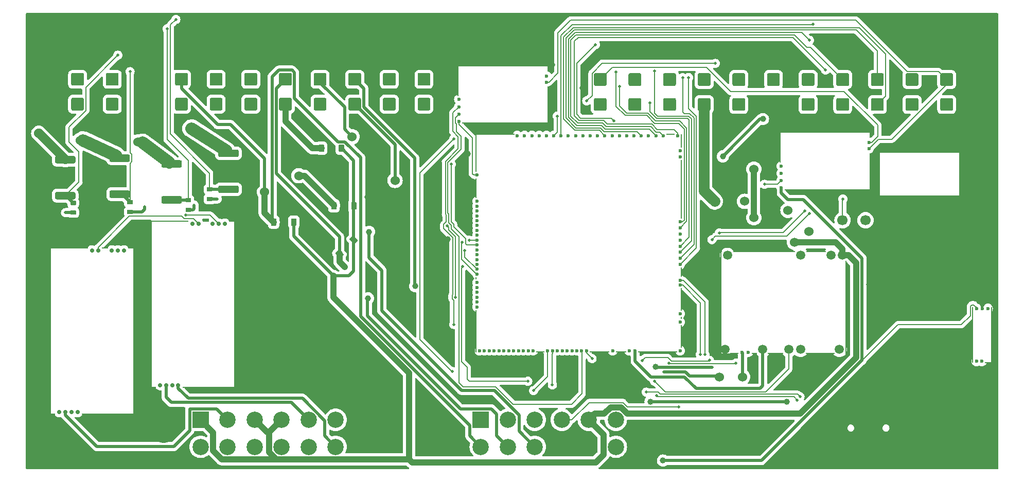
<source format=gbl>
G04 #@! TF.GenerationSoftware,KiCad,Pcbnew,7.0.9-7.0.9~ubuntu22.04.1*
G04 #@! TF.CreationDate,2023-12-28T07:52:06+00:00*
G04 #@! TF.ProjectId,uaeficopiedtovfr,75616566-6963-46f7-9069-6564746f7666,rev?*
G04 #@! TF.SameCoordinates,Original*
G04 #@! TF.FileFunction,Copper,L2,Bot*
G04 #@! TF.FilePolarity,Positive*
%FSLAX46Y46*%
G04 Gerber Fmt 4.6, Leading zero omitted, Abs format (unit mm)*
G04 Created by KiCad (PCBNEW 7.0.9-7.0.9~ubuntu22.04.1) date 2023-12-28 07:52:06*
%MOMM*%
%LPD*%
G01*
G04 APERTURE LIST*
G04 #@! TA.AperFunction,ComponentPad*
%ADD10C,1.524000*%
G04 #@! TD*
G04 #@! TA.AperFunction,ComponentPad*
%ADD11R,2.682000X2.682000*%
G04 #@! TD*
G04 #@! TA.AperFunction,ComponentPad*
%ADD12C,2.682000*%
G04 #@! TD*
G04 #@! TA.AperFunction,ComponentPad*
%ADD13C,3.240000*%
G04 #@! TD*
G04 #@! TA.AperFunction,ComponentPad*
%ADD14C,5.600000*%
G04 #@! TD*
G04 #@! TA.AperFunction,ComponentPad*
%ADD15C,0.600000*%
G04 #@! TD*
G04 #@! TA.AperFunction,SMDPad,CuDef*
%ADD16O,1.225000X0.200000*%
G04 #@! TD*
G04 #@! TA.AperFunction,SMDPad,CuDef*
%ADD17O,0.200000X9.300000*%
G04 #@! TD*
G04 #@! TA.AperFunction,SMDPad,CuDef*
%ADD18R,0.250000X6.185000*%
G04 #@! TD*
G04 #@! TA.AperFunction,SMDPad,CuDef*
%ADD19R,0.250000X1.115000*%
G04 #@! TD*
G04 #@! TA.AperFunction,SMDPad,CuDef*
%ADD20R,14.275000X0.250000*%
G04 #@! TD*
G04 #@! TA.AperFunction,SMDPad,CuDef*
%ADD21R,15.100000X0.250000*%
G04 #@! TD*
G04 #@! TA.AperFunction,SMDPad,CuDef*
%ADD22R,0.250000X5.175000*%
G04 #@! TD*
G04 #@! TA.AperFunction,ComponentPad*
%ADD23C,0.700000*%
G04 #@! TD*
G04 #@! TA.AperFunction,SMDPad,CuDef*
%ADD24R,1.100000X0.250000*%
G04 #@! TD*
G04 #@! TA.AperFunction,SMDPad,CuDef*
%ADD25R,0.980000X0.250000*%
G04 #@! TD*
G04 #@! TA.AperFunction,SMDPad,CuDef*
%ADD26R,6.300000X0.250000*%
G04 #@! TD*
G04 #@! TA.AperFunction,SMDPad,CuDef*
%ADD27R,0.250000X27.600000*%
G04 #@! TD*
G04 #@! TA.AperFunction,SMDPad,CuDef*
%ADD28R,8.750000X0.250000*%
G04 #@! TD*
G04 #@! TA.AperFunction,SMDPad,CuDef*
%ADD29R,0.950000X0.250000*%
G04 #@! TD*
G04 #@! TA.AperFunction,ComponentPad*
%ADD30C,1.500000*%
G04 #@! TD*
G04 #@! TA.AperFunction,SMDPad,CuDef*
%ADD31O,3.300000X0.200000*%
G04 #@! TD*
G04 #@! TA.AperFunction,SMDPad,CuDef*
%ADD32O,10.200000X0.200000*%
G04 #@! TD*
G04 #@! TA.AperFunction,SMDPad,CuDef*
%ADD33O,0.300000X0.200000*%
G04 #@! TD*
G04 #@! TA.AperFunction,SMDPad,CuDef*
%ADD34O,0.200000X17.000000*%
G04 #@! TD*
G04 #@! TA.AperFunction,SMDPad,CuDef*
%ADD35O,0.200000X15.400000*%
G04 #@! TD*
G04 #@! TA.AperFunction,SMDPad,CuDef*
%ADD36O,4.800000X0.200000*%
G04 #@! TD*
G04 #@! TA.AperFunction,SMDPad,CuDef*
%ADD37O,2.600000X0.200000*%
G04 #@! TD*
G04 #@! TA.AperFunction,SMDPad,CuDef*
%ADD38O,1.000000X0.200000*%
G04 #@! TD*
G04 #@! TA.AperFunction,SMDPad,CuDef*
%ADD39O,1.500000X0.200000*%
G04 #@! TD*
G04 #@! TA.AperFunction,ComponentPad*
%ADD40C,1.700000*%
G04 #@! TD*
G04 #@! TA.AperFunction,ComponentPad*
%ADD41O,1.000000X2.100000*%
G04 #@! TD*
G04 #@! TA.AperFunction,ComponentPad*
%ADD42O,1.000000X1.600000*%
G04 #@! TD*
G04 #@! TA.AperFunction,SMDPad,CuDef*
%ADD43R,0.200000X3.700000*%
G04 #@! TD*
G04 #@! TA.AperFunction,SMDPad,CuDef*
%ADD44R,0.200000X0.400000*%
G04 #@! TD*
G04 #@! TA.AperFunction,SMDPad,CuDef*
%ADD45R,0.200000X1.600000*%
G04 #@! TD*
G04 #@! TA.AperFunction,SMDPad,CuDef*
%ADD46R,0.200000X9.700000*%
G04 #@! TD*
G04 #@! TA.AperFunction,SMDPad,CuDef*
%ADD47R,0.200000X2.300000*%
G04 #@! TD*
G04 #@! TA.AperFunction,SMDPad,CuDef*
%ADD48R,1.400000X0.200000*%
G04 #@! TD*
G04 #@! TA.AperFunction,SMDPad,CuDef*
%ADD49R,6.400000X0.200000*%
G04 #@! TD*
G04 #@! TA.AperFunction,SMDPad,CuDef*
%ADD50R,1.700000X0.200000*%
G04 #@! TD*
G04 #@! TA.AperFunction,SMDPad,CuDef*
%ADD51R,3.300000X0.200000*%
G04 #@! TD*
G04 #@! TA.AperFunction,SMDPad,CuDef*
%ADD52R,0.200000X7.000000*%
G04 #@! TD*
G04 #@! TA.AperFunction,SMDPad,CuDef*
%ADD53R,0.200000X3.300000*%
G04 #@! TD*
G04 #@! TA.AperFunction,SMDPad,CuDef*
%ADD54R,0.200000X6.300000*%
G04 #@! TD*
G04 #@! TA.AperFunction,ViaPad*
%ADD55C,1.000000*%
G04 #@! TD*
G04 #@! TA.AperFunction,ViaPad*
%ADD56C,0.500000*%
G04 #@! TD*
G04 #@! TA.AperFunction,ViaPad*
%ADD57C,1.524000*%
G04 #@! TD*
G04 #@! TA.AperFunction,Conductor*
%ADD58C,0.500000*%
G04 #@! TD*
G04 #@! TA.AperFunction,Conductor*
%ADD59C,0.200000*%
G04 #@! TD*
G04 #@! TA.AperFunction,Conductor*
%ADD60C,1.000000*%
G04 #@! TD*
G04 #@! TA.AperFunction,Conductor*
%ADD61C,1.750000*%
G04 #@! TD*
G04 #@! TA.AperFunction,Conductor*
%ADD62C,2.000000*%
G04 #@! TD*
G04 #@! TA.AperFunction,Conductor*
%ADD63C,1.500000*%
G04 #@! TD*
G04 APERTURE END LIST*
D10*
G04 #@! TO.P,R4,1,1*
G04 #@! TO.N,Net-(M1-PG_5VP)*
X118105000Y15275000D03*
G04 #@! TO.P,R4,2,2*
G04 #@! TO.N,/PG_5VP*
X114295000Y15275000D03*
G04 #@! TD*
D11*
G04 #@! TO.P,J4,1,1*
G04 #@! TO.N,unconnected-(J4-Pad1)*
X75010000Y8225000D03*
D12*
G04 #@! TO.P,J4,2,2*
G04 #@! TO.N,unconnected-(J4-Pad2)*
X79460000Y8225000D03*
G04 #@! TO.P,J4,3,3*
G04 #@! TO.N,/IN_FLEX*
X83900000Y8225000D03*
G04 #@! TO.P,J4,4,4*
G04 #@! TO.N,/IN_KNOCK_RAW*
X88350000Y8225000D03*
G04 #@! TO.P,J4,5,5*
G04 #@! TO.N,+12V_RAW*
X92790000Y8225000D03*
G04 #@! TO.P,J4,6,6*
G04 #@! TO.N,/CAN-*
X97240000Y8225000D03*
G04 #@! TO.P,J4,7,7*
G04 #@! TO.N,/CAN+*
X97240000Y3775000D03*
G04 #@! TO.P,J4,8,8*
G04 #@! TO.N,GND*
X92790000Y3775000D03*
G04 #@! TO.P,J4,9,9*
X88350000Y3775000D03*
G04 #@! TO.P,J4,10,10*
G04 #@! TO.N,/OUT_LS2*
X83900000Y3775000D03*
G04 #@! TO.P,J4,11,11*
G04 #@! TO.N,/INTAKEFLAP*
X79460000Y3775000D03*
G04 #@! TO.P,J4,12,12*
G04 #@! TO.N,/OUT_LS3*
X75010000Y3775000D03*
D13*
G04 #@! TO.P,J4,MH1,MH1*
G04 #@! TO.N,GND*
X68975000Y5995000D03*
G04 #@! TO.P,J4,MH2,MH2*
X103265000Y5995000D03*
G04 #@! TD*
D14*
G04 #@! TO.P,H2,1,1*
G04 #@! TO.N,GND*
X41350000Y19550000D03*
G04 #@! TD*
D15*
G04 #@! TO.P,M2,E1,V5A*
G04 #@! TO.N,+5VA*
X156575002Y26550000D03*
D16*
G04 #@! TO.P,M2,E2,GND*
G04 #@! TO.N,GND*
X158550002Y17650000D03*
D17*
X155975002Y22200000D03*
X159075002Y22200000D03*
D15*
X157525002Y26550000D03*
G04 #@! TO.P,M2,E3,OUT_KNOCK*
G04 #@! TO.N,/IN_KNOCK*
X158475000Y26550000D03*
G04 #@! TO.P,M2,W1,IN_KNOCK*
G04 #@! TO.N,/IN_KNOCK_RAW*
X157475002Y17850000D03*
G04 #@! TO.P,M2,W2,VREF*
G04 #@! TO.N,/VREF1*
X156575002Y17850000D03*
G04 #@! TD*
G04 #@! TO.P,M3,E1,Thresh_IN*
G04 #@! TO.N,/VR1_THRESHOLD*
X71425000Y59750000D03*
G04 #@! TO.P,M3,E2,OUT_A*
G04 #@! TO.N,/VR1_A*
X71425000Y60950000D03*
G04 #@! TO.P,M3,E3,OUT*
G04 #@! TO.N,/VR1*
X71425000Y58550000D03*
G04 #@! TO.P,M3,E4,V5_IN*
G04 #@! TO.N,+5VA*
X71425000Y57350000D03*
D18*
G04 #@! TO.P,M3,G,GND*
G04 #@! TO.N,GND*
X86075000Y60017500D03*
D19*
X86075000Y66067500D03*
D20*
X79062500Y57050000D03*
D21*
X78650000Y66500000D03*
D22*
X71225000Y64037500D03*
D15*
G04 #@! TO.P,M3,W1,VR-*
G04 #@! TO.N,/CAM{slash}CRANK-*
X85850000Y63810000D03*
G04 #@! TO.P,M3,W2,VR+*
G04 #@! TO.N,/CAM+*
X85850000Y64810000D03*
G04 #@! TD*
D23*
G04 #@! TO.P,M7,E1,LSU_Un*
G04 #@! TO.N,/WBO2_Un*
X5675000Y9500000D03*
G04 #@! TO.P,M7,E2,LSU_Vm*
G04 #@! TO.N,/WBO2_Vm*
X8675000Y9500000D03*
G04 #@! TO.P,M7,E3,LSU_Ip*
G04 #@! TO.N,/WBO2_Ip*
X7675000Y9500000D03*
G04 #@! TO.P,M7,E4,LSU_Rtrim*
G04 #@! TO.N,/WBO2_Rtrim*
X6675000Y9500000D03*
D24*
G04 #@! TO.P,M7,G,GND*
G04 #@! TO.N,GND*
X17525000Y36475000D03*
D25*
X13185000Y36475000D03*
D26*
X7225000Y36475000D03*
D27*
X17950000Y22800000D03*
X4200000Y22800000D03*
D28*
X13700000Y9125000D03*
D29*
X4550000Y9125000D03*
D23*
G04 #@! TO.P,M7,W1,V5_IN*
G04 #@! TO.N,+5VA*
X15325000Y36091200D03*
G04 #@! TO.P,M7,W2,CAN_VIO*
G04 #@! TO.N,unconnected-(M7-CAN_VIO-PadW2)*
X14325000Y36091200D03*
G04 #@! TO.P,M7,W3,CANL*
G04 #@! TO.N,/CAN-*
X11029000Y36091200D03*
G04 #@! TO.P,M7,W4,CANH*
G04 #@! TO.N,/CAN+*
X12045000Y36091200D03*
G04 #@! TO.P,M7,W9,VDDA*
G04 #@! TO.N,unconnected-(M7-VDDA-PadW9)*
X16325000Y36091200D03*
G04 #@! TD*
D30*
G04 #@! TO.P,M1,E1,VBAT*
G04 #@! TO.N,/VBAT*
X134024999Y19800005D03*
G04 #@! TO.P,M1,E2,V12*
G04 #@! TO.N,unconnected-(M1-V12-PadE2)*
X127625002Y19800005D03*
G04 #@! TO.P,M1,E3,VIGN*
G04 #@! TO.N,/VIGN*
X125724999Y19800005D03*
G04 #@! TO.P,M1,E4,V5*
G04 #@! TO.N,+5V*
X121424999Y19800005D03*
D15*
G04 #@! TO.P,M1,E5,EN_5VP*
G04 #@! TO.N,/PWR_EN*
X119025002Y19350006D03*
G04 #@! TO.P,M1,E6,PG_5VP*
G04 #@! TO.N,Net-(M1-PG_5VP)*
X118025001Y19350006D03*
D31*
G04 #@! TO.P,M1,S1,GND*
G04 #@! TO.N,GND*
X130174999Y35950001D03*
D32*
X121675001Y35950001D03*
D33*
X114574999Y35950001D03*
D34*
X114524999Y27550003D03*
D35*
X135124999Y26750002D03*
D30*
X115174999Y19800005D03*
D33*
X135074999Y19150004D03*
D36*
X130875001Y19150004D03*
D37*
X123524999Y19150004D03*
D38*
X120025002Y19150004D03*
D39*
X116725001Y19150004D03*
D30*
G04 #@! TO.P,M1,V1,V12_PERM*
G04 #@! TO.N,+12V_RAW*
X134475001Y35300002D03*
G04 #@! TO.P,M1,V2,IN_VIGN*
G04 #@! TO.N,/IN_VIGN*
X132625002Y35300002D03*
G04 #@! TO.P,M1,V3,V12_RAW*
G04 #@! TO.N,+12V_RAW*
X127674999Y35300002D03*
G04 #@! TO.P,M1,V4,5VP*
G04 #@! TO.N,+5VP*
X115625001Y35300002D03*
G04 #@! TD*
G04 #@! TO.P,U1,A1,A1*
G04 #@! TO.N,unconnected-(U1-PadA1)*
G04 #@! TA.AperFunction,ComponentPad*
G36*
G01*
X64625000Y59375001D02*
X64625000Y60974999D01*
G75*
G02*
X64875001Y61225000I250001J0D01*
G01*
X66474999Y61225000D01*
G75*
G02*
X66725000Y60974999I0J-250001D01*
G01*
X66725000Y59375001D01*
G75*
G02*
X66474999Y59125000I-250001J0D01*
G01*
X64875001Y59125000D01*
G75*
G02*
X64625000Y59375001I0J250001D01*
G01*
G37*
G04 #@! TD.AperFunction*
G04 #@! TO.P,U1,A2,A2*
G04 #@! TO.N,unconnected-(U1-PadA2)*
G04 #@! TA.AperFunction,ComponentPad*
G36*
G01*
X58925000Y59375001D02*
X58925000Y60974999D01*
G75*
G02*
X59175001Y61225000I250001J0D01*
G01*
X60774999Y61225000D01*
G75*
G02*
X61025000Y60974999I0J-250001D01*
G01*
X61025000Y59375001D01*
G75*
G02*
X60774999Y59125000I-250001J0D01*
G01*
X59175001Y59125000D01*
G75*
G02*
X58925000Y59375001I0J250001D01*
G01*
G37*
G04 #@! TD.AperFunction*
G04 #@! TO.P,U1,A3,A3*
G04 #@! TO.N,/INJOUT3*
G04 #@! TA.AperFunction,ComponentPad*
G36*
G01*
X53225000Y59375001D02*
X53225000Y60974999D01*
G75*
G02*
X53475001Y61225000I250001J0D01*
G01*
X55074999Y61225000D01*
G75*
G02*
X55325000Y60974999I0J-250001D01*
G01*
X55325000Y59375001D01*
G75*
G02*
X55074999Y59125000I-250001J0D01*
G01*
X53475001Y59125000D01*
G75*
G02*
X53225000Y59375001I0J250001D01*
G01*
G37*
G04 #@! TD.AperFunction*
G04 #@! TO.P,U1,A4,A4*
G04 #@! TO.N,/INJOUT1*
G04 #@! TA.AperFunction,ComponentPad*
G36*
G01*
X47525000Y59375001D02*
X47525000Y60974999D01*
G75*
G02*
X47775001Y61225000I250001J0D01*
G01*
X49374999Y61225000D01*
G75*
G02*
X49625000Y60974999I0J-250001D01*
G01*
X49625000Y59375001D01*
G75*
G02*
X49374999Y59125000I-250001J0D01*
G01*
X47775001Y59125000D01*
G75*
G02*
X47525000Y59375001I0J250001D01*
G01*
G37*
G04 #@! TD.AperFunction*
G04 #@! TO.P,U1,A5,A5*
G04 #@! TO.N,/FUELPUMP_LS*
G04 #@! TA.AperFunction,ComponentPad*
G36*
G01*
X41825000Y59375001D02*
X41825000Y60974999D01*
G75*
G02*
X42075001Y61225000I250001J0D01*
G01*
X43674999Y61225000D01*
G75*
G02*
X43925000Y60974999I0J-250001D01*
G01*
X43925000Y59375001D01*
G75*
G02*
X43674999Y59125000I-250001J0D01*
G01*
X42075001Y59125000D01*
G75*
G02*
X41825000Y59375001I0J250001D01*
G01*
G37*
G04 #@! TD.AperFunction*
G04 #@! TO.P,U1,A6,A6*
G04 #@! TO.N,unconnected-(U1-PadA6)*
G04 #@! TA.AperFunction,ComponentPad*
G36*
G01*
X36125000Y59375001D02*
X36125000Y60974999D01*
G75*
G02*
X36375001Y61225000I250001J0D01*
G01*
X37974999Y61225000D01*
G75*
G02*
X38225000Y60974999I0J-250001D01*
G01*
X38225000Y59375001D01*
G75*
G02*
X37974999Y59125000I-250001J0D01*
G01*
X36375001Y59125000D01*
G75*
G02*
X36125000Y59375001I0J250001D01*
G01*
G37*
G04 #@! TD.AperFunction*
G04 #@! TO.P,U1,A7,A7*
G04 #@! TO.N,/FILIGHT*
G04 #@! TA.AperFunction,ComponentPad*
G36*
G01*
X30425000Y59375001D02*
X30425000Y60974999D01*
G75*
G02*
X30675001Y61225000I250001J0D01*
G01*
X32274999Y61225000D01*
G75*
G02*
X32525000Y60974999I0J-250001D01*
G01*
X32525000Y59375001D01*
G75*
G02*
X32274999Y59125000I-250001J0D01*
G01*
X30675001Y59125000D01*
G75*
G02*
X30425000Y59375001I0J250001D01*
G01*
G37*
G04 #@! TD.AperFunction*
G04 #@! TO.P,U1,A8,A8*
G04 #@! TO.N,/OUT_LS2*
G04 #@! TA.AperFunction,ComponentPad*
G36*
G01*
X24725000Y59375001D02*
X24725000Y60974999D01*
G75*
G02*
X24975001Y61225000I250001J0D01*
G01*
X26574999Y61225000D01*
G75*
G02*
X26825000Y60974999I0J-250001D01*
G01*
X26825000Y59375001D01*
G75*
G02*
X26574999Y59125000I-250001J0D01*
G01*
X24975001Y59125000D01*
G75*
G02*
X24725000Y59375001I0J250001D01*
G01*
G37*
G04 #@! TD.AperFunction*
G04 #@! TO.P,U1,A9,A9*
G04 #@! TO.N,GND*
G04 #@! TA.AperFunction,ComponentPad*
G36*
G01*
X19025000Y59375001D02*
X19025000Y60974999D01*
G75*
G02*
X19275001Y61225000I250001J0D01*
G01*
X20874999Y61225000D01*
G75*
G02*
X21125000Y60974999I0J-250001D01*
G01*
X21125000Y59375001D01*
G75*
G02*
X20874999Y59125000I-250001J0D01*
G01*
X19275001Y59125000D01*
G75*
G02*
X19025000Y59375001I0J250001D01*
G01*
G37*
G04 #@! TD.AperFunction*
G04 #@! TO.P,U1,A10,A10*
G04 #@! TO.N,/IGNOUT1*
G04 #@! TA.AperFunction,ComponentPad*
G36*
G01*
X13325000Y59375001D02*
X13325000Y60974999D01*
G75*
G02*
X13575001Y61225000I250001J0D01*
G01*
X15174999Y61225000D01*
G75*
G02*
X15425000Y60974999I0J-250001D01*
G01*
X15425000Y59375001D01*
G75*
G02*
X15174999Y59125000I-250001J0D01*
G01*
X13575001Y59125000D01*
G75*
G02*
X13325000Y59375001I0J250001D01*
G01*
G37*
G04 #@! TD.AperFunction*
G04 #@! TO.P,U1,A11,A11*
G04 #@! TO.N,/IGNOUT3*
G04 #@! TA.AperFunction,ComponentPad*
G36*
G01*
X7625000Y59375001D02*
X7625000Y60974999D01*
G75*
G02*
X7875001Y61225000I250001J0D01*
G01*
X9474999Y61225000D01*
G75*
G02*
X9725000Y60974999I0J-250001D01*
G01*
X9725000Y59375001D01*
G75*
G02*
X9474999Y59125000I-250001J0D01*
G01*
X7875001Y59125000D01*
G75*
G02*
X7625000Y59375001I0J250001D01*
G01*
G37*
G04 #@! TD.AperFunction*
G04 #@! TO.P,U1,A12,A12*
G04 #@! TO.N,unconnected-(U1-PadA12)*
G04 #@! TA.AperFunction,ComponentPad*
G36*
G01*
X64625000Y63475001D02*
X64625000Y65074999D01*
G75*
G02*
X64875001Y65325000I250001J0D01*
G01*
X66474999Y65325000D01*
G75*
G02*
X66725000Y65074999I0J-250001D01*
G01*
X66725000Y63475001D01*
G75*
G02*
X66474999Y63225000I-250001J0D01*
G01*
X64875001Y63225000D01*
G75*
G02*
X64625000Y63475001I0J250001D01*
G01*
G37*
G04 #@! TD.AperFunction*
G04 #@! TO.P,U1,A13,A13*
G04 #@! TO.N,unconnected-(U1-PadA13)*
G04 #@! TA.AperFunction,ComponentPad*
G36*
G01*
X58925000Y63475001D02*
X58925000Y65074999D01*
G75*
G02*
X59175001Y65325000I250001J0D01*
G01*
X60774999Y65325000D01*
G75*
G02*
X61025000Y65074999I0J-250001D01*
G01*
X61025000Y63475001D01*
G75*
G02*
X60774999Y63225000I-250001J0D01*
G01*
X59175001Y63225000D01*
G75*
G02*
X58925000Y63475001I0J250001D01*
G01*
G37*
G04 #@! TD.AperFunction*
G04 #@! TO.P,U1,A14,A14*
G04 #@! TO.N,/INJOUT4*
G04 #@! TA.AperFunction,ComponentPad*
G36*
G01*
X53225000Y63475001D02*
X53225000Y65074999D01*
G75*
G02*
X53475001Y65325000I250001J0D01*
G01*
X55074999Y65325000D01*
G75*
G02*
X55325000Y65074999I0J-250001D01*
G01*
X55325000Y63475001D01*
G75*
G02*
X55074999Y63225000I-250001J0D01*
G01*
X53475001Y63225000D01*
G75*
G02*
X53225000Y63475001I0J250001D01*
G01*
G37*
G04 #@! TD.AperFunction*
G04 #@! TO.P,U1,A15,A15*
G04 #@! TO.N,/INJOUT2*
G04 #@! TA.AperFunction,ComponentPad*
G36*
G01*
X47525000Y63475001D02*
X47525000Y65074999D01*
G75*
G02*
X47775001Y65325000I250001J0D01*
G01*
X49374999Y65325000D01*
G75*
G02*
X49625000Y65074999I0J-250001D01*
G01*
X49625000Y63475001D01*
G75*
G02*
X49374999Y63225000I-250001J0D01*
G01*
X47775001Y63225000D01*
G75*
G02*
X47525000Y63475001I0J250001D01*
G01*
G37*
G04 #@! TD.AperFunction*
G04 #@! TO.P,U1,A16,A16*
G04 #@! TO.N,/INTAKEFLAP*
G04 #@! TA.AperFunction,ComponentPad*
G36*
G01*
X41825000Y63475001D02*
X41825000Y65074999D01*
G75*
G02*
X42075001Y65325000I250001J0D01*
G01*
X43674999Y65325000D01*
G75*
G02*
X43925000Y65074999I0J-250001D01*
G01*
X43925000Y63475001D01*
G75*
G02*
X43674999Y63225000I-250001J0D01*
G01*
X42075001Y63225000D01*
G75*
G02*
X41825000Y63475001I0J250001D01*
G01*
G37*
G04 #@! TD.AperFunction*
G04 #@! TO.P,U1,A17,A17*
G04 #@! TO.N,unconnected-(U1-PadA17)*
G04 #@! TA.AperFunction,ComponentPad*
G36*
G01*
X36125000Y63475001D02*
X36125000Y65074999D01*
G75*
G02*
X36375001Y65325000I250001J0D01*
G01*
X37974999Y65325000D01*
G75*
G02*
X38225000Y65074999I0J-250001D01*
G01*
X38225000Y63475001D01*
G75*
G02*
X37974999Y63225000I-250001J0D01*
G01*
X36375001Y63225000D01*
G75*
G02*
X36125000Y63475001I0J250001D01*
G01*
G37*
G04 #@! TD.AperFunction*
G04 #@! TO.P,U1,A18,A18*
G04 #@! TO.N,/OUT_LS_WEAK2*
G04 #@! TA.AperFunction,ComponentPad*
G36*
G01*
X30425000Y63475001D02*
X30425000Y65074999D01*
G75*
G02*
X30675001Y65325000I250001J0D01*
G01*
X32274999Y65325000D01*
G75*
G02*
X32525000Y65074999I0J-250001D01*
G01*
X32525000Y63475001D01*
G75*
G02*
X32274999Y63225000I-250001J0D01*
G01*
X30675001Y63225000D01*
G75*
G02*
X30425000Y63475001I0J250001D01*
G01*
G37*
G04 #@! TD.AperFunction*
G04 #@! TO.P,U1,A19,A19*
G04 #@! TO.N,/OUT_LS3*
G04 #@! TA.AperFunction,ComponentPad*
G36*
G01*
X24725000Y63475001D02*
X24725000Y65074999D01*
G75*
G02*
X24975001Y65325000I250001J0D01*
G01*
X26574999Y65325000D01*
G75*
G02*
X26825000Y65074999I0J-250001D01*
G01*
X26825000Y63475001D01*
G75*
G02*
X26574999Y63225000I-250001J0D01*
G01*
X24975001Y63225000D01*
G75*
G02*
X24725000Y63475001I0J250001D01*
G01*
G37*
G04 #@! TD.AperFunction*
G04 #@! TO.P,U1,A20,A20*
G04 #@! TO.N,GND*
G04 #@! TA.AperFunction,ComponentPad*
G36*
G01*
X19025000Y63475001D02*
X19025000Y65074999D01*
G75*
G02*
X19275001Y65325000I250001J0D01*
G01*
X20874999Y65325000D01*
G75*
G02*
X21125000Y65074999I0J-250001D01*
G01*
X21125000Y63475001D01*
G75*
G02*
X20874999Y63225000I-250001J0D01*
G01*
X19275001Y63225000D01*
G75*
G02*
X19025000Y63475001I0J250001D01*
G01*
G37*
G04 #@! TD.AperFunction*
G04 #@! TO.P,U1,A21,A21*
G04 #@! TO.N,/IGNOUT2*
G04 #@! TA.AperFunction,ComponentPad*
G36*
G01*
X13325000Y63475001D02*
X13325000Y65074999D01*
G75*
G02*
X13575001Y65325000I250001J0D01*
G01*
X15174999Y65325000D01*
G75*
G02*
X15425000Y65074999I0J-250001D01*
G01*
X15425000Y63475001D01*
G75*
G02*
X15174999Y63225000I-250001J0D01*
G01*
X13575001Y63225000D01*
G75*
G02*
X13325000Y63475001I0J250001D01*
G01*
G37*
G04 #@! TD.AperFunction*
G04 #@! TO.P,U1,A22,A22*
G04 #@! TO.N,/IGNOUT4*
G04 #@! TA.AperFunction,ComponentPad*
G36*
G01*
X7625000Y63475001D02*
X7625000Y65074999D01*
G75*
G02*
X7875001Y65325000I250001J0D01*
G01*
X9474999Y65325000D01*
G75*
G02*
X9725000Y65074999I0J-250001D01*
G01*
X9725000Y63475001D01*
G75*
G02*
X9474999Y63225000I-250001J0D01*
G01*
X7875001Y63225000D01*
G75*
G02*
X7625000Y63475001I0J250001D01*
G01*
G37*
G04 #@! TD.AperFunction*
G04 #@! TO.P,U1,B1,B1*
G04 #@! TO.N,unconnected-(U1-PadB1)*
G04 #@! TA.AperFunction,ComponentPad*
G36*
G01*
X150625000Y59325001D02*
X150625000Y60924999D01*
G75*
G02*
X150875001Y61175000I250001J0D01*
G01*
X152474999Y61175000D01*
G75*
G02*
X152725000Y60924999I0J-250001D01*
G01*
X152725000Y59325001D01*
G75*
G02*
X152474999Y59075000I-250001J0D01*
G01*
X150875001Y59075000D01*
G75*
G02*
X150625000Y59325001I0J250001D01*
G01*
G37*
G04 #@! TD.AperFunction*
G04 #@! TO.P,U1,B2,B2*
G04 #@! TO.N,GNDA*
G04 #@! TA.AperFunction,ComponentPad*
G36*
G01*
X144925000Y59325001D02*
X144925000Y60924999D01*
G75*
G02*
X145175001Y61175000I250001J0D01*
G01*
X146774999Y61175000D01*
G75*
G02*
X147025000Y60924999I0J-250001D01*
G01*
X147025000Y59325001D01*
G75*
G02*
X146774999Y59075000I-250001J0D01*
G01*
X145175001Y59075000D01*
G75*
G02*
X144925000Y59325001I0J250001D01*
G01*
G37*
G04 #@! TD.AperFunction*
G04 #@! TO.P,U1,B3,B3*
G04 #@! TO.N,/IN_MAP*
G04 #@! TA.AperFunction,ComponentPad*
G36*
G01*
X139225000Y59325001D02*
X139225000Y60924999D01*
G75*
G02*
X139475001Y61175000I250001J0D01*
G01*
X141074999Y61175000D01*
G75*
G02*
X141325000Y60924999I0J-250001D01*
G01*
X141325000Y59325001D01*
G75*
G02*
X141074999Y59075000I-250001J0D01*
G01*
X139475001Y59075000D01*
G75*
G02*
X139225000Y59325001I0J250001D01*
G01*
G37*
G04 #@! TD.AperFunction*
G04 #@! TO.P,U1,B4,B4*
G04 #@! TO.N,/BARO*
G04 #@! TA.AperFunction,ComponentPad*
G36*
G01*
X133525000Y59325001D02*
X133525000Y60924999D01*
G75*
G02*
X133775001Y61175000I250001J0D01*
G01*
X135374999Y61175000D01*
G75*
G02*
X135625000Y60924999I0J-250001D01*
G01*
X135625000Y59325001D01*
G75*
G02*
X135374999Y59075000I-250001J0D01*
G01*
X133775001Y59075000D01*
G75*
G02*
X133525000Y59325001I0J250001D01*
G01*
G37*
G04 #@! TD.AperFunction*
G04 #@! TO.P,U1,B5,B5*
G04 #@! TO.N,/IAT_SENSOR*
G04 #@! TA.AperFunction,ComponentPad*
G36*
G01*
X127825000Y59325001D02*
X127825000Y60924999D01*
G75*
G02*
X128075001Y61175000I250001J0D01*
G01*
X129674999Y61175000D01*
G75*
G02*
X129925000Y60924999I0J-250001D01*
G01*
X129925000Y59325001D01*
G75*
G02*
X129674999Y59075000I-250001J0D01*
G01*
X128075001Y59075000D01*
G75*
G02*
X127825000Y59325001I0J250001D01*
G01*
G37*
G04 #@! TD.AperFunction*
G04 #@! TO.P,U1,B6,B6*
G04 #@! TO.N,GND*
G04 #@! TA.AperFunction,ComponentPad*
G36*
G01*
X122125000Y59325001D02*
X122125000Y60924999D01*
G75*
G02*
X122375001Y61175000I250001J0D01*
G01*
X123974999Y61175000D01*
G75*
G02*
X124225000Y60924999I0J-250001D01*
G01*
X124225000Y59325001D01*
G75*
G02*
X123974999Y59075000I-250001J0D01*
G01*
X122375001Y59075000D01*
G75*
G02*
X122125000Y59325001I0J250001D01*
G01*
G37*
G04 #@! TD.AperFunction*
G04 #@! TO.P,U1,B7,B7*
G04 #@! TO.N,+5VP*
G04 #@! TA.AperFunction,ComponentPad*
G36*
G01*
X116425000Y59325001D02*
X116425000Y60924999D01*
G75*
G02*
X116675001Y61175000I250001J0D01*
G01*
X118274999Y61175000D01*
G75*
G02*
X118525000Y60924999I0J-250001D01*
G01*
X118525000Y59325001D01*
G75*
G02*
X118274999Y59075000I-250001J0D01*
G01*
X116675001Y59075000D01*
G75*
G02*
X116425000Y59325001I0J250001D01*
G01*
G37*
G04 #@! TD.AperFunction*
G04 #@! TO.P,U1,B8,B8*
G04 #@! TO.N,+12V*
G04 #@! TA.AperFunction,ComponentPad*
G36*
G01*
X110725000Y59325001D02*
X110725000Y60924999D01*
G75*
G02*
X110975001Y61175000I250001J0D01*
G01*
X112574999Y61175000D01*
G75*
G02*
X112825000Y60924999I0J-250001D01*
G01*
X112825000Y59325001D01*
G75*
G02*
X112574999Y59075000I-250001J0D01*
G01*
X110975001Y59075000D01*
G75*
G02*
X110725000Y59325001I0J250001D01*
G01*
G37*
G04 #@! TD.AperFunction*
G04 #@! TO.P,U1,B9,B9*
G04 #@! TO.N,unconnected-(U1-PadB9)*
G04 #@! TA.AperFunction,ComponentPad*
G36*
G01*
X105025000Y59325001D02*
X105025000Y60924999D01*
G75*
G02*
X105275001Y61175000I250001J0D01*
G01*
X106874999Y61175000D01*
G75*
G02*
X107125000Y60924999I0J-250001D01*
G01*
X107125000Y59325001D01*
G75*
G02*
X106874999Y59075000I-250001J0D01*
G01*
X105275001Y59075000D01*
G75*
G02*
X105025000Y59325001I0J250001D01*
G01*
G37*
G04 #@! TD.AperFunction*
G04 #@! TO.P,U1,B10,B10*
G04 #@! TO.N,unconnected-(U1-PadB10)*
G04 #@! TA.AperFunction,ComponentPad*
G36*
G01*
X99325000Y59325001D02*
X99325000Y60924999D01*
G75*
G02*
X99575001Y61175000I250001J0D01*
G01*
X101174999Y61175000D01*
G75*
G02*
X101425000Y60924999I0J-250001D01*
G01*
X101425000Y59325001D01*
G75*
G02*
X101174999Y59075000I-250001J0D01*
G01*
X99575001Y59075000D01*
G75*
G02*
X99325000Y59325001I0J250001D01*
G01*
G37*
G04 #@! TD.AperFunction*
G04 #@! TO.P,U1,B11,B11*
G04 #@! TO.N,/CAM+*
G04 #@! TA.AperFunction,ComponentPad*
G36*
G01*
X93625000Y59325001D02*
X93625000Y60924999D01*
G75*
G02*
X93875001Y61175000I250001J0D01*
G01*
X95474999Y61175000D01*
G75*
G02*
X95725000Y60924999I0J-250001D01*
G01*
X95725000Y59325001D01*
G75*
G02*
X95474999Y59075000I-250001J0D01*
G01*
X93875001Y59075000D01*
G75*
G02*
X93625000Y59325001I0J250001D01*
G01*
G37*
G04 #@! TD.AperFunction*
G04 #@! TO.P,U1,B12,B12*
G04 #@! TO.N,/CAM{slash}CRANK-*
G04 #@! TA.AperFunction,ComponentPad*
G36*
G01*
X150625000Y63425001D02*
X150625000Y65024999D01*
G75*
G02*
X150875001Y65275000I250001J0D01*
G01*
X152474999Y65275000D01*
G75*
G02*
X152725000Y65024999I0J-250001D01*
G01*
X152725000Y63425001D01*
G75*
G02*
X152474999Y63175000I-250001J0D01*
G01*
X150875001Y63175000D01*
G75*
G02*
X150625000Y63425001I0J250001D01*
G01*
G37*
G04 #@! TD.AperFunction*
G04 #@! TO.P,U1,B13,B13*
G04 #@! TO.N,unconnected-(U1-PadB13)*
G04 #@! TA.AperFunction,ComponentPad*
G36*
G01*
X144925000Y63425001D02*
X144925000Y65024999D01*
G75*
G02*
X145175001Y65275000I250001J0D01*
G01*
X146774999Y65275000D01*
G75*
G02*
X147025000Y65024999I0J-250001D01*
G01*
X147025000Y63425001D01*
G75*
G02*
X146774999Y63175000I-250001J0D01*
G01*
X145175001Y63175000D01*
G75*
G02*
X144925000Y63425001I0J250001D01*
G01*
G37*
G04 #@! TD.AperFunction*
G04 #@! TO.P,U1,B14,B14*
G04 #@! TO.N,/IN_TPS1*
G04 #@! TA.AperFunction,ComponentPad*
G36*
G01*
X139225000Y63425001D02*
X139225000Y65024999D01*
G75*
G02*
X139475001Y65275000I250001J0D01*
G01*
X141074999Y65275000D01*
G75*
G02*
X141325000Y65024999I0J-250001D01*
G01*
X141325000Y63425001D01*
G75*
G02*
X141074999Y63175000I-250001J0D01*
G01*
X139475001Y63175000D01*
G75*
G02*
X139225000Y63425001I0J250001D01*
G01*
G37*
G04 #@! TD.AperFunction*
G04 #@! TO.P,U1,B15,B15*
G04 #@! TO.N,/CLT*
G04 #@! TA.AperFunction,ComponentPad*
G36*
G01*
X133525000Y63425001D02*
X133525000Y65024999D01*
G75*
G02*
X133775001Y65275000I250001J0D01*
G01*
X135374999Y65275000D01*
G75*
G02*
X135625000Y65024999I0J-250001D01*
G01*
X135625000Y63425001D01*
G75*
G02*
X135374999Y63175000I-250001J0D01*
G01*
X133775001Y63175000D01*
G75*
G02*
X133525000Y63425001I0J250001D01*
G01*
G37*
G04 #@! TD.AperFunction*
G04 #@! TO.P,U1,B16,B16*
G04 #@! TO.N,unconnected-(U1-PadB16)*
G04 #@! TA.AperFunction,ComponentPad*
G36*
G01*
X127825000Y63425001D02*
X127825000Y65024999D01*
G75*
G02*
X128075001Y65275000I250001J0D01*
G01*
X129674999Y65275000D01*
G75*
G02*
X129925000Y65024999I0J-250001D01*
G01*
X129925000Y63425001D01*
G75*
G02*
X129674999Y63175000I-250001J0D01*
G01*
X128075001Y63175000D01*
G75*
G02*
X127825000Y63425001I0J250001D01*
G01*
G37*
G04 #@! TD.AperFunction*
G04 #@! TO.P,U1,B17,B17*
G04 #@! TO.N,/VSS*
G04 #@! TA.AperFunction,ComponentPad*
G36*
G01*
X122125000Y63425001D02*
X122125000Y65024999D01*
G75*
G02*
X122375001Y65275000I250001J0D01*
G01*
X123974999Y65275000D01*
G75*
G02*
X124225000Y65024999I0J-250001D01*
G01*
X124225000Y63425001D01*
G75*
G02*
X123974999Y63175000I-250001J0D01*
G01*
X122375001Y63175000D01*
G75*
G02*
X122125000Y63425001I0J250001D01*
G01*
G37*
G04 #@! TD.AperFunction*
G04 #@! TO.P,U1,B18,B18*
G04 #@! TO.N,unconnected-(U1-PadB18)*
G04 #@! TA.AperFunction,ComponentPad*
G36*
G01*
X116425000Y63425001D02*
X116425000Y65024999D01*
G75*
G02*
X116675001Y65275000I250001J0D01*
G01*
X118274999Y65275000D01*
G75*
G02*
X118525000Y65024999I0J-250001D01*
G01*
X118525000Y63425001D01*
G75*
G02*
X118274999Y63175000I-250001J0D01*
G01*
X116675001Y63175000D01*
G75*
G02*
X116425000Y63425001I0J250001D01*
G01*
G37*
G04 #@! TD.AperFunction*
G04 #@! TO.P,U1,B19,B19*
G04 #@! TO.N,unconnected-(U1-PadB19)*
G04 #@! TA.AperFunction,ComponentPad*
G36*
G01*
X110725000Y63425001D02*
X110725000Y65024999D01*
G75*
G02*
X110975001Y65275000I250001J0D01*
G01*
X112574999Y65275000D01*
G75*
G02*
X112825000Y65024999I0J-250001D01*
G01*
X112825000Y63425001D01*
G75*
G02*
X112574999Y63175000I-250001J0D01*
G01*
X110975001Y63175000D01*
G75*
G02*
X110725000Y63425001I0J250001D01*
G01*
G37*
G04 #@! TD.AperFunction*
G04 #@! TO.P,U1,B20,B20*
G04 #@! TO.N,unconnected-(U1-PadB20)*
G04 #@! TA.AperFunction,ComponentPad*
G36*
G01*
X105025000Y63425001D02*
X105025000Y65024999D01*
G75*
G02*
X105275001Y65275000I250001J0D01*
G01*
X106874999Y65275000D01*
G75*
G02*
X107125000Y65024999I0J-250001D01*
G01*
X107125000Y63425001D01*
G75*
G02*
X106874999Y63175000I-250001J0D01*
G01*
X105275001Y63175000D01*
G75*
G02*
X105025000Y63425001I0J250001D01*
G01*
G37*
G04 #@! TD.AperFunction*
G04 #@! TO.P,U1,B21,B21*
G04 #@! TO.N,unconnected-(U1-PadB21)*
G04 #@! TA.AperFunction,ComponentPad*
G36*
G01*
X99325000Y63425001D02*
X99325000Y65024999D01*
G75*
G02*
X99575001Y65275000I250001J0D01*
G01*
X101174999Y65275000D01*
G75*
G02*
X101425000Y65024999I0J-250001D01*
G01*
X101425000Y63425001D01*
G75*
G02*
X101174999Y63175000I-250001J0D01*
G01*
X99575001Y63175000D01*
G75*
G02*
X99325000Y63425001I0J250001D01*
G01*
G37*
G04 #@! TD.AperFunction*
G04 #@! TO.P,U1,B22,B22*
G04 #@! TO.N,/CRANK+*
G04 #@! TA.AperFunction,ComponentPad*
G36*
G01*
X93625000Y63425001D02*
X93625000Y65024999D01*
G75*
G02*
X93875001Y65275000I250001J0D01*
G01*
X95474999Y65275000D01*
G75*
G02*
X95725000Y65024999I0J-250001D01*
G01*
X95725000Y63425001D01*
G75*
G02*
X95474999Y63175000I-250001J0D01*
G01*
X93875001Y63175000D01*
G75*
G02*
X93625000Y63425001I0J250001D01*
G01*
G37*
G04 #@! TD.AperFunction*
G04 #@! TD*
D15*
G04 #@! TO.P,M4,E1,NC*
G04 #@! TO.N,unconnected-(M4-NC-PadE1)*
X124475000Y48800000D03*
G04 #@! TO.P,M4,E2,NC*
G04 #@! TO.N,unconnected-(M4-NC-PadE2)*
X124475000Y50000000D03*
G04 #@! TO.P,M4,E3,OUT*
G04 #@! TO.N,/VR2*
X124475000Y47600000D03*
G04 #@! TO.P,M4,E4,V5_IN*
G04 #@! TO.N,+5VA*
X124475000Y46400000D03*
D18*
G04 #@! TO.P,M4,G,GND*
G04 #@! TO.N,GND*
X139125000Y49067500D03*
D19*
X139125000Y55117500D03*
D20*
X132112500Y46100000D03*
D21*
X131700000Y55550000D03*
D22*
X124275000Y53087500D03*
D15*
G04 #@! TO.P,M4,W1,VR-*
G04 #@! TO.N,/CAM{slash}CRANK-*
X138900000Y52860000D03*
G04 #@! TO.P,M4,W2,VR+*
G04 #@! TO.N,/CRANK+*
X138900000Y53860000D03*
G04 #@! TD*
D40*
G04 #@! TO.P,P3,1,Pin_1*
G04 #@! TO.N,Net-(M6-UART2_RX_(PD6))*
X134550000Y41075000D03*
G04 #@! TD*
D41*
G04 #@! TO.P,J9,S1,SHIELD*
G04 #@! TO.N,GND*
X134480000Y7380000D03*
D42*
X134480000Y3200000D03*
D41*
X143120000Y7380000D03*
D42*
X143120000Y3200000D03*
G04 #@! TD*
D14*
G04 #@! TO.P,H1,1,1*
G04 #@! TO.N,GND*
X146050000Y19550000D03*
G04 #@! TD*
D40*
G04 #@! TO.P,P4,1,Pin_1*
G04 #@! TO.N,Net-(M6-UART2_TX_(PD5))*
X138330000Y41075000D03*
G04 #@! TD*
D10*
G04 #@! TO.P,F2,1,1*
G04 #@! TO.N,+12V*
X113500000Y44175000D03*
G04 #@! TO.P,F2,2,2*
G04 #@! TO.N,+12V_RAW*
X118400000Y44175000D03*
G04 #@! TD*
D15*
G04 #@! TO.P,M6,E1,V5A_SWITCHABLE*
G04 #@! TO.N,+5VA*
X74425005Y48500005D03*
G04 #@! TO.P,M6,E2,GNDA*
G04 #@! TO.N,unconnected-(M6-GNDA-PadE2)*
X74424995Y44200005D03*
G04 #@! TO.P,M6,E3,I2C_SCL_(PB10)*
G04 #@! TO.N,unconnected-(M6-I2C_SCL_(PB10)-PadE3)*
X74424995Y43400015D03*
G04 #@! TO.P,M6,E4,I2C_SDA_(PB11)*
G04 #@! TO.N,unconnected-(M6-I2C_SDA_(PB11)-PadE4)*
X74424995Y42600005D03*
G04 #@! TO.P,M6,E5,IN_VIGN_(PA5)*
G04 #@! TO.N,/VIGN*
X74424995Y41800005D03*
G04 #@! TO.P,M6,E6,SPI2_CS_/_CAN2_RX_(PB12)*
G04 #@! TO.N,unconnected-(M6-SPI2_CS_{slash}_CAN2_RX_(PB12)-PadE6)*
X74424995Y41000005D03*
G04 #@! TO.P,M6,E7,SPI2_SCK_/_CAN2_TX_(PB13)*
G04 #@! TO.N,unconnected-(M6-SPI2_SCK_{slash}_CAN2_TX_(PB13)-PadE7)*
X74424995Y40200005D03*
G04 #@! TO.P,M6,E8,SPI2_MISO_(PB14)*
G04 #@! TO.N,/DC1_DIS*
X74424995Y39400005D03*
G04 #@! TO.P,M6,E9,SPI2_MOSI_(PB15)*
G04 #@! TO.N,/DC2_DIR*
X74424995Y38600005D03*
G04 #@! TO.P,M6,E10,OUT_INJ8_(PD12)*
G04 #@! TO.N,/LS2*
X74424995Y37800005D03*
G04 #@! TO.P,M6,E11,OUT_INJ7_(PD15)*
G04 #@! TO.N,/LS1*
X74424995Y37000005D03*
G04 #@! TO.P,M6,E12,OUT_INJ6_(PA8)*
G04 #@! TO.N,/INJ6*
X74424995Y36200005D03*
G04 #@! TO.P,M6,E13,OUT_INJ5_(PD2)*
G04 #@! TO.N,/INJ5*
X74424995Y35400005D03*
G04 #@! TO.P,M6,E14,OUT_INJ4_(PD10)*
G04 #@! TO.N,/INJ4*
X74424995Y34600005D03*
G04 #@! TO.P,M6,E15,OUT_INJ3_(PD11)*
G04 #@! TO.N,/INJ3*
X74424995Y33800005D03*
G04 #@! TO.P,M6,E16,OUT_INJ2_(PA9)*
G04 #@! TO.N,/INJ2*
X74425005Y33000015D03*
G04 #@! TO.P,M6,E17,OUT_INJ1_(PD3)*
G04 #@! TO.N,/INJ1*
X74424995Y32200005D03*
G04 #@! TO.P,M6,E18,OUT_PWM1_(PD13)*
G04 #@! TO.N,/LS3*
X74424995Y30800005D03*
G04 #@! TO.P,M6,E19,OUT_PWM2_(PC6)*
G04 #@! TO.N,/LS4*
X74424995Y30000015D03*
G04 #@! TO.P,M6,E20,OUT_PWM3_(PC7)*
G04 #@! TO.N,/DC1_PWM*
X74424995Y29200015D03*
G04 #@! TO.P,M6,E21,OUT_PWM4_(PC8)*
G04 #@! TO.N,/DC1_DIR*
X74424995Y28400015D03*
G04 #@! TO.P,M6,E22,OUT_PWM5_(PC9)*
G04 #@! TO.N,/DC2_PWM*
X74424995Y27600015D03*
G04 #@! TO.P,M6,E23,OUT_PWM6_(PD14)*
G04 #@! TO.N,/VR1_THRESHOLD*
X74424995Y26800005D03*
D43*
G04 #@! TO.P,M6,G,GND*
G04 #@! TO.N,GND*
X108025005Y21950015D03*
D44*
X108025005Y25000005D03*
D43*
X108025005Y28050015D03*
D45*
X108025005Y32500005D03*
D46*
X108025005Y46150005D03*
D47*
X108025005Y54150005D03*
D48*
X106224995Y55200015D03*
D49*
X104125005Y19400015D03*
D50*
X98075005Y19400015D03*
D51*
X94575005Y19400015D03*
D48*
X84825005Y19400015D03*
D49*
X77325005Y55200015D03*
D52*
X74224995Y22799995D03*
D44*
X74224995Y31500015D03*
D53*
X74224995Y46350015D03*
D54*
X74224995Y52150015D03*
D15*
G04 #@! TO.P,M6,N1,VBUS*
G04 #@! TO.N,/VBUS*
X74824995Y19600005D03*
G04 #@! TO.P,M6,N2,USBM_(PA11)*
G04 #@! TO.N,/USB-*
X75624995Y19600005D03*
G04 #@! TO.P,M6,N3,USBP_(PA12)*
G04 #@! TO.N,/USB+*
X76424995Y19600005D03*
G04 #@! TO.P,M6,N4,USBID_(PA10)*
G04 #@! TO.N,/DC2_DIS*
X77225005Y19600005D03*
G04 #@! TO.P,M6,N5,SWDIO_(PA13)*
G04 #@! TO.N,unconnected-(M6-SWDIO_(PA13)-PadN5)*
X78024995Y19600005D03*
G04 #@! TO.P,M6,N6,SWCLK_(PA14)*
G04 #@! TO.N,unconnected-(M6-SWCLK_(PA14)-PadN6)*
X78824995Y19600005D03*
G04 #@! TO.P,M6,N7,nReset*
G04 #@! TO.N,unconnected-(M6-nReset-PadN7)*
X79624995Y19600005D03*
G04 #@! TO.P,M6,N8,SWO_(PB3)*
G04 #@! TO.N,unconnected-(M6-SWO_(PB3)-PadN8)*
X80425005Y19600005D03*
G04 #@! TO.P,M6,N9,SPI3_CS_(PA15)*
G04 #@! TO.N,unconnected-(M6-SPI3_CS_(PA15)-PadN9)*
X81224995Y19600015D03*
G04 #@! TO.P,M6,N10,SPI3_SCK_(PC10)*
G04 #@! TO.N,unconnected-(M6-SPI3_SCK_(PC10)-PadN10)*
X82024995Y19600015D03*
G04 #@! TO.P,M6,N11,SPI3_MISO_(PC11)*
G04 #@! TO.N,unconnected-(M6-SPI3_MISO_(PC11)-PadN11)*
X82824995Y19600015D03*
G04 #@! TO.P,M6,N12,SPI3_MOSI_(PC12)*
G04 #@! TO.N,/PG_5VP*
X83624995Y19600015D03*
G04 #@! TO.P,M6,N13,UART2_TX_(PD5)*
G04 #@! TO.N,Net-(M6-UART2_TX_(PD5))*
X86025005Y19600015D03*
G04 #@! TO.P,M6,N14,UART2_RX_(PD6)*
G04 #@! TO.N,Net-(M6-UART2_RX_(PD6))*
X86825005Y19600015D03*
G04 #@! TO.P,M6,N14a,LED_GREEN*
G04 #@! TO.N,Net-(M6-LED_GREEN)*
X87624995Y19600005D03*
G04 #@! TO.P,M6,N14b,LED_YELLOW*
G04 #@! TO.N,Net-(M6-LED_YELLOW)*
X88425005Y19600005D03*
G04 #@! TO.P,M6,N15,V33_SWITCHABLE*
G04 #@! TO.N,+3.3VA*
X89225005Y19600005D03*
G04 #@! TO.P,M6,N16,BOOT0*
G04 #@! TO.N,unconnected-(M6-BOOT0-PadN16)*
X90025005Y19600005D03*
G04 #@! TO.P,M6,N17,VBAT*
G04 #@! TO.N,/VBAT*
X90825005Y19600005D03*
G04 #@! TO.P,M6,N18,UART8_RX_(PE0)*
G04 #@! TO.N,/VR1*
X91625005Y19600015D03*
G04 #@! TO.P,M6,N19,UART8_TX_(PE1)*
G04 #@! TO.N,/VR2*
X92425005Y19600015D03*
G04 #@! TO.P,M6,N20,OUT_PWR_EN_(PE10)*
G04 #@! TO.N,/PWR_EN*
X96725005Y19600015D03*
G04 #@! TO.P,M6,N21,V33*
G04 #@! TO.N,+3.3V*
X99425005Y19600015D03*
G04 #@! TO.P,M6,N22,VCC*
G04 #@! TO.N,+5V*
X100424995Y19600015D03*
G04 #@! TO.P,M6,N23,V33*
G04 #@! TO.N,unconnected-(M6-V33-PadN23)*
X107825005Y19600015D03*
G04 #@! TO.P,M6,S1,IN_D4_(PE15)*
G04 #@! TO.N,/IN_BUTTON3*
X81024985Y55000015D03*
G04 #@! TO.P,M6,S2,IN_D3_(PE14)*
G04 #@! TO.N,/IN_HALL3*
X82224995Y55000015D03*
G04 #@! TO.P,M6,S3,IN_D2_(PE13)*
G04 #@! TO.N,/IN_HALL2*
X83424995Y55000015D03*
G04 #@! TO.P,M6,S4,IN_D1_(PE12)*
G04 #@! TO.N,/IN_HALL1*
X84624995Y55000015D03*
G04 #@! TO.P,M6,S5,VREF2*
G04 #@! TO.N,unconnected-(M6-VREF2-PadS5)*
X85824995Y55000015D03*
G04 #@! TO.P,M6,S6,IN_AUX4_(PA7)*
G04 #@! TO.N,/IN_VMAIN*
X87024995Y55000015D03*
G04 #@! TO.P,M6,S7,IN_AUX3_(PC5)*
G04 #@! TO.N,/BARO*
X88224995Y55000015D03*
G04 #@! TO.P,M6,S8,IN_AUX2_(PC4/PE9)*
G04 #@! TO.N,/IN_PPS2*
X89424995Y55000015D03*
G04 #@! TO.P,M6,S9,IN_AUX1_(PB0)*
G04 #@! TO.N,/IN_TPS2*
X90624995Y55000015D03*
G04 #@! TO.P,M6,S10,IN_O2S2_(PA1)*
G04 #@! TO.N,/IN_AUX2*
X91824995Y55000015D03*
G04 #@! TO.P,M6,S11,IN_O2S_/_CAN_WAKEUP_(PA0)*
G04 #@! TO.N,/IN_AUX1*
X93024995Y55000015D03*
G04 #@! TO.P,M6,S12,IN_MAP2_(PC1)*
G04 #@! TO.N,/INTERNAL_MAP*
X94224995Y55000015D03*
G04 #@! TO.P,M6,S13,IN_MAP1_(PC0)*
G04 #@! TO.N,/IN_MAP*
X95424995Y55000015D03*
G04 #@! TO.P,M6,S14,IN_CRANK_(PB1)*
G04 #@! TO.N,/IN_BUTTON1*
X96624995Y55000015D03*
G04 #@! TO.P,M6,S15,IN_KNOCK_(PA2)*
G04 #@! TO.N,/ADC3*
X97824995Y55000015D03*
G04 #@! TO.P,M6,S16,IN_CAM_(PA6)*
G04 #@! TO.N,/IN_BUTTON2*
X99024995Y55000015D03*
G04 #@! TO.P,M6,S17,IN_VSS_(PE11)*
G04 #@! TO.N,/IN_FLEX*
X100224995Y55000015D03*
G04 #@! TO.P,M6,S18,IN_TPS_(PA4)*
G04 #@! TO.N,/IN_TPS1*
X101425005Y55000015D03*
G04 #@! TO.P,M6,S19,IN_PPS_(PA3)*
G04 #@! TO.N,/IN_PPS1*
X102625005Y55000015D03*
G04 #@! TO.P,M6,S20,IN_IAT_(PC3)*
G04 #@! TO.N,/IAT_SENSOR*
X103825005Y55000015D03*
G04 #@! TO.P,M6,S21,IN_CLT_(PC2)*
G04 #@! TO.N,/CLT*
X105025005Y55000015D03*
G04 #@! TO.P,M6,S22,VREF1*
G04 #@! TO.N,/VREF1*
X107425005Y55000015D03*
G04 #@! TO.P,M6,W1,GNDA*
G04 #@! TO.N,GNDA*
X107825005Y52500005D03*
G04 #@! TO.P,M6,W2,V5A_SWITCHABLE*
G04 #@! TO.N,+5VA*
X107825005Y51500005D03*
G04 #@! TO.P,M6,W3,IGN8_(PE6)*
G04 #@! TO.N,/LS_WEAK2*
X107825005Y40800015D03*
G04 #@! TO.P,M6,W4,IGN7_(PB9)*
G04 #@! TO.N,/LS_WEAK1*
X107825005Y39800005D03*
G04 #@! TO.P,M6,W5,IGN6_(PB8)*
G04 #@! TO.N,unconnected-(M6-IGN6_(PB8)-PadW5)*
X107825005Y38800015D03*
G04 #@! TO.P,M6,W6,IGN5_(PE2)*
G04 #@! TO.N,unconnected-(M6-IGN5_(PE2)-PadW6)*
X107825005Y37800015D03*
G04 #@! TO.P,M6,W7,IGN4_(PE3)*
G04 #@! TO.N,/IGN4*
X107825005Y36800015D03*
G04 #@! TO.P,M6,W8,IGN3_(PE4)*
G04 #@! TO.N,/IGN3*
X107825005Y35800015D03*
G04 #@! TO.P,M6,W9,IGN2_(PE5)*
G04 #@! TO.N,/IGN2*
X107825005Y34800015D03*
G04 #@! TO.P,M6,W10,IGN1_(PC13)*
G04 #@! TO.N,/IGN1*
X107825005Y33800015D03*
G04 #@! TO.P,M6,W11,CANH*
G04 #@! TO.N,/CAN+*
X107825005Y31200015D03*
G04 #@! TO.P,M6,W12,CANL*
G04 #@! TO.N,/CAN-*
X107825005Y30400015D03*
G04 #@! TO.P,M6,W13,V33_REF*
G04 #@! TO.N,unconnected-(M6-V33_REF-PadW13)*
X107825005Y25700005D03*
G04 #@! TO.P,M6,W14,V5A_SWITCHABLE*
G04 #@! TO.N,unconnected-(M6-V5A_SWITCHABLE-PadW14)*
X107825005Y24300015D03*
G04 #@! TD*
D11*
G04 #@! TO.P,J1,1,1*
G04 #@! TO.N,/WBO2_Heater*
X28910000Y8225000D03*
D12*
G04 #@! TO.P,J1,2,2*
G04 #@! TO.N,/WBO2_Rtrim*
X33360000Y8225000D03*
G04 #@! TO.P,J1,3,3*
G04 #@! TO.N,+12V_RAW*
X37800000Y8225000D03*
G04 #@! TO.P,J1,4,4*
X42250000Y8225000D03*
G04 #@! TO.P,J1,5,5*
G04 #@! TO.N,/WBO_Rtrim*
X46690000Y8225000D03*
G04 #@! TO.P,J1,6,6*
G04 #@! TO.N,/WBO_Heater*
X51140000Y8225000D03*
G04 #@! TO.P,J1,7,7*
G04 #@! TO.N,/WBO_Vm*
X51140000Y3775000D03*
G04 #@! TO.P,J1,8,8*
G04 #@! TO.N,/WBO_Ip*
X46690000Y3775000D03*
G04 #@! TO.P,J1,9,9*
G04 #@! TO.N,/WBO_Un*
X42250000Y3775000D03*
G04 #@! TO.P,J1,10,10*
G04 #@! TO.N,/WBO2_Un*
X37800000Y3775000D03*
G04 #@! TO.P,J1,11,11*
G04 #@! TO.N,/WBO2_Ip*
X33360000Y3775000D03*
G04 #@! TO.P,J1,12,12*
G04 #@! TO.N,/WBO2_Vm*
X28910000Y3775000D03*
D13*
G04 #@! TO.P,J1,MH1,MH1*
G04 #@! TO.N,GND*
X22875000Y5995000D03*
G04 #@! TO.P,J1,MH2,MH2*
X57165000Y5995000D03*
G04 #@! TD*
D10*
G04 #@! TO.P,F1,1,1*
G04 #@! TO.N,+12V*
X125567588Y42707412D03*
G04 #@! TO.P,F1,2,2*
G04 #@! TO.N,/IN_VIGN*
X129032412Y39242588D03*
G04 #@! TD*
D23*
G04 #@! TO.P,M5,E1,LSU_Un*
G04 #@! TO.N,/WBO_Un*
X22250000Y13925000D03*
G04 #@! TO.P,M5,E2,LSU_Vm*
G04 #@! TO.N,/WBO_Vm*
X25250000Y13925000D03*
G04 #@! TO.P,M5,E3,LSU_Ip*
G04 #@! TO.N,/WBO_Ip*
X24250000Y13925000D03*
G04 #@! TO.P,M5,E4,LSU_Rtrim*
G04 #@! TO.N,/WBO_Rtrim*
X23250000Y13925000D03*
D24*
G04 #@! TO.P,M5,G,GND*
G04 #@! TO.N,GND*
X34100000Y40900000D03*
D25*
X29760000Y40900000D03*
D26*
X23800000Y40900000D03*
D27*
X34525000Y27225000D03*
X20775000Y27225000D03*
D28*
X30275000Y13550000D03*
D29*
X21125000Y13550000D03*
D23*
G04 #@! TO.P,M5,W1,V5_IN*
G04 #@! TO.N,+5VA*
X31900000Y40516200D03*
G04 #@! TO.P,M5,W2,CAN_VIO*
G04 #@! TO.N,unconnected-(M5-CAN_VIO-PadW2)*
X30900000Y40516200D03*
G04 #@! TO.P,M5,W3,CANL*
G04 #@! TO.N,/CAN-*
X27604000Y40516200D03*
G04 #@! TO.P,M5,W4,CANH*
G04 #@! TO.N,/CAN+*
X28620000Y40516200D03*
G04 #@! TO.P,M5,W9,VDDA*
G04 #@! TO.N,unconnected-(M5-VDDA-PadW9)*
X32900000Y40516200D03*
G04 #@! TD*
G04 #@! TO.P,R14,1*
G04 #@! TO.N,/IGN3*
G04 #@! TA.AperFunction,SMDPad,CuDef*
G36*
G01*
X25575000Y43800000D02*
X22725000Y43800000D01*
G75*
G02*
X22475000Y44050000I0J250000D01*
G01*
X22475000Y44775000D01*
G75*
G02*
X22725000Y45025000I250000J0D01*
G01*
X25575000Y45025000D01*
G75*
G02*
X25825000Y44775000I0J-250000D01*
G01*
X25825000Y44050000D01*
G75*
G02*
X25575000Y43800000I-250000J0D01*
G01*
G37*
G04 #@! TD.AperFunction*
G04 #@! TO.P,R14,2*
G04 #@! TO.N,/IGNOUT3*
G04 #@! TA.AperFunction,SMDPad,CuDef*
G36*
G01*
X25575000Y49725000D02*
X22725000Y49725000D01*
G75*
G02*
X22475000Y49975000I0J250000D01*
G01*
X22475000Y50700000D01*
G75*
G02*
X22725000Y50950000I250000J0D01*
G01*
X25575000Y50950000D01*
G75*
G02*
X25825000Y50700000I0J-250000D01*
G01*
X25825000Y49975000D01*
G75*
G02*
X25575000Y49725000I-250000J0D01*
G01*
G37*
G04 #@! TD.AperFunction*
G04 #@! TD*
G04 #@! TO.P,R12,1*
G04 #@! TO.N,/IGN1*
G04 #@! TA.AperFunction,SMDPad,CuDef*
G36*
G01*
X34925000Y45550000D02*
X32075000Y45550000D01*
G75*
G02*
X31825000Y45800000I0J250000D01*
G01*
X31825000Y46525000D01*
G75*
G02*
X32075000Y46775000I250000J0D01*
G01*
X34925000Y46775000D01*
G75*
G02*
X35175000Y46525000I0J-250000D01*
G01*
X35175000Y45800000D01*
G75*
G02*
X34925000Y45550000I-250000J0D01*
G01*
G37*
G04 #@! TD.AperFunction*
G04 #@! TO.P,R12,2*
G04 #@! TO.N,/IGNOUT1*
G04 #@! TA.AperFunction,SMDPad,CuDef*
G36*
G01*
X34925000Y51475000D02*
X32075000Y51475000D01*
G75*
G02*
X31825000Y51725000I0J250000D01*
G01*
X31825000Y52450000D01*
G75*
G02*
X32075000Y52700000I250000J0D01*
G01*
X34925000Y52700000D01*
G75*
G02*
X35175000Y52450000I0J-250000D01*
G01*
X35175000Y51725000D01*
G75*
G02*
X34925000Y51475000I-250000J0D01*
G01*
G37*
G04 #@! TD.AperFunction*
G04 #@! TD*
G04 #@! TO.P,R15,1*
G04 #@! TO.N,Net-(Q4-G)*
G04 #@! TA.AperFunction,SMDPad,CuDef*
G36*
G01*
X17690000Y42075000D02*
X16910000Y42075000D01*
G75*
G02*
X16840000Y42145000I0J70000D01*
G01*
X16840000Y42705000D01*
G75*
G02*
X16910000Y42775000I70000J0D01*
G01*
X17690000Y42775000D01*
G75*
G02*
X17760000Y42705000I0J-70000D01*
G01*
X17760000Y42145000D01*
G75*
G02*
X17690000Y42075000I-70000J0D01*
G01*
G37*
G04 #@! TD.AperFunction*
G04 #@! TO.P,R15,2*
G04 #@! TO.N,/IGN4*
G04 #@! TA.AperFunction,SMDPad,CuDef*
G36*
G01*
X17690000Y43675000D02*
X16910000Y43675000D01*
G75*
G02*
X16840000Y43745000I0J70000D01*
G01*
X16840000Y44305000D01*
G75*
G02*
X16910000Y44375000I70000J0D01*
G01*
X17690000Y44375000D01*
G75*
G02*
X17760000Y44305000I0J-70000D01*
G01*
X17760000Y43745000D01*
G75*
G02*
X17690000Y43675000I-70000J0D01*
G01*
G37*
G04 #@! TD.AperFunction*
G04 #@! TD*
G04 #@! TO.P,D2,1,K*
G04 #@! TO.N,+12V_RAW*
G04 #@! TA.AperFunction,SMDPad,CuDef*
G36*
G01*
X52545000Y53435000D02*
X52545000Y52415000D01*
G75*
G02*
X52455000Y52325000I-90000J0D01*
G01*
X51735000Y52325000D01*
G75*
G02*
X51645000Y52415000I0J90000D01*
G01*
X51645000Y53435000D01*
G75*
G02*
X51735000Y53525000I90000J0D01*
G01*
X52455000Y53525000D01*
G75*
G02*
X52545000Y53435000I0J-90000D01*
G01*
G37*
G04 #@! TD.AperFunction*
G04 #@! TO.P,D2,2,A*
G04 #@! TO.N,/FUELPUMP_LS*
G04 #@! TA.AperFunction,SMDPad,CuDef*
G36*
G01*
X49245000Y53435000D02*
X49245000Y52415000D01*
G75*
G02*
X49155000Y52325000I-90000J0D01*
G01*
X48435000Y52325000D01*
G75*
G02*
X48345000Y52415000I0J90000D01*
G01*
X48345000Y53435000D01*
G75*
G02*
X48435000Y53525000I90000J0D01*
G01*
X49155000Y53525000D01*
G75*
G02*
X49245000Y53435000I0J-90000D01*
G01*
G37*
G04 #@! TD.AperFunction*
G04 #@! TD*
G04 #@! TO.P,D5,1,K*
G04 #@! TO.N,+12V_RAW*
G04 #@! TA.AperFunction,SMDPad,CuDef*
G36*
G01*
X54062168Y38558417D02*
X54783417Y37837168D01*
G75*
G02*
X54783417Y37709888I-63640J-63640D01*
G01*
X54274300Y37200771D01*
G75*
G02*
X54147020Y37200771I-63640J63640D01*
G01*
X53425771Y37922020D01*
G75*
G02*
X53425771Y38049300I63640J63640D01*
G01*
X53934888Y38558417D01*
G75*
G02*
X54062168Y38558417I63640J-63640D01*
G01*
G37*
G04 #@! TD.AperFunction*
G04 #@! TO.P,D5,2,A*
G04 #@! TO.N,/INTAKEFLAP*
G04 #@! TA.AperFunction,SMDPad,CuDef*
G36*
G01*
X51728716Y36224965D02*
X52449965Y35503716D01*
G75*
G02*
X52449965Y35376436I-63640J-63640D01*
G01*
X51940848Y34867319D01*
G75*
G02*
X51813568Y34867319I-63640J63640D01*
G01*
X51092319Y35588568D01*
G75*
G02*
X51092319Y35715848I63640J63640D01*
G01*
X51601436Y36224965D01*
G75*
G02*
X51728716Y36224965I63640J-63640D01*
G01*
G37*
G04 #@! TD.AperFunction*
G04 #@! TD*
G04 #@! TO.P,R9,1*
G04 #@! TO.N,Net-(Q1-G)*
G04 #@! TA.AperFunction,SMDPad,CuDef*
G36*
G01*
X30790000Y44225000D02*
X30010000Y44225000D01*
G75*
G02*
X29940000Y44295000I0J70000D01*
G01*
X29940000Y44855000D01*
G75*
G02*
X30010000Y44925000I70000J0D01*
G01*
X30790000Y44925000D01*
G75*
G02*
X30860000Y44855000I0J-70000D01*
G01*
X30860000Y44295000D01*
G75*
G02*
X30790000Y44225000I-70000J0D01*
G01*
G37*
G04 #@! TD.AperFunction*
G04 #@! TO.P,R9,2*
G04 #@! TO.N,/IGN1*
G04 #@! TA.AperFunction,SMDPad,CuDef*
G36*
G01*
X30790000Y45825000D02*
X30010000Y45825000D01*
G75*
G02*
X29940000Y45895000I0J70000D01*
G01*
X29940000Y46455000D01*
G75*
G02*
X30010000Y46525000I70000J0D01*
G01*
X30790000Y46525000D01*
G75*
G02*
X30860000Y46455000I0J-70000D01*
G01*
X30860000Y45895000D01*
G75*
G02*
X30790000Y45825000I-70000J0D01*
G01*
G37*
G04 #@! TD.AperFunction*
G04 #@! TD*
G04 #@! TO.P,R18,1*
G04 #@! TO.N,/IGN4*
G04 #@! TA.AperFunction,SMDPad,CuDef*
G36*
G01*
X17025000Y44750000D02*
X14175000Y44750000D01*
G75*
G02*
X13925000Y45000000I0J250000D01*
G01*
X13925000Y45725000D01*
G75*
G02*
X14175000Y45975000I250000J0D01*
G01*
X17025000Y45975000D01*
G75*
G02*
X17275000Y45725000I0J-250000D01*
G01*
X17275000Y45000000D01*
G75*
G02*
X17025000Y44750000I-250000J0D01*
G01*
G37*
G04 #@! TD.AperFunction*
G04 #@! TO.P,R18,2*
G04 #@! TO.N,/IGNOUT4*
G04 #@! TA.AperFunction,SMDPad,CuDef*
G36*
G01*
X17025000Y50675000D02*
X14175000Y50675000D01*
G75*
G02*
X13925000Y50925000I0J250000D01*
G01*
X13925000Y51650000D01*
G75*
G02*
X14175000Y51900000I250000J0D01*
G01*
X17025000Y51900000D01*
G75*
G02*
X17275000Y51650000I0J-250000D01*
G01*
X17275000Y50925000D01*
G75*
G02*
X17025000Y50675000I-250000J0D01*
G01*
G37*
G04 #@! TD.AperFunction*
G04 #@! TD*
G04 #@! TO.P,D3,1,K*
G04 #@! TO.N,+12V_RAW*
G04 #@! TA.AperFunction,SMDPad,CuDef*
G36*
G01*
X54600000Y43935000D02*
X54600000Y42915000D01*
G75*
G02*
X54510000Y42825000I-90000J0D01*
G01*
X53790000Y42825000D01*
G75*
G02*
X53700000Y42915000I0J90000D01*
G01*
X53700000Y43935000D01*
G75*
G02*
X53790000Y44025000I90000J0D01*
G01*
X54510000Y44025000D01*
G75*
G02*
X54600000Y43935000I0J-90000D01*
G01*
G37*
G04 #@! TD.AperFunction*
G04 #@! TO.P,D3,2,A*
G04 #@! TO.N,/OUT_LS2*
G04 #@! TA.AperFunction,SMDPad,CuDef*
G36*
G01*
X51300000Y43935000D02*
X51300000Y42915000D01*
G75*
G02*
X51210000Y42825000I-90000J0D01*
G01*
X50490000Y42825000D01*
G75*
G02*
X50400000Y42915000I0J90000D01*
G01*
X50400000Y43935000D01*
G75*
G02*
X50490000Y44025000I90000J0D01*
G01*
X51210000Y44025000D01*
G75*
G02*
X51300000Y43935000I0J-90000D01*
G01*
G37*
G04 #@! TD.AperFunction*
G04 #@! TD*
G04 #@! TO.P,D4,1,K*
G04 #@! TO.N,+12V_RAW*
G04 #@! TA.AperFunction,SMDPad,CuDef*
G36*
G01*
X44695000Y41285000D02*
X44695000Y40265000D01*
G75*
G02*
X44605000Y40175000I-90000J0D01*
G01*
X43885000Y40175000D01*
G75*
G02*
X43795000Y40265000I0J90000D01*
G01*
X43795000Y41285000D01*
G75*
G02*
X43885000Y41375000I90000J0D01*
G01*
X44605000Y41375000D01*
G75*
G02*
X44695000Y41285000I0J-90000D01*
G01*
G37*
G04 #@! TD.AperFunction*
G04 #@! TO.P,D4,2,A*
G04 #@! TO.N,/OUT_LS3*
G04 #@! TA.AperFunction,SMDPad,CuDef*
G36*
G01*
X41395000Y41285000D02*
X41395000Y40265000D01*
G75*
G02*
X41305000Y40175000I-90000J0D01*
G01*
X40585000Y40175000D01*
G75*
G02*
X40495000Y40265000I0J90000D01*
G01*
X40495000Y41285000D01*
G75*
G02*
X40585000Y41375000I90000J0D01*
G01*
X41305000Y41375000D01*
G75*
G02*
X41395000Y41285000I0J-90000D01*
G01*
G37*
G04 #@! TD.AperFunction*
G04 #@! TD*
G04 #@! TO.P,R10,1*
G04 #@! TO.N,Net-(Q2-G)*
G04 #@! TA.AperFunction,SMDPad,CuDef*
G36*
G01*
X8340000Y41975000D02*
X7560000Y41975000D01*
G75*
G02*
X7490000Y42045000I0J70000D01*
G01*
X7490000Y42605000D01*
G75*
G02*
X7560000Y42675000I70000J0D01*
G01*
X8340000Y42675000D01*
G75*
G02*
X8410000Y42605000I0J-70000D01*
G01*
X8410000Y42045000D01*
G75*
G02*
X8340000Y41975000I-70000J0D01*
G01*
G37*
G04 #@! TD.AperFunction*
G04 #@! TO.P,R10,2*
G04 #@! TO.N,/IGN2*
G04 #@! TA.AperFunction,SMDPad,CuDef*
G36*
G01*
X8340000Y43575000D02*
X7560000Y43575000D01*
G75*
G02*
X7490000Y43645000I0J70000D01*
G01*
X7490000Y44205000D01*
G75*
G02*
X7560000Y44275000I70000J0D01*
G01*
X8340000Y44275000D01*
G75*
G02*
X8410000Y44205000I0J-70000D01*
G01*
X8410000Y43645000D01*
G75*
G02*
X8340000Y43575000I-70000J0D01*
G01*
G37*
G04 #@! TD.AperFunction*
G04 #@! TD*
G04 #@! TO.P,R13,1*
G04 #@! TO.N,/IGN2*
G04 #@! TA.AperFunction,SMDPad,CuDef*
G36*
G01*
X8075000Y44500000D02*
X5225000Y44500000D01*
G75*
G02*
X4975000Y44750000I0J250000D01*
G01*
X4975000Y45475000D01*
G75*
G02*
X5225000Y45725000I250000J0D01*
G01*
X8075000Y45725000D01*
G75*
G02*
X8325000Y45475000I0J-250000D01*
G01*
X8325000Y44750000D01*
G75*
G02*
X8075000Y44500000I-250000J0D01*
G01*
G37*
G04 #@! TD.AperFunction*
G04 #@! TO.P,R13,2*
G04 #@! TO.N,/IGNOUT2*
G04 #@! TA.AperFunction,SMDPad,CuDef*
G36*
G01*
X8075000Y50425000D02*
X5225000Y50425000D01*
G75*
G02*
X4975000Y50675000I0J250000D01*
G01*
X4975000Y51400000D01*
G75*
G02*
X5225000Y51650000I250000J0D01*
G01*
X8075000Y51650000D01*
G75*
G02*
X8325000Y51400000I0J-250000D01*
G01*
X8325000Y50675000D01*
G75*
G02*
X8075000Y50425000I-250000J0D01*
G01*
G37*
G04 #@! TD.AperFunction*
G04 #@! TD*
G04 #@! TO.P,R11,1*
G04 #@! TO.N,Net-(Q3-G)*
G04 #@! TA.AperFunction,SMDPad,CuDef*
G36*
G01*
X27290000Y42425000D02*
X26510000Y42425000D01*
G75*
G02*
X26440000Y42495000I0J70000D01*
G01*
X26440000Y43055000D01*
G75*
G02*
X26510000Y43125000I70000J0D01*
G01*
X27290000Y43125000D01*
G75*
G02*
X27360000Y43055000I0J-70000D01*
G01*
X27360000Y42495000D01*
G75*
G02*
X27290000Y42425000I-70000J0D01*
G01*
G37*
G04 #@! TD.AperFunction*
G04 #@! TO.P,R11,2*
G04 #@! TO.N,/IGN3*
G04 #@! TA.AperFunction,SMDPad,CuDef*
G36*
G01*
X27290000Y44025000D02*
X26510000Y44025000D01*
G75*
G02*
X26440000Y44095000I0J70000D01*
G01*
X26440000Y44655000D01*
G75*
G02*
X26510000Y44725000I70000J0D01*
G01*
X27290000Y44725000D01*
G75*
G02*
X27360000Y44655000I0J-70000D01*
G01*
X27360000Y44095000D01*
G75*
G02*
X27290000Y44025000I-70000J0D01*
G01*
G37*
G04 #@! TD.AperFunction*
G04 #@! TD*
D55*
G04 #@! TO.N,GND*
X56400000Y44875000D03*
X138900000Y30475000D03*
X118500000Y68325000D03*
X91750000Y62825000D03*
X81450000Y16875000D03*
X121650000Y40575000D03*
D56*
X95300000Y18275000D03*
D55*
X69950000Y20375000D03*
X19100000Y39225000D03*
X68150000Y26525000D03*
X72850000Y52025000D03*
X120200000Y15025000D03*
X58500000Y34825000D03*
D56*
X9750000Y56575000D03*
D55*
X86800000Y66625000D03*
X148600000Y54925000D03*
X122000000Y44275000D03*
X118150000Y51275000D03*
D56*
X135600000Y43725000D03*
D55*
X148750000Y62225000D03*
D56*
X120100000Y18525000D03*
D55*
X128100000Y14975000D03*
D56*
X73350000Y31475000D03*
D55*
X87950000Y17325000D03*
X157000000Y47825000D03*
X115550000Y41125000D03*
X72300000Y46075000D03*
X69550000Y37925000D03*
X131000000Y18375000D03*
X73300000Y22525000D03*
X39250000Y57075000D03*
D56*
X96600000Y14825000D03*
D55*
X67350000Y42425000D03*
D57*
X115800000Y55325000D03*
D56*
X4500000Y55975000D03*
D55*
X123900000Y18475000D03*
D56*
X42600000Y55475000D03*
D55*
X80100000Y70175000D03*
X155800000Y70925000D03*
X61550000Y30625000D03*
D56*
X21950000Y55075000D03*
D55*
X75750000Y11575000D03*
D56*
X66950000Y12225000D03*
D55*
X115500000Y48475000D03*
X135450000Y68475000D03*
D56*
G04 #@! TO.N,/IGN1*
X24850000Y74125000D03*
X109200000Y64575000D03*
G04 #@! TO.N,/IGN2*
X108250000Y64525000D03*
X15300000Y68225000D03*
G04 #@! TO.N,/IGN3*
X23400500Y72575000D03*
X103636444Y65661444D03*
G04 #@! TO.N,/IGN4*
X17300000Y65525000D03*
X102850000Y60375000D03*
G04 #@! TO.N,/IAT_SENSOR*
X129100000Y70675000D03*
G04 #@! TO.N,/BARO*
X129650000Y73325000D03*
D55*
G04 #@! TO.N,GNDA*
X114850000Y51575000D03*
X121450000Y57725000D03*
G04 #@! TO.N,/INTAKEFLAP*
X56450000Y28225000D03*
X52650000Y33375000D03*
D56*
G04 #@! TO.N,/INJ2*
X72400000Y36125000D03*
G04 #@! TO.N,/INJ1*
X71949500Y37425000D03*
G04 #@! TO.N,/INJ3*
X69486444Y40161444D03*
X70850500Y28380806D03*
G04 #@! TO.N,+3.3VA*
X113050000Y16875000D03*
D55*
X103749500Y16924500D03*
D56*
G04 #@! TO.N,+5VA*
X26450000Y41925000D03*
D55*
X105000000Y1525000D03*
D56*
G04 #@! TO.N,/VBAT*
X117000000Y17575000D03*
X105950000Y17524500D03*
D57*
G04 #@! TO.N,+12V_RAW*
X126650000Y37425000D03*
G04 #@! TO.N,/OUT_LS2*
X45076490Y48401490D03*
D55*
X56650000Y39175000D03*
D57*
G04 #@! TO.N,/OUT_LS3*
X39450000Y45725000D03*
D56*
G04 #@! TO.N,/CAN+*
X111900000Y19025000D03*
G04 #@! TO.N,/CAN-*
X111150000Y18975000D03*
D55*
G04 #@! TO.N,/VBUS*
X125400000Y11225000D03*
X102950000Y11225000D03*
D56*
G04 #@! TO.N,/USB-*
X127100000Y11475000D03*
X103950000Y12225000D03*
G04 #@! TO.N,/USB+*
X102250000Y12774500D03*
X127550000Y12025000D03*
G04 #@! TO.N,/VIGN*
X82750000Y14575000D03*
X103600000Y14575000D03*
X72049307Y33425693D03*
G04 #@! TO.N,/PWR_EN*
X112650000Y18024500D03*
X101550000Y17975000D03*
D57*
G04 #@! TO.N,+5VP*
X119950000Y41475000D03*
X119950000Y49475000D03*
D56*
G04 #@! TO.N,/IN_KNOCK_RAW*
X107600000Y10325000D03*
G04 #@! TO.N,/VREF1*
X131750000Y65775000D03*
G04 #@! TO.N,/VR1_THRESHOLD*
X70550000Y23925000D03*
G04 #@! TO.N,/LS2*
X73100000Y37775000D03*
G04 #@! TO.N,/LS1*
X70150000Y50325000D03*
G04 #@! TO.N,/PG_5VP*
X105150000Y16075000D03*
G04 #@! TO.N,/VR2*
X121700000Y46975000D03*
X93325010Y18300010D03*
G04 #@! TO.N,Net-(M6-UART2_TX_(PD5))*
X113050000Y37875000D03*
X129100000Y42175000D03*
X83700000Y13025000D03*
G04 #@! TO.N,Net-(M6-UART2_RX_(PD6))*
X134600000Y44575000D03*
X86800000Y13975000D03*
X114250000Y38974500D03*
X128300000Y42575000D03*
G04 #@! TO.N,/IN_VMAIN*
X113600000Y66875000D03*
X87600000Y58225000D03*
X92450000Y60725000D03*
G04 #@! TO.N,/ADC3*
X96912298Y57424500D03*
X93900000Y69975000D03*
G04 #@! TO.N,/IN_FLEX*
X70600000Y54475000D03*
X70300000Y16175000D03*
G04 #@! TO.N,/LS_WEAK2*
X97267592Y65492592D03*
G04 #@! TO.N,/LS_WEAK1*
X97817092Y63125000D03*
G04 #@! TO.N,Net-(Q1-G)*
X31650000Y44575000D03*
G04 #@! TO.N,Net-(Q2-G)*
X6700000Y42325000D03*
G04 #@! TO.N,Net-(Q3-G)*
X27850000Y43575000D03*
G04 #@! TO.N,Net-(Q4-G)*
X19700000Y43275000D03*
D57*
G04 #@! TO.N,/IGNOUT1*
X27400000Y56275000D03*
G04 #@! TO.N,/IGNOUT2*
X2300000Y55375000D03*
G04 #@! TO.N,/IGNOUT3*
X18633622Y53975000D03*
G04 #@! TO.N,/IGNOUT4*
X9079904Y54225000D03*
G04 #@! TO.N,/INJOUT3*
X60900000Y47625000D03*
D55*
G04 #@! TO.N,/INJOUT4*
X64200000Y30225000D03*
D57*
G04 #@! TO.N,/INJOUT2*
X53850000Y54825000D03*
G04 #@! TD*
D58*
G04 #@! TO.N,GND*
X68100000Y26325000D02*
X68150000Y26525000D01*
X69900000Y20425000D02*
X69950000Y20375000D01*
X69800000Y20425000D02*
X69900000Y20425000D01*
X69900000Y20325000D02*
X69800000Y20425000D01*
X69950000Y20375000D02*
X69900000Y20325000D01*
D59*
G04 #@! TO.N,/IGN1*
X109200000Y64575000D02*
X109200000Y64525000D01*
X30400000Y48825000D02*
X30400000Y46175000D01*
X110500000Y58190685D02*
X109200000Y59490685D01*
X109200000Y59490685D02*
X109200000Y64575000D01*
D58*
X33487500Y46175000D02*
X33500000Y46162500D01*
D59*
X110500000Y36475010D02*
X110500000Y58190685D01*
D58*
X30400000Y46175000D02*
X33487500Y46175000D01*
D59*
X24850000Y74125000D02*
X23950000Y73225000D01*
X107825005Y33800015D02*
X110500000Y36475010D01*
X23950000Y55275000D02*
X30400000Y48825000D01*
X23950000Y73225000D02*
X23950000Y55275000D01*
G04 #@! TO.N,/IGN2*
X7250000Y56372183D02*
X7250000Y53975000D01*
D58*
X6762500Y45112500D02*
X7950000Y43925000D01*
D59*
X10025000Y62950000D02*
X10025000Y59147183D01*
X108250000Y58875000D02*
X108500000Y58625000D01*
D58*
X6650000Y45112500D02*
X6762500Y45112500D01*
D59*
X109365686Y58625000D02*
X110100000Y57890685D01*
X10025000Y59147183D02*
X7250000Y56372183D01*
X15300000Y68225000D02*
X10025000Y62950000D01*
X8900000Y47362500D02*
X6650000Y45112500D01*
X110100000Y37075010D02*
X107825005Y34800015D01*
X7250000Y53975000D02*
X8900000Y52325000D01*
X108250000Y64525000D02*
X108250000Y58875000D01*
X108500000Y58625000D02*
X109365686Y58625000D01*
X110100000Y57890685D02*
X110100000Y37075010D01*
X8900000Y52325000D02*
X8900000Y47362500D01*
G04 #@! TO.N,/IGN3*
X23400000Y72574500D02*
X23400000Y54376895D01*
X109700000Y37675010D02*
X107825005Y35800015D01*
D58*
X24150000Y44412500D02*
X26862500Y44412500D01*
D59*
X103636444Y65661444D02*
X103636444Y58688557D01*
X23400000Y54376895D02*
X26900000Y50876895D01*
X109200000Y58225000D02*
X109700000Y57725000D01*
X103636444Y58688557D02*
X104100001Y58225000D01*
X26900000Y50876895D02*
X26900000Y44375000D01*
X104100001Y58225000D02*
X109200000Y58225000D01*
D58*
X26862500Y44412500D02*
X26900000Y44375000D01*
D59*
X109700000Y57725000D02*
X109700000Y37675010D01*
X23400500Y72575000D02*
X23400000Y72574500D01*
G04 #@! TO.N,/IGN4*
X109300000Y57559314D02*
X109300000Y38275010D01*
X17575000Y51877817D02*
X17575000Y50697183D01*
D58*
X15600000Y45362500D02*
X15962500Y45362500D01*
D59*
X103934315Y57825000D02*
X109034314Y57825000D01*
X17300000Y50422183D02*
X17300000Y44025000D01*
X109300000Y38275010D02*
X107825005Y36800015D01*
X102850000Y58909315D02*
X103934315Y57825000D01*
D58*
X15962500Y45362500D02*
X17300000Y44025000D01*
D59*
X17300000Y52152817D02*
X17575000Y51877817D01*
X109034314Y57825000D02*
X109300000Y57559314D01*
X17300000Y65525000D02*
X17300000Y52152817D01*
X102850000Y60375000D02*
X102850000Y58909315D01*
X17575000Y50697183D02*
X17300000Y50422183D01*
G04 #@! TO.N,/CRANK+*
X134800000Y62277817D02*
X140350000Y56727817D01*
X139324264Y53860000D02*
X138900000Y53860000D01*
X116100000Y62277817D02*
X134800000Y62277817D01*
X140350000Y54885736D02*
X139324264Y53860000D01*
X140350000Y56727817D02*
X140350000Y54885736D01*
X112152817Y66225000D02*
X116100000Y62277817D01*
X94675000Y64225000D02*
X96675000Y66225000D01*
X96675000Y66225000D02*
X112152817Y66225000D01*
G04 #@! TO.N,/CLT*
X89850000Y58222058D02*
X89850000Y70727942D01*
X126600000Y71575000D02*
X128650000Y69525000D01*
X103874985Y55600015D02*
X103000000Y56475000D01*
X90697058Y71575000D02*
X126600000Y71575000D01*
X89850000Y70727942D02*
X90697058Y71575000D01*
X90997058Y57075000D02*
X89850000Y58222058D01*
X128650000Y69525000D02*
X129275000Y69525000D01*
X104425005Y55600015D02*
X103874985Y55600015D01*
X129275000Y69525000D02*
X134575000Y64225000D01*
X95647065Y56475000D02*
X95047065Y57075000D01*
X95047065Y57075000D02*
X90997058Y57075000D01*
X103000000Y56475000D02*
X95647065Y56475000D01*
X105025005Y55000015D02*
X104425005Y55600015D01*
G04 #@! TO.N,/CAM{slash}CRANK-*
X151675000Y63447183D02*
X151675000Y64225000D01*
X85850000Y63810000D02*
X86235000Y63810000D01*
X140415000Y54375000D02*
X142602817Y54375000D01*
X142602817Y54375000D02*
X151675000Y63447183D01*
X138900000Y52860000D02*
X140415000Y54375000D01*
X136750000Y74025000D02*
X145200000Y65575000D01*
X150325000Y65575000D02*
X151675000Y64225000D01*
X87700000Y65275000D02*
X87700000Y71925000D01*
X89800000Y74025000D02*
X136750000Y74025000D01*
X87700000Y71925000D02*
X89800000Y74025000D01*
X86235000Y63810000D02*
X87700000Y65275000D01*
X145200000Y65575000D02*
X150325000Y65575000D01*
G04 #@! TO.N,/IAT_SENSOR*
X90531372Y71975000D02*
X127800000Y71975000D01*
X89450000Y70893628D02*
X90531372Y71975000D01*
X89450000Y58056372D02*
X89450000Y70893628D01*
X90831372Y56675000D02*
X89450000Y58056372D01*
X103825005Y55000015D02*
X102750020Y56075000D01*
X127800000Y71975000D02*
X129100000Y70675000D01*
X94881380Y56675000D02*
X90831372Y56675000D01*
X102750020Y56075000D02*
X95481381Y56075000D01*
X95481381Y56075000D02*
X94881380Y56675000D01*
G04 #@! TO.N,/BARO*
X129600000Y73325000D02*
X129650000Y73325000D01*
X88224995Y71464154D02*
X90035841Y73275000D01*
X129650000Y73325000D02*
X129650000Y73375000D01*
X88224995Y55000015D02*
X88224995Y71464154D01*
X129550000Y73275000D02*
X129600000Y73325000D01*
X129650000Y73375000D02*
X129650000Y73375000D01*
X90035841Y73275000D02*
X129550000Y73275000D01*
D58*
G04 #@! TO.N,GNDA*
X114850000Y51575000D02*
X121000000Y57725000D01*
X121000000Y57725000D02*
X121450000Y57725000D01*
G04 #@! TO.N,/INTAKEFLAP*
X51771142Y38353858D02*
X41375000Y48750000D01*
X56450000Y28225000D02*
X56400000Y28175000D01*
X56400000Y25325000D02*
X71709000Y10016000D01*
X71709000Y10016000D02*
X76801000Y10016000D01*
X41375000Y62775000D02*
X42875000Y64275000D01*
X51771142Y35546142D02*
X51771142Y38353858D01*
X41375000Y48750000D02*
X41375000Y62775000D01*
X76801000Y10016000D02*
X77650000Y9167000D01*
X77650000Y5585000D02*
X79460000Y3775000D01*
X56400000Y28175000D02*
X56400000Y25325000D01*
X77650000Y9167000D02*
X77650000Y5585000D01*
D60*
X51771142Y34253858D02*
X52650000Y33375000D01*
X51771142Y35546142D02*
X51771142Y34253858D01*
D59*
G04 #@! TO.N,/INJ2*
X74376456Y33000015D02*
X74425005Y33000015D01*
X72400000Y34976471D02*
X74376456Y33000015D01*
X72400000Y36125000D02*
X72400000Y34976471D01*
D60*
G04 #@! TO.N,/FUELPUMP_LS*
X48795000Y52925000D02*
X47300000Y52925000D01*
X47300000Y52925000D02*
X42875000Y57350000D01*
X42875000Y57350000D02*
X42875000Y60175000D01*
D59*
G04 #@! TO.N,/INJ1*
X74324495Y32200005D02*
X74424995Y32200005D01*
X71949500Y37425000D02*
X71850000Y37325500D01*
X71850000Y37325500D02*
X71850000Y34674500D01*
X71850000Y34674500D02*
X74324495Y32200005D01*
G04 #@! TO.N,/INJ3*
X70850000Y28381306D02*
X70850500Y28380806D01*
X69750000Y39437132D02*
X70850000Y38337132D01*
X70850000Y38337132D02*
X70850000Y28381306D01*
X69750000Y39897888D02*
X69750000Y39437132D01*
X69486444Y40161444D02*
X69750000Y39897888D01*
D58*
G04 #@! TO.N,+3.3VA*
X113000000Y16825000D02*
X113050000Y16875000D01*
X103849000Y16825000D02*
X113000000Y16825000D01*
X103749500Y16924500D02*
X103849000Y16825000D01*
D59*
G04 #@! TO.N,+5VA*
X26450000Y41925000D02*
X30491200Y41925000D01*
X155575002Y26915685D02*
X155809317Y27150000D01*
X156140687Y27150000D02*
X156575002Y26715685D01*
X71425000Y57350000D02*
X71425000Y56825000D01*
D58*
X128100000Y44475000D02*
X125575000Y44475000D01*
X124475000Y45575000D02*
X124475000Y46400000D01*
D59*
X73650000Y48725000D02*
X73874995Y48500005D01*
X155809317Y27150000D02*
X156140687Y27150000D01*
D58*
X121200000Y1525000D02*
X105000000Y1525000D01*
D59*
X155575002Y25375002D02*
X155575002Y26915685D01*
D58*
X137750000Y34825000D02*
X128100000Y44475000D01*
D59*
X154100000Y23900000D02*
X155575002Y25375002D01*
X71425000Y56825000D02*
X73650000Y54600000D01*
X137750000Y17975000D02*
X143675000Y23900000D01*
X156575002Y26715685D02*
X156575002Y26550000D01*
X73650000Y54600000D02*
X73650000Y48725000D01*
X143675000Y23900000D02*
X154100000Y23900000D01*
X30491200Y41925000D02*
X31900000Y40516200D01*
D58*
X137650000Y17975000D02*
X121200000Y1525000D01*
X137750000Y17975000D02*
X137650000Y17975000D01*
X137750000Y17975000D02*
X137750000Y34825000D01*
X125575000Y44475000D02*
X124475000Y45575000D01*
D59*
X73874995Y48500005D02*
X74425005Y48500005D01*
G04 #@! TO.N,/VBAT*
X105999500Y17475000D02*
X105950000Y17524500D01*
X116900000Y17475000D02*
X105999500Y17475000D01*
X117000000Y17575000D02*
X116900000Y17475000D01*
D60*
G04 #@! TO.N,+12V_RAW*
X95199000Y2474000D02*
X93950000Y1225000D01*
X40209000Y6184000D02*
X42250000Y8225000D01*
X50775000Y31900000D02*
X50775000Y28400000D01*
D58*
X54104594Y50915406D02*
X54104594Y37879594D01*
D60*
X135535661Y35300002D02*
X136800000Y34035663D01*
X95199000Y5816000D02*
X95199000Y2474000D01*
X134475001Y36360662D02*
X134475001Y35300002D01*
X133410663Y37425000D02*
X134475001Y36360662D01*
X50775000Y28400000D02*
X63200000Y15975000D01*
D58*
X54104594Y32729594D02*
X54104594Y37879594D01*
D60*
X126650000Y37425000D02*
X133410663Y37425000D01*
X136800000Y34035663D02*
X136800000Y18475000D01*
X41382000Y1734000D02*
X40209000Y2907000D01*
X127550000Y9225000D02*
X99126410Y9225000D01*
D58*
X50775000Y31900000D02*
X53275000Y31900000D01*
D60*
X31000000Y6135000D02*
X28910000Y8225000D01*
X134475001Y35300002D02*
X135535661Y35300002D01*
X37800000Y8225000D02*
X39841000Y6184000D01*
X63200000Y1734000D02*
X41382000Y1734000D01*
X92790000Y8225000D02*
X95199000Y5816000D01*
X93950000Y1225000D02*
X63709000Y1225000D01*
X40209000Y2907000D02*
X40209000Y6184000D01*
X32391000Y1734000D02*
X31000000Y3125000D01*
D58*
X44245000Y38430000D02*
X50775000Y31900000D01*
D60*
X63200000Y15975000D02*
X63200000Y1734000D01*
D58*
X44245000Y40775000D02*
X44245000Y38430000D01*
D60*
X99126410Y9225000D02*
X98085410Y10266000D01*
X136800000Y18475000D02*
X127550000Y9225000D01*
X63709000Y1225000D02*
X63200000Y1734000D01*
X96394590Y10266000D02*
X95353590Y9225000D01*
D58*
X53275000Y31900000D02*
X54104594Y32729594D01*
D60*
X41382000Y1734000D02*
X32391000Y1734000D01*
X39841000Y6184000D02*
X40209000Y6184000D01*
D58*
X52095000Y52925000D02*
X54104594Y50915406D01*
D60*
X95353590Y9225000D02*
X93790000Y9225000D01*
X31000000Y3125000D02*
X31000000Y6135000D01*
X98085410Y10266000D02*
X96394590Y10266000D01*
X93790000Y9225000D02*
X92790000Y8225000D01*
G04 #@! TO.N,/OUT_LS2*
X46018510Y48401490D02*
X50850000Y43570000D01*
D58*
X81300000Y6375000D02*
X83900000Y3775000D01*
X56650000Y34925000D02*
X58750000Y32825000D01*
D60*
X45076490Y48401490D02*
X46018510Y48401490D01*
D58*
X77250000Y13075000D02*
X81300000Y9025000D01*
X56650000Y39175000D02*
X56650000Y34925000D01*
X81300000Y9025000D02*
X81300000Y6375000D01*
X56650000Y39175000D02*
X56700000Y39225000D01*
X58750000Y26197182D02*
X71872182Y13075000D01*
X58750000Y32825000D02*
X58750000Y26197182D01*
X71872182Y13075000D02*
X77250000Y13075000D01*
D60*
X50850000Y43570000D02*
X50850000Y43425000D01*
D58*
G04 #@! TO.N,/OUT_LS3*
X40945000Y40775000D02*
X40675000Y41045000D01*
X55259777Y25265223D02*
X73219000Y7306000D01*
X73219000Y5566000D02*
X75010000Y3775000D01*
X41785051Y65775000D02*
X43964949Y65775000D01*
X44375000Y65364949D02*
X44375000Y61111325D01*
D60*
X39450000Y45725000D02*
X39450000Y42270000D01*
D58*
X40675000Y41045000D02*
X40675000Y64664949D01*
X39450000Y51225000D02*
X33850000Y56825000D01*
X33850000Y56825000D02*
X31714949Y56825000D01*
D60*
X39450000Y42270000D02*
X40945000Y40775000D01*
D58*
X44375000Y61111325D02*
X51511325Y53975000D01*
X55259777Y51393898D02*
X55259777Y25265223D01*
X25775000Y62764949D02*
X25775000Y64275000D01*
X43964949Y65775000D02*
X44375000Y65364949D01*
X52678675Y53975000D02*
X55259777Y51393898D01*
X31714949Y56825000D02*
X25775000Y62764949D01*
X73219000Y7306000D02*
X73219000Y5566000D01*
X51511325Y53975000D02*
X52678675Y53975000D01*
X39450000Y45725000D02*
X39450000Y51225000D01*
X40675000Y64664949D02*
X41785051Y65775000D01*
D61*
G04 #@! TO.N,+12V*
X111775000Y60125000D02*
X111750000Y60100000D01*
X111750000Y45925000D02*
X113500000Y44175000D01*
X111750000Y60100000D02*
X111750000Y45925000D01*
D59*
G04 #@! TO.N,/CAN+*
X27761200Y41375000D02*
X28620000Y40516200D01*
X17183826Y41725000D02*
X25900000Y41725000D01*
X26222182Y41375000D02*
X27761200Y41375000D01*
X111900000Y19025000D02*
X111900000Y27625000D01*
X25900000Y41697182D02*
X26222182Y41375000D01*
X108324985Y31200015D02*
X107825005Y31200015D01*
X12045000Y36586174D02*
X17183826Y41725000D01*
X25900000Y41725000D02*
X25900000Y41697182D01*
X12045000Y36091200D02*
X12045000Y36586174D01*
X111900000Y27625000D02*
X108324985Y31200015D01*
G04 #@! TO.N,/CAN-*
X108225005Y30400015D02*
X107825005Y30400015D01*
X111150000Y18975000D02*
X111150000Y27475020D01*
X111150000Y27475020D02*
X108225005Y30400015D01*
D58*
G04 #@! TO.N,/WBO_Rtrim*
X24100000Y11075000D02*
X43840000Y11075000D01*
X43840000Y11075000D02*
X46690000Y8225000D01*
X23250000Y11925000D02*
X24100000Y11075000D01*
X46690000Y9342265D02*
X46690000Y8225000D01*
X23250000Y13925000D02*
X23250000Y11925000D01*
G04 #@! TO.N,/WBO_Vm*
X49349000Y8098857D02*
X49349000Y5566000D01*
X49349000Y5566000D02*
X51140000Y3775000D01*
X25250000Y13925000D02*
X25250000Y13393629D01*
X45672857Y11775000D02*
X49349000Y8098857D01*
X25250000Y13393629D02*
X26868629Y11775000D01*
X26868629Y11775000D02*
X45672857Y11775000D01*
G04 #@! TO.N,/VBUS*
X102950000Y11225000D02*
X102900000Y11275000D01*
X102900000Y11275000D02*
X102900000Y11275000D01*
X102950000Y11225000D02*
X125250000Y11225000D01*
X102950000Y11225000D02*
X102950000Y11225000D01*
D59*
G04 #@! TO.N,/USB-*
X127100000Y11475000D02*
X126550000Y12025000D01*
X104150000Y12025000D02*
X103950000Y12225000D01*
X126550000Y12025000D02*
X104150000Y12025000D01*
G04 #@! TO.N,/USB+*
X104527818Y12425000D02*
X104178318Y12774500D01*
X104178318Y12774500D02*
X102250000Y12774500D01*
X127550000Y12025000D02*
X127150000Y12425000D01*
X127150000Y12425000D02*
X104527818Y12425000D01*
G04 #@! TO.N,/VIGN*
X72800500Y14925000D02*
X72800500Y16824500D01*
X72800500Y16824500D02*
X71850000Y17775000D01*
X103600000Y14575000D02*
X105350000Y12825000D01*
X121900000Y12825000D02*
X125724999Y16649999D01*
X125724999Y16649999D02*
X125724999Y19800005D01*
X71850000Y17775000D02*
X71850000Y33226386D01*
X73150500Y14575000D02*
X72800500Y14925000D01*
X82750000Y14575000D02*
X73150500Y14575000D01*
X71850000Y33226386D02*
X72049307Y33425693D01*
X105350000Y12825000D02*
X121900000Y12825000D01*
D58*
G04 #@! TO.N,+5V*
X110439950Y13375000D02*
X120950000Y13375000D01*
X108539950Y15275000D02*
X110439950Y13375000D01*
X121424999Y13849999D02*
X121424999Y19800005D01*
X100424995Y19600015D02*
X100424995Y17900005D01*
X103050000Y15275000D02*
X108539950Y15275000D01*
X120950000Y13375000D02*
X121424999Y13849999D01*
X100424995Y17900005D02*
X103050000Y15275000D01*
D59*
G04 #@! TO.N,/PWR_EN*
X101550000Y17975000D02*
X102050000Y18475000D01*
X105777318Y18475000D02*
X106377318Y17875000D01*
X102050000Y18475000D02*
X105777318Y18475000D01*
X106377318Y17875000D02*
X112500500Y17875000D01*
X112500500Y17875000D02*
X112650000Y18024500D01*
D58*
G04 #@! TO.N,Net-(M1-PG_5VP)*
X118105000Y15975000D02*
X118105000Y19270007D01*
X118105000Y19270007D02*
X118025001Y19350006D01*
D60*
G04 #@! TO.N,+5VP*
X119950000Y41475000D02*
X119950000Y49475000D01*
D59*
G04 #@! TO.N,/IN_KNOCK_RAW*
X92841000Y11066000D02*
X90000000Y8225000D01*
X90000000Y8225000D02*
X88350000Y8225000D01*
X98416780Y11066000D02*
X92841000Y11066000D01*
X99157780Y10325000D02*
X98416780Y11066000D01*
X107600000Y10325000D02*
X99157780Y10325000D01*
G04 #@! TO.N,/VREF1*
X104040670Y56000015D02*
X103165685Y56875000D01*
X91162744Y57475000D02*
X90400000Y58237744D01*
X106824995Y56000015D02*
X104040670Y56000015D01*
X126350000Y71175000D02*
X131750000Y65775000D01*
X131750000Y65775000D02*
X131800000Y65775000D01*
X103165685Y56875000D02*
X95812751Y56875000D01*
X131800000Y65775000D02*
X131800000Y65725000D01*
X107425005Y55400005D02*
X106824995Y56000015D01*
X91050000Y71175000D02*
X126350000Y71175000D01*
X131800000Y65725000D02*
X131750000Y65775000D01*
X90400000Y58237744D02*
X90400000Y70525000D01*
X95212750Y57475000D02*
X91162744Y57475000D01*
X107425005Y55000015D02*
X107425005Y55400005D01*
X90400000Y70525000D02*
X91050000Y71175000D01*
X95812751Y56875000D02*
X95212750Y57475000D01*
G04 #@! TO.N,/VR1_THRESHOLD*
X68936444Y39685002D02*
X68936444Y40389262D01*
X70425000Y58750000D02*
X71425000Y59750000D01*
X69350000Y40802818D02*
X69350000Y41927942D01*
X70425000Y55704385D02*
X70425000Y58750000D01*
X70400000Y38221446D02*
X68936444Y39685002D01*
X69350000Y41927942D02*
X69200000Y42077942D01*
X70300500Y28753988D02*
X70400000Y28853488D01*
X70550000Y27903488D02*
X70300500Y28152988D01*
X71300000Y54829385D02*
X70425000Y55704385D01*
X70300500Y28152988D02*
X70300500Y28753988D01*
X69200000Y42077942D02*
X69200000Y50718503D01*
X70400000Y28853488D02*
X70400000Y38221446D01*
X69200000Y50718503D02*
X71300000Y52818504D01*
X70550000Y23925000D02*
X70550000Y27903488D01*
X68936444Y40389262D02*
X69350000Y40802818D01*
X71300000Y52818504D02*
X71300000Y54829385D01*
G04 #@! TO.N,/DC2_DIR*
X74349990Y38525000D02*
X74424995Y38600005D01*
G04 #@! TO.N,/LS2*
X74399990Y37775000D02*
X74424995Y37800005D01*
X73100000Y37775000D02*
X74399990Y37775000D01*
G04 #@! TO.N,/LS1*
X70550000Y39975000D02*
X70550000Y40441392D01*
X72696677Y37000005D02*
X72499500Y37197182D01*
X70150000Y40841392D02*
X70150000Y50325000D01*
X74424995Y37000005D02*
X72696677Y37000005D01*
X72499500Y38025500D02*
X70550000Y39975000D01*
X70550000Y40441392D02*
X70150000Y40841392D01*
X72499500Y37197182D02*
X72499500Y38025500D01*
D58*
G04 #@! TO.N,/PG_5VP*
X114145000Y15425000D02*
X109379900Y15425000D01*
X109379900Y15425000D02*
X108729900Y16075000D01*
X108729900Y16075000D02*
X105150000Y16075000D01*
X114295000Y15275000D02*
X114145000Y15425000D01*
D59*
G04 #@! TO.N,/VR1*
X70150000Y39602818D02*
X71400000Y38352818D01*
X71025000Y56901471D02*
X71025000Y55670071D01*
X91700000Y12525000D02*
X91700000Y19525020D01*
X71800000Y54895071D02*
X71800000Y52752818D01*
X70825000Y57950000D02*
X70825000Y57101471D01*
X77477818Y13625000D02*
X80327818Y10775000D01*
X71425000Y58550000D02*
X70825000Y57950000D01*
X71400000Y14325000D02*
X72100000Y13625000D01*
X71800000Y52752818D02*
X69600000Y50552818D01*
X69600000Y50552818D02*
X69600000Y42243628D01*
X69750000Y42093628D02*
X69750000Y40675706D01*
X70825000Y57101471D02*
X71025000Y56901471D01*
X70150000Y40275706D02*
X70150000Y39602818D01*
X69600000Y42243628D02*
X69750000Y42093628D01*
X72100000Y13625000D02*
X77477818Y13625000D01*
X91700000Y19525020D02*
X91625005Y19600015D01*
X80327818Y10775000D02*
X89950000Y10775000D01*
X71025000Y55670071D02*
X71800000Y54895071D01*
X69750000Y40675706D02*
X70150000Y40275706D01*
X71400000Y38352818D02*
X71400000Y14325000D01*
X89950000Y10775000D02*
X91700000Y12525000D01*
G04 #@! TO.N,/VR2*
X121700000Y46975000D02*
X123850000Y46975000D01*
X123850000Y46975000D02*
X124475000Y47600000D01*
X92425005Y19200015D02*
X92425005Y19600015D01*
X93325010Y18300010D02*
X92425005Y19200015D01*
G04 #@! TO.N,Net-(M6-UART2_TX_(PD5))*
X86025005Y19600015D02*
X86025005Y15350005D01*
X129150000Y42175000D02*
X129150000Y42175000D01*
X113050000Y37875000D02*
X113600000Y38425000D01*
X125350000Y38425000D02*
X129100000Y42175000D01*
X113600000Y38425000D02*
X125350000Y38425000D01*
X129100000Y42175000D02*
X129150000Y42175000D01*
X86025005Y15350005D02*
X83700000Y13025000D01*
G04 #@! TO.N,Net-(M6-UART2_RX_(PD6))*
X86800000Y19150746D02*
X86825005Y19175751D01*
X124750000Y39025000D02*
X128300000Y42575000D01*
X114300500Y39025000D02*
X124750000Y39025000D01*
X134550000Y41075000D02*
X134550000Y44575000D01*
X128300000Y42575000D02*
X128400000Y42675000D01*
X114250000Y38974500D02*
X114300500Y39025000D01*
X86800000Y13975000D02*
X86800000Y19150746D01*
X86825005Y19175751D02*
X86825005Y19600015D01*
X86800000Y13975000D02*
X86800000Y15325000D01*
G04 #@! TO.N,/IN_VMAIN*
X87600000Y58225000D02*
X87600000Y55575020D01*
X94947183Y66875000D02*
X113600000Y66875000D01*
X87600000Y55575020D02*
X87024995Y55000015D01*
X87024995Y55000015D02*
X86950000Y55075010D01*
X92450000Y60725000D02*
X93325000Y61600000D01*
X93325000Y61600000D02*
X93325000Y65252817D01*
X93325000Y65252817D02*
X94947183Y66875000D01*
X113600000Y66875000D02*
X113600000Y66925000D01*
G04 #@! TO.N,/IN_MAP*
X94550010Y55875000D02*
X90500000Y55875000D01*
X141625000Y61475000D02*
X140275000Y60125000D01*
X88650000Y57725000D02*
X88650000Y71225000D01*
X88650000Y71225000D02*
X90200000Y72775000D01*
X141625000Y68450000D02*
X141625000Y61475000D01*
X137300000Y72775000D02*
X141625000Y68450000D01*
X90500000Y55875000D02*
X88650000Y57725000D01*
X90200000Y72775000D02*
X137300000Y72775000D01*
X95424995Y55000015D02*
X94550010Y55875000D01*
G04 #@! TO.N,/ADC3*
X96912298Y57424500D02*
X96461798Y57875000D01*
X90800000Y58525000D02*
X90800000Y66875000D01*
X91450000Y57875000D02*
X90800000Y58525000D01*
X96461798Y57875000D02*
X91450000Y57875000D01*
X90800000Y66875000D02*
X93900000Y69975000D01*
G04 #@! TO.N,/IN_FLEX*
X70600000Y54475000D02*
X65000000Y48875000D01*
X70250000Y16175000D02*
X70300000Y16175000D01*
X70300000Y16125000D02*
X70250000Y16175000D01*
X65000000Y48875000D02*
X65000000Y21425000D01*
X65000000Y21425000D02*
X70250000Y16175000D01*
X70300000Y16175000D02*
X70300000Y16125000D01*
G04 #@! TO.N,/IN_TPS1*
X89050000Y71059314D02*
X90365686Y72375000D01*
X136800000Y72375000D02*
X140275000Y68900000D01*
X90365686Y72375000D02*
X136800000Y72375000D01*
X140275000Y68900000D02*
X140275000Y64225000D01*
X89050000Y57890686D02*
X89050000Y71059314D01*
X90665686Y56275000D02*
X89050000Y57890686D01*
X94715695Y56275000D02*
X90665686Y56275000D01*
X101425005Y55000015D02*
X100750020Y55675000D01*
X95315696Y55675000D02*
X94715695Y56275000D01*
X100750020Y55675000D02*
X95315696Y55675000D01*
G04 #@! TO.N,/LS_WEAK2*
X107549999Y57025000D02*
X108500000Y56074999D01*
X108500000Y56074999D02*
X108500000Y41100005D01*
X97267592Y65492592D02*
X97267592Y59807408D01*
X98750000Y58325000D02*
X102302945Y58325000D01*
X103602945Y57025000D02*
X107549999Y57025000D01*
X108200010Y40800015D02*
X107825005Y40800015D01*
X102302945Y58325000D02*
X103602945Y57025000D01*
X97267592Y59807408D02*
X98750000Y58325000D01*
X108500000Y41100005D02*
X108200010Y40800015D01*
G04 #@! TO.N,/LS_WEAK1*
X108900000Y56240685D02*
X108900000Y40875000D01*
X99000000Y58725000D02*
X102468628Y58725000D01*
X97817092Y59907908D02*
X99000000Y58725000D01*
X103768630Y57425000D02*
X107715685Y57425000D01*
X108900000Y40875000D02*
X107825005Y39800005D01*
X107715685Y57425000D02*
X108900000Y56240685D01*
X97817092Y63125000D02*
X97817092Y59907908D01*
X102468628Y58725000D02*
X103768630Y57425000D01*
D58*
G04 #@! TO.N,Net-(Q1-G)*
X30400000Y44575000D02*
X31650000Y44575000D01*
G04 #@! TO.N,Net-(Q2-G)*
X7950000Y42325000D02*
X6700000Y42325000D01*
G04 #@! TO.N,Net-(Q3-G)*
X27850000Y42925000D02*
X27700000Y42775000D01*
X27850000Y43575000D02*
X27850000Y42925000D01*
X27700000Y42775000D02*
X26900000Y42775000D01*
G04 #@! TO.N,Net-(Q4-G)*
X19700000Y43275000D02*
X19700000Y42825000D01*
X19300000Y42425000D02*
X17300000Y42425000D01*
X19700000Y42825000D02*
X19300000Y42425000D01*
D62*
G04 #@! TO.N,/IGNOUT1*
X27400000Y56175000D02*
X33150000Y52475000D01*
D63*
G04 #@! TO.N,/IGNOUT2*
X2312500Y55375000D02*
X6650000Y51037500D01*
X2300000Y55375000D02*
X2312500Y55375000D01*
D62*
G04 #@! TO.N,/IGNOUT3*
X19350000Y53825000D02*
X23800000Y50575000D01*
G04 #@! TO.N,/IGNOUT4*
X9550000Y54225000D02*
X15050000Y51675000D01*
D58*
G04 #@! TO.N,/INJOUT3*
X60900000Y47625000D02*
X60900000Y53550000D01*
X60900000Y53550000D02*
X54275000Y60175000D01*
G04 #@! TO.N,/INJOUT4*
X64300000Y30225000D02*
X64250000Y30275000D01*
X55775000Y62775000D02*
X55775000Y59700000D01*
X64150000Y30375000D02*
X64200000Y30325000D01*
X64200000Y30325000D02*
X64200000Y30225000D01*
X54275000Y64275000D02*
X55775000Y62775000D01*
X64150000Y51325000D02*
X64150000Y30375000D01*
X64200000Y30225000D02*
X64300000Y30225000D01*
X55775000Y59700000D02*
X64150000Y51325000D01*
G04 #@! TO.N,/INJOUT2*
X52600000Y56075000D02*
X52600000Y59675000D01*
X53850000Y54825000D02*
X52600000Y56075000D01*
X52600000Y59675000D02*
X48575000Y63700000D01*
X48575000Y63700000D02*
X48575000Y64275000D01*
G04 #@! TO.N,/WBO2_Rtrim*
X6675000Y9005026D02*
X11855026Y3825000D01*
X27119000Y6434000D02*
X27119000Y10016000D01*
X31569000Y10016000D02*
X33360000Y8225000D01*
X6675000Y9500000D02*
X6675000Y9005026D01*
X24510000Y3825000D02*
X27119000Y6434000D01*
X27119000Y10016000D02*
X31569000Y10016000D01*
X11855026Y3825000D02*
X24510000Y3825000D01*
G04 #@! TO.N,/WBO2_Vm*
X28910000Y4313433D02*
X28910000Y3775000D01*
G04 #@! TD*
G04 #@! TA.AperFunction,Conductor*
G04 #@! TO.N,GND*
G36*
X160093039Y75154815D02*
G01*
X160138794Y75102011D01*
X160150000Y75050500D01*
X160150000Y249500D01*
X160130315Y182461D01*
X160077511Y136706D01*
X160026000Y125500D01*
X94513309Y125500D01*
X94446270Y145185D01*
X94400515Y197989D01*
X94390571Y267147D01*
X94419596Y330703D01*
X94445069Y353034D01*
X94466858Y367395D01*
X94470839Y369807D01*
X94524502Y399591D01*
X94550568Y421970D01*
X94556843Y426700D01*
X94557159Y426908D01*
X94585519Y445598D01*
X94628917Y488998D01*
X94632336Y492166D01*
X94678895Y532134D01*
X94699931Y559312D01*
X94705101Y565182D01*
X95897487Y1757567D01*
X95962053Y1818941D01*
X95997112Y1869314D01*
X95999925Y1873043D01*
X96038698Y1920593D01*
X96054607Y1951052D01*
X96058667Y1957752D01*
X96078295Y1985951D01*
X96102492Y2042340D01*
X96104498Y2046565D01*
X96132909Y2100951D01*
X96134924Y2107995D01*
X96172285Y2167032D01*
X96235636Y2196501D01*
X96304862Y2187042D01*
X96313568Y2182722D01*
X96473053Y2095637D01*
X96473052Y2095637D01*
X96473056Y2095636D01*
X96473059Y2095634D01*
X96719864Y2003580D01*
X96977258Y1947588D01*
X97221207Y1930141D01*
X97239999Y1928796D01*
X97240000Y1928796D01*
X97240001Y1928796D01*
X97257538Y1930051D01*
X97502742Y1947588D01*
X97760136Y2003580D01*
X98006941Y2095634D01*
X98006945Y2095637D01*
X98006947Y2095637D01*
X98174343Y2187042D01*
X98238133Y2221874D01*
X98449007Y2379732D01*
X98635268Y2565993D01*
X98793126Y2776867D01*
X98919366Y3008059D01*
X99011420Y3254864D01*
X99067412Y3512258D01*
X99086204Y3775000D01*
X99067412Y4037742D01*
X99011420Y4295136D01*
X98919366Y4541941D01*
X98919364Y4541944D01*
X98919363Y4541948D01*
X98793129Y4773128D01*
X98793124Y4773136D01*
X98635274Y4984000D01*
X98635258Y4984018D01*
X98449017Y5170259D01*
X98448999Y5170275D01*
X98238135Y5328125D01*
X98238127Y5328130D01*
X98006946Y5454364D01*
X98006947Y5454364D01*
X97923382Y5485532D01*
X97760136Y5546420D01*
X97760129Y5546422D01*
X97760128Y5546422D01*
X97502749Y5602411D01*
X97502742Y5602412D01*
X97240001Y5621204D01*
X97239999Y5621204D01*
X96977257Y5602412D01*
X96977250Y5602411D01*
X96719871Y5546422D01*
X96719867Y5546421D01*
X96719864Y5546420D01*
X96596461Y5500393D01*
X96473052Y5454364D01*
X96382927Y5405151D01*
X96314654Y5390299D01*
X96249189Y5414716D01*
X96207318Y5470650D01*
X96199500Y5513983D01*
X96199500Y5803325D01*
X96201756Y5892358D01*
X96201755Y5892359D01*
X96201756Y5892364D01*
X96190929Y5952767D01*
X96190282Y5957380D01*
X96184074Y6018438D01*
X96184073Y6018440D01*
X96184073Y6018443D01*
X96175342Y6046266D01*
X96173789Y6051216D01*
X96171917Y6058846D01*
X96165858Y6092652D01*
X96160154Y6106931D01*
X96143102Y6149622D01*
X96141521Y6154063D01*
X96128261Y6196327D01*
X96123159Y6212588D01*
X96123158Y6212590D01*
X96123157Y6212593D01*
X96106488Y6242622D01*
X96103117Y6249722D01*
X96090378Y6281614D01*
X96090377Y6281617D01*
X96056620Y6332837D01*
X96054180Y6336866D01*
X96039221Y6363816D01*
X96024409Y6390502D01*
X96024407Y6390505D01*
X96002033Y6416566D01*
X95997302Y6422841D01*
X95978402Y6451519D01*
X95935012Y6494909D01*
X95931822Y6498352D01*
X95891867Y6544894D01*
X95891863Y6544898D01*
X95864698Y6565926D01*
X95858811Y6571110D01*
X94638532Y7791388D01*
X94605048Y7852710D01*
X94605048Y7905423D01*
X94617412Y7962258D01*
X94626353Y8087271D01*
X94627932Y8109346D01*
X94652349Y8174810D01*
X94708283Y8216682D01*
X94751616Y8224500D01*
X95278383Y8224500D01*
X95345422Y8204815D01*
X95391177Y8152011D01*
X95402067Y8109347D01*
X95412588Y7962257D01*
X95412589Y7962250D01*
X95461088Y7739304D01*
X95468580Y7704864D01*
X95542710Y7506113D01*
X95560636Y7458053D01*
X95686870Y7226873D01*
X95686875Y7226865D01*
X95844725Y7016001D01*
X95844741Y7015983D01*
X96030982Y6829742D01*
X96031000Y6829726D01*
X96241864Y6671876D01*
X96241872Y6671871D01*
X96473053Y6545637D01*
X96473052Y6545637D01*
X96473056Y6545636D01*
X96473059Y6545634D01*
X96719864Y6453580D01*
X96977258Y6397588D01*
X97221207Y6380141D01*
X97239999Y6378796D01*
X97240000Y6378796D01*
X97240001Y6378796D01*
X97257538Y6380051D01*
X97502742Y6397588D01*
X97760136Y6453580D01*
X98006941Y6545634D01*
X98006945Y6545637D01*
X98006947Y6545637D01*
X98173273Y6636458D01*
X98238133Y6671874D01*
X98449007Y6829732D01*
X98635268Y7015993D01*
X98793126Y7226867D01*
X98891238Y7406546D01*
X98919363Y7458053D01*
X98919365Y7458058D01*
X98919366Y7458059D01*
X99011420Y7704864D01*
X99067412Y7962258D01*
X99077932Y8109347D01*
X99102349Y8174811D01*
X99158283Y8216682D01*
X99201616Y8224500D01*
X126538770Y8224500D01*
X126605809Y8204815D01*
X126651564Y8152011D01*
X126661508Y8082853D01*
X126632483Y8019297D01*
X126626451Y8012819D01*
X120925451Y2311819D01*
X120864128Y2278334D01*
X120837770Y2275500D01*
X105706978Y2275500D01*
X105639939Y2295185D01*
X105628313Y2303647D01*
X105558539Y2360910D01*
X105558532Y2360914D01*
X105384733Y2453812D01*
X105384727Y2453814D01*
X105196132Y2511024D01*
X105196129Y2511025D01*
X105000000Y2530341D01*
X104803870Y2511025D01*
X104615266Y2453812D01*
X104441467Y2360914D01*
X104441460Y2360910D01*
X104289116Y2235884D01*
X104164090Y2083540D01*
X104164086Y2083533D01*
X104071188Y1909734D01*
X104013975Y1721130D01*
X103994659Y1525000D01*
X104013975Y1328871D01*
X104071188Y1140267D01*
X104164086Y966468D01*
X104164090Y966461D01*
X104289116Y814117D01*
X104441460Y689091D01*
X104441467Y689087D01*
X104615266Y596189D01*
X104615269Y596189D01*
X104615273Y596186D01*
X104803868Y538976D01*
X105000000Y519659D01*
X105196132Y538976D01*
X105384727Y596186D01*
X105558538Y689090D01*
X105622407Y741506D01*
X105628313Y746353D01*
X105692623Y773666D01*
X105706978Y774500D01*
X121136295Y774500D01*
X121154265Y773191D01*
X121178023Y769711D01*
X121230068Y774265D01*
X121235470Y774500D01*
X121243704Y774500D01*
X121243709Y774500D01*
X121255327Y775859D01*
X121276276Y778307D01*
X121289028Y779423D01*
X121352797Y785001D01*
X121352805Y785004D01*
X121359866Y786461D01*
X121359878Y786402D01*
X121367243Y788035D01*
X121367229Y788094D01*
X121374246Y789759D01*
X121374255Y789759D01*
X121446423Y816026D01*
X121519334Y840186D01*
X121519343Y840193D01*
X121525882Y843240D01*
X121525908Y843184D01*
X121532690Y846468D01*
X121532663Y846522D01*
X121539106Y849760D01*
X121539117Y849763D01*
X121603283Y891966D01*
X121668656Y932288D01*
X121668662Y932295D01*
X121674325Y936771D01*
X121674362Y936723D01*
X121680204Y941482D01*
X121680164Y941529D01*
X121685691Y946168D01*
X121685696Y946170D01*
X121709074Y970949D01*
X121738386Y1002019D01*
X125782981Y5046614D01*
X127616367Y6880000D01*
X135329534Y6880000D01*
X135349312Y6729766D01*
X135349313Y6729764D01*
X135405196Y6594850D01*
X135407302Y6589767D01*
X135499549Y6469549D01*
X135619767Y6377302D01*
X135759764Y6319313D01*
X135872280Y6304500D01*
X135872287Y6304500D01*
X135947713Y6304500D01*
X135947720Y6304500D01*
X136060236Y6319313D01*
X136200233Y6377302D01*
X136320451Y6469549D01*
X136412698Y6589767D01*
X136470687Y6729764D01*
X136490466Y6880000D01*
X141109534Y6880000D01*
X141129312Y6729766D01*
X141129313Y6729764D01*
X141185196Y6594850D01*
X141187302Y6589767D01*
X141279549Y6469549D01*
X141399767Y6377302D01*
X141539764Y6319313D01*
X141652280Y6304500D01*
X141652287Y6304500D01*
X141727713Y6304500D01*
X141727720Y6304500D01*
X141840236Y6319313D01*
X141980233Y6377302D01*
X142100451Y6469549D01*
X142192698Y6589767D01*
X142250687Y6729764D01*
X142270466Y6880000D01*
X142269817Y6884926D01*
X142258600Y6970128D01*
X142250687Y7030236D01*
X142192698Y7170233D01*
X142100451Y7290451D01*
X141980233Y7382698D01*
X141980229Y7382700D01*
X141916801Y7408973D01*
X141840236Y7440687D01*
X141826171Y7442539D01*
X141727727Y7455500D01*
X141727720Y7455500D01*
X141652280Y7455500D01*
X141652272Y7455500D01*
X141539764Y7440687D01*
X141539763Y7440687D01*
X141399770Y7382700D01*
X141399767Y7382699D01*
X141399767Y7382698D01*
X141279549Y7290451D01*
X141230758Y7226865D01*
X141187300Y7170230D01*
X141129313Y7030237D01*
X141129312Y7030235D01*
X141109534Y6880001D01*
X141109534Y6880000D01*
X136490466Y6880000D01*
X136489817Y6884926D01*
X136478600Y6970128D01*
X136470687Y7030236D01*
X136412698Y7170233D01*
X136320451Y7290451D01*
X136200233Y7382698D01*
X136200229Y7382700D01*
X136136801Y7408973D01*
X136060236Y7440687D01*
X136046171Y7442539D01*
X135947727Y7455500D01*
X135947720Y7455500D01*
X135872280Y7455500D01*
X135872272Y7455500D01*
X135759764Y7440687D01*
X135759763Y7440687D01*
X135619770Y7382700D01*
X135619767Y7382699D01*
X135619767Y7382698D01*
X135499549Y7290451D01*
X135450758Y7226865D01*
X135407300Y7170230D01*
X135349313Y7030237D01*
X135349312Y7030235D01*
X135329534Y6880001D01*
X135329534Y6880000D01*
X127616367Y6880000D01*
X137986371Y17250006D01*
X138031639Y17278844D01*
X138089117Y17299763D01*
X138098488Y17305928D01*
X138117506Y17316182D01*
X138127804Y17320623D01*
X138179233Y17358913D01*
X138182128Y17360940D01*
X138235696Y17396170D01*
X138243391Y17404328D01*
X138259534Y17418694D01*
X138268530Y17425390D01*
X138309751Y17474518D01*
X138312090Y17477145D01*
X138356092Y17523782D01*
X138361700Y17533498D01*
X138374093Y17551197D01*
X138381302Y17559786D01*
X138410080Y17617091D01*
X138411741Y17620174D01*
X138443812Y17675719D01*
X138447029Y17686467D01*
X138455006Y17706545D01*
X138460040Y17716567D01*
X138474822Y17778941D01*
X138475744Y17782383D01*
X138494130Y17843790D01*
X138494130Y17843791D01*
X138496202Y17850711D01*
X138499326Y17849776D01*
X138523747Y17899359D01*
X138527340Y17903107D01*
X143887416Y23263181D01*
X143948739Y23296666D01*
X143975097Y23299500D01*
X154056572Y23299500D01*
X154064670Y23298970D01*
X154100000Y23294318D01*
X154100001Y23294318D01*
X154152254Y23301198D01*
X154256762Y23314956D01*
X154402841Y23375464D01*
X154435422Y23400464D01*
X154528282Y23471718D01*
X154549983Y23500001D01*
X154555319Y23506086D01*
X155763318Y24714084D01*
X155824641Y24747569D01*
X155894333Y24742585D01*
X155950266Y24700713D01*
X155974683Y24635249D01*
X155974999Y24626403D01*
X155974999Y18433036D01*
X155955314Y18365997D01*
X155947948Y18355725D01*
X155945185Y18352261D01*
X155849213Y18199524D01*
X155789633Y18029255D01*
X155789632Y18029250D01*
X155769437Y17850004D01*
X155769437Y17849997D01*
X155789632Y17670751D01*
X155789633Y17670746D01*
X155849213Y17500477D01*
X155914754Y17396170D01*
X155945186Y17347738D01*
X156072740Y17220184D01*
X156160735Y17164893D01*
X156220498Y17127341D01*
X156225480Y17124211D01*
X156395747Y17064632D01*
X156395752Y17064631D01*
X156574998Y17044435D01*
X156575002Y17044435D01*
X156575006Y17044435D01*
X156754251Y17064631D01*
X156754254Y17064632D01*
X156754257Y17064632D01*
X156924524Y17124211D01*
X156929506Y17127341D01*
X156959029Y17145892D01*
X157026265Y17164893D01*
X157090975Y17145892D01*
X157125477Y17124212D01*
X157295747Y17064632D01*
X157295752Y17064631D01*
X157474998Y17044435D01*
X157475002Y17044435D01*
X157475006Y17044435D01*
X157654251Y17064631D01*
X157654254Y17064632D01*
X157654257Y17064632D01*
X157824524Y17124211D01*
X157977264Y17220184D01*
X158104818Y17347738D01*
X158200791Y17500478D01*
X158224052Y17566954D01*
X158264774Y17623730D01*
X158329726Y17649478D01*
X158341094Y17650000D01*
X159075002Y17650000D01*
X159075002Y25966964D01*
X159094687Y26034003D01*
X159102059Y26044281D01*
X159104814Y26047736D01*
X159104816Y26047738D01*
X159200789Y26200478D01*
X159260368Y26370745D01*
X159260369Y26370751D01*
X159280565Y26549997D01*
X159280565Y26550004D01*
X159260369Y26729250D01*
X159260368Y26729255D01*
X159243917Y26776270D01*
X159200789Y26899522D01*
X159190632Y26915686D01*
X159104815Y27052263D01*
X158977262Y27179816D01*
X158824523Y27275789D01*
X158654254Y27335369D01*
X158654249Y27335370D01*
X158475004Y27355565D01*
X158474996Y27355565D01*
X158295750Y27335370D01*
X158295745Y27335369D01*
X158125476Y27275789D01*
X157972737Y27179816D01*
X157845184Y27052263D01*
X157749210Y26899522D01*
X157725950Y26833046D01*
X157685228Y26776270D01*
X157620276Y26750522D01*
X157608908Y26750000D01*
X157441094Y26750000D01*
X157374055Y26769685D01*
X157328300Y26822489D01*
X157324052Y26833046D01*
X157300791Y26899522D01*
X157204817Y27052263D01*
X157077264Y27179816D01*
X156924526Y27275788D01*
X156924525Y27275789D01*
X156858338Y27298949D01*
X156811613Y27328309D01*
X156719156Y27420766D01*
X156596007Y27543915D01*
X156590667Y27550005D01*
X156568969Y27578282D01*
X156443528Y27674536D01*
X156297449Y27735044D01*
X156297447Y27735045D01*
X156180048Y27750500D01*
X156140687Y27755682D01*
X156105357Y27751031D01*
X156097259Y27750500D01*
X155852745Y27750500D01*
X155844646Y27751031D01*
X155809317Y27755682D01*
X155809316Y27755682D01*
X155652556Y27735045D01*
X155652551Y27735043D01*
X155506480Y27674539D01*
X155506479Y27674539D01*
X155416598Y27605570D01*
X155381034Y27578282D01*
X155359342Y27550013D01*
X155353990Y27543911D01*
X155181098Y27371018D01*
X155174996Y27365666D01*
X155146718Y27343966D01*
X155074995Y27250493D01*
X155050465Y27218526D01*
X154989958Y27072448D01*
X154989957Y27072446D01*
X154969320Y26915687D01*
X154969320Y26915686D01*
X154973971Y26880359D01*
X154974502Y26872257D01*
X154974502Y25675099D01*
X154954817Y25608060D01*
X154938183Y25587418D01*
X153887584Y24536819D01*
X153826261Y24503334D01*
X153799903Y24500500D01*
X143718428Y24500500D01*
X143710329Y24501031D01*
X143675000Y24505682D01*
X143635639Y24500500D01*
X143518239Y24485045D01*
X143518237Y24485044D01*
X143372160Y24424537D01*
X143246714Y24328279D01*
X143225024Y24300010D01*
X143219671Y24293906D01*
X138712181Y19786416D01*
X138650858Y19752931D01*
X138581166Y19757915D01*
X138525233Y19799787D01*
X138500816Y19865251D01*
X138500500Y19874097D01*
X138500500Y34761295D01*
X138501809Y34779265D01*
X138502129Y34781453D01*
X138505289Y34803023D01*
X138500735Y34855069D01*
X138500500Y34860472D01*
X138500500Y34868703D01*
X138500500Y34868709D01*
X138496693Y34901276D01*
X138489999Y34977797D01*
X138489999Y34977799D01*
X138488539Y34984871D01*
X138488597Y34984884D01*
X138486965Y34992243D01*
X138486906Y34992228D01*
X138485242Y34999247D01*
X138485241Y34999255D01*
X138458974Y35071424D01*
X138434814Y35144334D01*
X138434809Y35144341D01*
X138431760Y35150882D01*
X138431815Y35150909D01*
X138428533Y35157687D01*
X138428480Y35157660D01*
X138425235Y35164120D01*
X138387988Y35220750D01*
X138383028Y35228292D01*
X138342712Y35293655D01*
X138342711Y35293656D01*
X138342710Y35293658D01*
X138338234Y35299318D01*
X138338281Y35299356D01*
X138333519Y35305201D01*
X138333474Y35305162D01*
X138328834Y35310692D01*
X138272964Y35363404D01*
X134070604Y39565764D01*
X134037119Y39627087D01*
X134042103Y39696779D01*
X134083975Y39752712D01*
X134149439Y39777129D01*
X134190375Y39773221D01*
X134314592Y39739937D01*
X134492588Y39724364D01*
X134549999Y39719341D01*
X134550000Y39719341D01*
X134550001Y39719341D01*
X134589234Y39722774D01*
X134785408Y39739937D01*
X135013663Y39801097D01*
X135227830Y39900965D01*
X135421401Y40036505D01*
X135588495Y40203599D01*
X135724035Y40397170D01*
X135823903Y40611337D01*
X135885063Y40839592D01*
X135905659Y41075000D01*
X136974341Y41075000D01*
X136994936Y40839597D01*
X136994938Y40839587D01*
X137056094Y40611345D01*
X137056096Y40611341D01*
X137056097Y40611337D01*
X137151444Y40406865D01*
X137155965Y40397170D01*
X137155967Y40397166D01*
X137252559Y40259220D01*
X137291505Y40203599D01*
X137458599Y40036505D01*
X137555384Y39968735D01*
X137652165Y39900968D01*
X137652167Y39900967D01*
X137652170Y39900965D01*
X137866337Y39801097D01*
X138094592Y39739937D01*
X138272588Y39724364D01*
X138329999Y39719341D01*
X138330000Y39719341D01*
X138330001Y39719341D01*
X138369234Y39722774D01*
X138565408Y39739937D01*
X138793663Y39801097D01*
X139007830Y39900965D01*
X139201401Y40036505D01*
X139368495Y40203599D01*
X139504035Y40397170D01*
X139603903Y40611337D01*
X139665063Y40839592D01*
X139685659Y41075000D01*
X139665063Y41310408D01*
X139609836Y41516520D01*
X139603905Y41538656D01*
X139603904Y41538657D01*
X139603903Y41538663D01*
X139504035Y41752829D01*
X139503799Y41753167D01*
X139368494Y41946403D01*
X139201402Y42113494D01*
X139201395Y42113499D01*
X139179834Y42128596D01*
X139099480Y42184861D01*
X139007834Y42249033D01*
X139007830Y42249035D01*
X138954363Y42273967D01*
X138793663Y42348903D01*
X138793659Y42348904D01*
X138793655Y42348906D01*
X138565413Y42410062D01*
X138565403Y42410064D01*
X138330001Y42430659D01*
X138329999Y42430659D01*
X138094596Y42410064D01*
X138094586Y42410062D01*
X137866344Y42348906D01*
X137866335Y42348902D01*
X137652171Y42249036D01*
X137652169Y42249035D01*
X137458597Y42113495D01*
X137291505Y41946403D01*
X137155965Y41752831D01*
X137155964Y41752829D01*
X137056098Y41538665D01*
X137056094Y41538656D01*
X136994938Y41310414D01*
X136994936Y41310404D01*
X136974341Y41075001D01*
X136974341Y41075000D01*
X135905659Y41075000D01*
X135885063Y41310408D01*
X135829836Y41516520D01*
X135823905Y41538656D01*
X135823904Y41538657D01*
X135823903Y41538663D01*
X135724035Y41752829D01*
X135723799Y41753167D01*
X135588494Y41946403D01*
X135421402Y42113494D01*
X135421395Y42113499D01*
X135399834Y42128596D01*
X135319480Y42184861D01*
X135227831Y42249035D01*
X135227826Y42249038D01*
X135222091Y42251712D01*
X135169653Y42297887D01*
X135150500Y42364092D01*
X135150500Y44012771D01*
X135170185Y44079810D01*
X135186819Y44100452D01*
X135190477Y44104110D01*
X135202838Y44123782D01*
X135280452Y44247303D01*
X135280454Y44247306D01*
X135280454Y44247308D01*
X135280456Y44247310D01*
X135336313Y44406941D01*
X135336313Y44406942D01*
X135336314Y44406944D01*
X135355249Y44574998D01*
X135355249Y44575003D01*
X135336314Y44743057D01*
X135286804Y44884549D01*
X135280456Y44902690D01*
X135280455Y44902691D01*
X135280454Y44902695D01*
X135280452Y44902698D01*
X135190481Y45045885D01*
X135190476Y45045891D01*
X135070890Y45165477D01*
X135070884Y45165482D01*
X134927697Y45255453D01*
X134927694Y45255455D01*
X134768056Y45311315D01*
X134600003Y45330249D01*
X134599997Y45330249D01*
X134431943Y45311315D01*
X134272305Y45255455D01*
X134272302Y45255453D01*
X134129115Y45165482D01*
X134129109Y45165477D01*
X134009523Y45045891D01*
X134009518Y45045885D01*
X133919547Y44902698D01*
X133919545Y44902695D01*
X133863685Y44743057D01*
X133844751Y44575003D01*
X133844751Y44574998D01*
X133863686Y44406943D01*
X133919542Y44247313D01*
X133919548Y44247303D01*
X133930493Y44229885D01*
X133949500Y44163913D01*
X133949500Y42364092D01*
X133929815Y42297053D01*
X133877914Y42251714D01*
X133872173Y42249037D01*
X133872169Y42249035D01*
X133678597Y42113495D01*
X133511505Y41946403D01*
X133375965Y41752831D01*
X133375964Y41752829D01*
X133276098Y41538665D01*
X133276094Y41538656D01*
X133214938Y41310414D01*
X133214936Y41310404D01*
X133194341Y41075001D01*
X133194341Y41075000D01*
X133214936Y40839597D01*
X133214938Y40839587D01*
X133248219Y40715379D01*
X133246556Y40645529D01*
X133207393Y40587667D01*
X133143164Y40560163D01*
X133074262Y40571750D01*
X133040763Y40595605D01*
X128675729Y44960639D01*
X128663949Y44974270D01*
X128652519Y44989623D01*
X128649612Y44993528D01*
X128643017Y44999062D01*
X128609587Y45027114D01*
X128605612Y45030756D01*
X128602690Y45033678D01*
X128599780Y45036589D01*
X128574040Y45056941D01*
X128528924Y45094798D01*
X128515214Y45106302D01*
X128515213Y45106303D01*
X128515209Y45106306D01*
X128509180Y45110271D01*
X128509212Y45110320D01*
X128502853Y45114372D01*
X128502822Y45114321D01*
X128496680Y45118109D01*
X128496678Y45118110D01*
X128496677Y45118111D01*
X128457474Y45136392D01*
X128427058Y45150576D01*
X128378422Y45175001D01*
X128358433Y45185040D01*
X128358431Y45185041D01*
X128358430Y45185041D01*
X128351645Y45187511D01*
X128351665Y45187567D01*
X128344549Y45190041D01*
X128344531Y45189985D01*
X128337671Y45192258D01*
X128309841Y45198004D01*
X128262434Y45207793D01*
X128213472Y45219397D01*
X128187719Y45225501D01*
X128180547Y45226339D01*
X128180553Y45226399D01*
X128173055Y45227165D01*
X128173050Y45227105D01*
X128165860Y45227735D01*
X128089083Y45225500D01*
X125937229Y45225500D01*
X125870190Y45245185D01*
X125849548Y45261819D01*
X125261819Y45849549D01*
X125228334Y45910872D01*
X125225500Y45937230D01*
X125225500Y45976000D01*
X125245185Y46043039D01*
X125297989Y46088794D01*
X125349500Y46100000D01*
X139175000Y46100000D01*
X139175000Y52020409D01*
X139194685Y52087448D01*
X139245205Y52132132D01*
X139249518Y52134210D01*
X139249522Y52134211D01*
X139314437Y52175000D01*
X140712500Y52175000D01*
X140719571Y45170571D01*
X153712500Y45175000D01*
X153712500Y52175000D01*
X140712500Y52175000D01*
X139314437Y52175000D01*
X139402262Y52230184D01*
X139529816Y52357738D01*
X139625789Y52510478D01*
X139685368Y52680745D01*
X139695161Y52767671D01*
X139722226Y52832082D01*
X139730690Y52841457D01*
X140627416Y53738181D01*
X140688739Y53771666D01*
X140715097Y53774500D01*
X142559389Y53774500D01*
X142567487Y53773970D01*
X142602817Y53769318D01*
X142602818Y53769318D01*
X142655071Y53776198D01*
X142759579Y53789956D01*
X142905658Y53850464D01*
X142930250Y53869334D01*
X143031099Y53946718D01*
X143052800Y53975001D01*
X143058128Y53981078D01*
X149912819Y60835768D01*
X149974142Y60869253D01*
X150043834Y60864269D01*
X150099767Y60822397D01*
X150124184Y60756933D01*
X150124500Y60748087D01*
X150124500Y59274985D01*
X150135000Y59172205D01*
X150135001Y59172203D01*
X150143292Y59147183D01*
X150190186Y59005665D01*
X150190187Y59005663D01*
X150282286Y58856349D01*
X150282289Y58856345D01*
X150406344Y58732290D01*
X150406348Y58732287D01*
X150555662Y58640188D01*
X150555664Y58640187D01*
X150555666Y58640186D01*
X150722203Y58585001D01*
X150824992Y58574500D01*
X150824997Y58574500D01*
X152525003Y58574500D01*
X152525008Y58574500D01*
X152627797Y58585001D01*
X152794334Y58640186D01*
X152943655Y58732289D01*
X153067711Y58856345D01*
X153159814Y59005666D01*
X153214999Y59172203D01*
X153225500Y59274992D01*
X153225500Y60975008D01*
X153214999Y61077797D01*
X153159814Y61244334D01*
X153128973Y61294334D01*
X153067713Y61393652D01*
X153067710Y61393656D01*
X152943655Y61517711D01*
X152943651Y61517714D01*
X152794337Y61609813D01*
X152794335Y61609814D01*
X152711065Y61637407D01*
X152627797Y61664999D01*
X152627795Y61665000D01*
X152525015Y61675500D01*
X152525008Y61675500D01*
X151051913Y61675500D01*
X150984874Y61695185D01*
X150939119Y61747989D01*
X150929175Y61817147D01*
X150958200Y61880703D01*
X150964232Y61887181D01*
X151303615Y62226563D01*
X151715233Y62638181D01*
X151776556Y62671666D01*
X151802914Y62674500D01*
X152525003Y62674500D01*
X152525008Y62674500D01*
X152627797Y62685001D01*
X152794334Y62740186D01*
X152943655Y62832289D01*
X153067711Y62956345D01*
X153159814Y63105666D01*
X153214999Y63272203D01*
X153225500Y63374992D01*
X153225500Y65075008D01*
X153214999Y65177797D01*
X153159814Y65344334D01*
X153149853Y65360483D01*
X153067713Y65493652D01*
X153067710Y65493656D01*
X152943655Y65617711D01*
X152943651Y65617714D01*
X152794337Y65709813D01*
X152794335Y65709814D01*
X152711065Y65737407D01*
X152627797Y65764999D01*
X152627795Y65765000D01*
X152525015Y65775500D01*
X152525008Y65775500D01*
X151025097Y65775500D01*
X150958058Y65795185D01*
X150937416Y65811819D01*
X150780328Y65968907D01*
X150774974Y65975012D01*
X150753286Y66003278D01*
X150753283Y66003280D01*
X150753282Y66003282D01*
X150627841Y66099536D01*
X150481762Y66160044D01*
X150481760Y66160045D01*
X150325001Y66180682D01*
X150325000Y66180682D01*
X150289670Y66176031D01*
X150281572Y66175500D01*
X145500097Y66175500D01*
X145433058Y66195185D01*
X145412416Y66211819D01*
X141311651Y70312584D01*
X137205320Y74418915D01*
X137199980Y74425005D01*
X137178282Y74453282D01*
X137052841Y74549536D01*
X136906762Y74610044D01*
X136906760Y74610045D01*
X136789361Y74625500D01*
X136750000Y74630682D01*
X136714670Y74626031D01*
X136706572Y74625500D01*
X89843428Y74625500D01*
X89835329Y74626031D01*
X89800000Y74630682D01*
X89760639Y74625500D01*
X89643239Y74610045D01*
X89643237Y74610044D01*
X89497157Y74549536D01*
X89371719Y74453284D01*
X89350022Y74425010D01*
X89344671Y74418908D01*
X87306096Y72380332D01*
X87299994Y72374981D01*
X87271716Y72353282D01*
X87209087Y72271659D01*
X87175462Y72227838D01*
X87175461Y72227837D01*
X87114957Y72081766D01*
X87114955Y72081761D01*
X87094318Y71925002D01*
X87094318Y71925001D01*
X87098969Y71889674D01*
X87099500Y71881572D01*
X87099500Y65575098D01*
X87079815Y65508059D01*
X87063181Y65487417D01*
X86747284Y65171521D01*
X86685961Y65138036D01*
X86616269Y65143020D01*
X86560336Y65184892D01*
X86554609Y65193230D01*
X86517167Y65252818D01*
X86479816Y65312262D01*
X86352262Y65439816D01*
X86266576Y65493656D01*
X86199519Y65535791D01*
X86195196Y65537873D01*
X86143337Y65584697D01*
X86125000Y65649592D01*
X86125000Y66450000D01*
X71225000Y66450000D01*
X71225000Y61816092D01*
X71205315Y61749053D01*
X71152511Y61703298D01*
X71141956Y61699051D01*
X71075476Y61675789D01*
X71075475Y61675788D01*
X70922737Y61579816D01*
X70795184Y61452263D01*
X70699211Y61299524D01*
X70639631Y61129255D01*
X70639630Y61129250D01*
X70619435Y60950004D01*
X70619435Y60949997D01*
X70639630Y60770751D01*
X70639631Y60770746D01*
X70699211Y60600477D01*
X70795184Y60447738D01*
X70805241Y60437681D01*
X70838726Y60376358D01*
X70833742Y60306666D01*
X70805241Y60262319D01*
X70795184Y60252263D01*
X70699210Y60099522D01*
X70639630Y59929250D01*
X70629837Y59842332D01*
X70602770Y59777918D01*
X70594298Y59768535D01*
X70031096Y59205332D01*
X70024994Y59199981D01*
X69996720Y59178285D01*
X69910621Y59066078D01*
X69900463Y59052840D01*
X69839956Y58906763D01*
X69839955Y58906761D01*
X69820999Y58762772D01*
X69819318Y58750000D01*
X69821649Y58732291D01*
X69823969Y58714674D01*
X69824500Y58706572D01*
X69824500Y55747814D01*
X69823969Y55739716D01*
X69821715Y55722595D01*
X69819318Y55704386D01*
X69819318Y55704384D01*
X69823022Y55676251D01*
X69833120Y55599546D01*
X69834865Y55586289D01*
X69839956Y55547625D01*
X69839956Y55547623D01*
X69858738Y55502278D01*
X69900464Y55401544D01*
X69996718Y55276103D01*
X70024995Y55254405D01*
X70031085Y55249065D01*
X70059354Y55220796D01*
X70084210Y55195940D01*
X70117695Y55134617D01*
X70112711Y55064925D01*
X70084211Y55020578D01*
X70009518Y54945885D01*
X69919547Y54802698D01*
X69919544Y54802693D01*
X69863687Y54643060D01*
X69863687Y54643057D01*
X69861543Y54624034D01*
X69834473Y54559621D01*
X69826004Y54550241D01*
X65112181Y49836417D01*
X65050858Y49802932D01*
X64981166Y49807916D01*
X64925233Y49849788D01*
X64900816Y49915252D01*
X64900500Y49924098D01*
X64900500Y51261295D01*
X64901809Y51279265D01*
X64902129Y51281453D01*
X64905289Y51303023D01*
X64900735Y51355069D01*
X64900500Y51360472D01*
X64900500Y51368703D01*
X64900500Y51368709D01*
X64896693Y51401276D01*
X64890665Y51470185D01*
X64889999Y51477799D01*
X64888539Y51484871D01*
X64888597Y51484884D01*
X64886965Y51492243D01*
X64886906Y51492228D01*
X64885242Y51499247D01*
X64885241Y51499255D01*
X64858974Y51571424D01*
X64834814Y51644334D01*
X64834809Y51644341D01*
X64831760Y51650882D01*
X64831815Y51650909D01*
X64828533Y51657687D01*
X64828480Y51657660D01*
X64825235Y51664120D01*
X64783028Y51728292D01*
X64742710Y51793658D01*
X64738234Y51799318D01*
X64738281Y51799356D01*
X64733519Y51805201D01*
X64733474Y51805162D01*
X64728834Y51810692D01*
X64672964Y51863404D01*
X57211383Y59324985D01*
X58424500Y59324985D01*
X58435000Y59222205D01*
X58435001Y59222203D01*
X58459860Y59147184D01*
X58490186Y59055665D01*
X58490187Y59055663D01*
X58582286Y58906349D01*
X58582289Y58906345D01*
X58706344Y58782290D01*
X58706348Y58782287D01*
X58855662Y58690188D01*
X58855664Y58690187D01*
X58855666Y58690186D01*
X59022203Y58635001D01*
X59124992Y58624500D01*
X59124997Y58624500D01*
X60825003Y58624500D01*
X60825008Y58624500D01*
X60927797Y58635001D01*
X61094334Y58690186D01*
X61243655Y58782289D01*
X61367711Y58906345D01*
X61459814Y59055666D01*
X61514999Y59222203D01*
X61525499Y59324985D01*
X64124500Y59324985D01*
X64135000Y59222205D01*
X64135001Y59222203D01*
X64159860Y59147184D01*
X64190186Y59055665D01*
X64190187Y59055663D01*
X64282286Y58906349D01*
X64282289Y58906345D01*
X64406344Y58782290D01*
X64406348Y58782287D01*
X64555662Y58690188D01*
X64555664Y58690187D01*
X64555666Y58690186D01*
X64722203Y58635001D01*
X64824992Y58624500D01*
X64824997Y58624500D01*
X66525003Y58624500D01*
X66525008Y58624500D01*
X66627797Y58635001D01*
X66794334Y58690186D01*
X66943655Y58782289D01*
X67067711Y58906345D01*
X67159814Y59055666D01*
X67214999Y59222203D01*
X67225500Y59324992D01*
X67225500Y61025008D01*
X67214999Y61127797D01*
X67159814Y61294334D01*
X67145068Y61318240D01*
X67067713Y61443652D01*
X67067710Y61443656D01*
X66943655Y61567711D01*
X66943651Y61567714D01*
X66794337Y61659813D01*
X66794335Y61659814D01*
X66711065Y61687407D01*
X66627797Y61714999D01*
X66627795Y61715000D01*
X66525015Y61725500D01*
X66525008Y61725500D01*
X64824992Y61725500D01*
X64824984Y61725500D01*
X64722204Y61715000D01*
X64722203Y61714999D01*
X64555664Y61659814D01*
X64555662Y61659813D01*
X64406348Y61567714D01*
X64406344Y61567711D01*
X64282289Y61443656D01*
X64282286Y61443652D01*
X64190187Y61294338D01*
X64190186Y61294336D01*
X64135001Y61127797D01*
X64135000Y61127796D01*
X64124500Y61025016D01*
X64124500Y59324985D01*
X61525499Y59324985D01*
X61525500Y59324992D01*
X61525500Y61025008D01*
X61514999Y61127797D01*
X61459814Y61294334D01*
X61445068Y61318240D01*
X61367713Y61443652D01*
X61367710Y61443656D01*
X61243655Y61567711D01*
X61243651Y61567714D01*
X61094337Y61659813D01*
X61094335Y61659814D01*
X61011065Y61687407D01*
X60927797Y61714999D01*
X60927795Y61715000D01*
X60825015Y61725500D01*
X60825008Y61725500D01*
X59124992Y61725500D01*
X59124984Y61725500D01*
X59022204Y61715000D01*
X59022203Y61714999D01*
X58855664Y61659814D01*
X58855662Y61659813D01*
X58706348Y61567714D01*
X58706344Y61567711D01*
X58582289Y61443656D01*
X58582286Y61443652D01*
X58490187Y61294338D01*
X58490186Y61294336D01*
X58435001Y61127797D01*
X58435000Y61127796D01*
X58424500Y61025016D01*
X58424500Y59324985D01*
X57211383Y59324985D01*
X56561819Y59974549D01*
X56528334Y60035872D01*
X56525500Y60062230D01*
X56525500Y62711295D01*
X56526809Y62729265D01*
X56527649Y62735002D01*
X56530289Y62753023D01*
X56525735Y62805067D01*
X56525500Y62810468D01*
X56525500Y62818703D01*
X56525500Y62818709D01*
X56521691Y62851293D01*
X56514998Y62927798D01*
X56514996Y62927803D01*
X56513538Y62934867D01*
X56513597Y62934880D01*
X56511967Y62942236D01*
X56511908Y62942221D01*
X56510242Y62949247D01*
X56510241Y62949255D01*
X56483973Y63021427D01*
X56478664Y63037448D01*
X56459815Y63094334D01*
X56456763Y63100879D01*
X56456817Y63100905D01*
X56453533Y63107688D01*
X56453480Y63107660D01*
X56450238Y63114114D01*
X56450237Y63114117D01*
X56408038Y63178277D01*
X56367712Y63243656D01*
X56367711Y63243657D01*
X56367710Y63243659D01*
X56363234Y63249319D01*
X56363280Y63249357D01*
X56358519Y63255201D01*
X56358474Y63255162D01*
X56353834Y63260692D01*
X56297982Y63313387D01*
X56186384Y63424985D01*
X58424500Y63424985D01*
X58435000Y63322205D01*
X58435001Y63322203D01*
X58455384Y63260692D01*
X58490186Y63155665D01*
X58490187Y63155663D01*
X58582286Y63006349D01*
X58582289Y63006345D01*
X58706344Y62882290D01*
X58706348Y62882287D01*
X58855662Y62790188D01*
X58855664Y62790187D01*
X58855666Y62790186D01*
X59022203Y62735001D01*
X59124992Y62724500D01*
X59124997Y62724500D01*
X60825003Y62724500D01*
X60825008Y62724500D01*
X60927797Y62735001D01*
X61094334Y62790186D01*
X61243655Y62882289D01*
X61367711Y63006345D01*
X61459814Y63155666D01*
X61514999Y63322203D01*
X61525499Y63424985D01*
X64124500Y63424985D01*
X64135000Y63322205D01*
X64135001Y63322203D01*
X64155384Y63260692D01*
X64190186Y63155665D01*
X64190187Y63155663D01*
X64282286Y63006349D01*
X64282289Y63006345D01*
X64406344Y62882290D01*
X64406348Y62882287D01*
X64555662Y62790188D01*
X64555664Y62790187D01*
X64555666Y62790186D01*
X64722203Y62735001D01*
X64824992Y62724500D01*
X64824997Y62724500D01*
X66525003Y62724500D01*
X66525008Y62724500D01*
X66627797Y62735001D01*
X66794334Y62790186D01*
X66943655Y62882289D01*
X67067711Y63006345D01*
X67159814Y63155666D01*
X67214999Y63322203D01*
X67225500Y63424992D01*
X67225500Y65125008D01*
X67221442Y65164726D01*
X67214999Y65227796D01*
X67214999Y65227797D01*
X67159814Y65394334D01*
X67157729Y65397714D01*
X67067713Y65543652D01*
X67067710Y65543656D01*
X66943655Y65667711D01*
X66943651Y65667714D01*
X66794337Y65759813D01*
X66794335Y65759814D01*
X66711065Y65787407D01*
X66627797Y65814999D01*
X66627795Y65815000D01*
X66525015Y65825500D01*
X66525008Y65825500D01*
X64824992Y65825500D01*
X64824984Y65825500D01*
X64722204Y65815000D01*
X64722203Y65814999D01*
X64555664Y65759814D01*
X64555662Y65759813D01*
X64406348Y65667714D01*
X64406344Y65667711D01*
X64282289Y65543656D01*
X64282286Y65543652D01*
X64190187Y65394338D01*
X64190186Y65394336D01*
X64135001Y65227797D01*
X64135000Y65227796D01*
X64124501Y65125021D01*
X64124500Y65125003D01*
X64124500Y63424985D01*
X61525499Y63424985D01*
X61525500Y63424992D01*
X61525500Y65125008D01*
X61521442Y65164726D01*
X61514999Y65227796D01*
X61514999Y65227797D01*
X61459814Y65394334D01*
X61457729Y65397714D01*
X61367713Y65543652D01*
X61367710Y65543656D01*
X61243655Y65667711D01*
X61243651Y65667714D01*
X61094337Y65759813D01*
X61094335Y65759814D01*
X61011065Y65787407D01*
X60927797Y65814999D01*
X60927795Y65815000D01*
X60825015Y65825500D01*
X60825008Y65825500D01*
X59124992Y65825500D01*
X59124984Y65825500D01*
X59022204Y65815000D01*
X59022203Y65814999D01*
X58855664Y65759814D01*
X58855662Y65759813D01*
X58706348Y65667714D01*
X58706344Y65667711D01*
X58582289Y65543656D01*
X58582286Y65543652D01*
X58490187Y65394338D01*
X58490186Y65394336D01*
X58435001Y65227797D01*
X58435000Y65227796D01*
X58424501Y65125021D01*
X58424500Y65125003D01*
X58424500Y63424985D01*
X56186384Y63424985D01*
X55861819Y63749550D01*
X55828334Y63810873D01*
X55825500Y63837231D01*
X55825500Y65125003D01*
X55825499Y65125021D01*
X55814999Y65227796D01*
X55814999Y65227797D01*
X55759814Y65394334D01*
X55757729Y65397714D01*
X55667713Y65543652D01*
X55667710Y65543656D01*
X55543655Y65667711D01*
X55543651Y65667714D01*
X55394337Y65759813D01*
X55394335Y65759814D01*
X55311065Y65787407D01*
X55227797Y65814999D01*
X55227795Y65815000D01*
X55125015Y65825500D01*
X55125008Y65825500D01*
X53424992Y65825500D01*
X53424984Y65825500D01*
X53322204Y65815000D01*
X53322203Y65814999D01*
X53155664Y65759814D01*
X53155662Y65759813D01*
X53006348Y65667714D01*
X53006344Y65667711D01*
X52882289Y65543656D01*
X52882286Y65543652D01*
X52790187Y65394338D01*
X52790186Y65394336D01*
X52735001Y65227797D01*
X52735000Y65227796D01*
X52724501Y65125021D01*
X52724500Y65125003D01*
X52724500Y63424985D01*
X52735000Y63322205D01*
X52735001Y63322203D01*
X52755384Y63260692D01*
X52790186Y63155665D01*
X52790187Y63155663D01*
X52882286Y63006349D01*
X52882289Y63006345D01*
X53006344Y62882290D01*
X53006348Y62882287D01*
X53155662Y62790188D01*
X53155664Y62790187D01*
X53155666Y62790186D01*
X53322203Y62735001D01*
X53424992Y62724500D01*
X54712771Y62724500D01*
X54779810Y62704815D01*
X54800452Y62688181D01*
X54988181Y62500452D01*
X55021666Y62439129D01*
X55024500Y62412771D01*
X55024500Y61849500D01*
X55004815Y61782461D01*
X54952011Y61736706D01*
X54900500Y61725500D01*
X53424984Y61725500D01*
X53322204Y61715000D01*
X53322203Y61714999D01*
X53155664Y61659814D01*
X53155662Y61659813D01*
X53006348Y61567714D01*
X53006344Y61567711D01*
X52882289Y61443656D01*
X52882286Y61443652D01*
X52790187Y61294338D01*
X52790186Y61294336D01*
X52735001Y61127797D01*
X52735000Y61127796D01*
X52724500Y61025016D01*
X52724500Y60911230D01*
X52704815Y60844191D01*
X52652011Y60798436D01*
X52582853Y60788492D01*
X52519297Y60817517D01*
X52512819Y60823549D01*
X50143984Y63192384D01*
X50110499Y63253707D01*
X50113775Y63315545D01*
X50113582Y63315586D01*
X50113842Y63316802D01*
X50113962Y63319076D01*
X50114999Y63322203D01*
X50125500Y63424992D01*
X50125500Y65125008D01*
X50121442Y65164726D01*
X50114999Y65227796D01*
X50114999Y65227797D01*
X50059814Y65394334D01*
X50057729Y65397714D01*
X49967713Y65543652D01*
X49967710Y65543656D01*
X49843655Y65667711D01*
X49843651Y65667714D01*
X49694337Y65759813D01*
X49694335Y65759814D01*
X49611065Y65787407D01*
X49527797Y65814999D01*
X49527795Y65815000D01*
X49425015Y65825500D01*
X49425008Y65825500D01*
X47724992Y65825500D01*
X47724984Y65825500D01*
X47622204Y65815000D01*
X47622203Y65814999D01*
X47455664Y65759814D01*
X47455662Y65759813D01*
X47306348Y65667714D01*
X47306344Y65667711D01*
X47182289Y65543656D01*
X47182286Y65543652D01*
X47090187Y65394338D01*
X47090186Y65394336D01*
X47035001Y65227797D01*
X47035000Y65227796D01*
X47024501Y65125021D01*
X47024500Y65125003D01*
X47024500Y63424985D01*
X47035000Y63322205D01*
X47035001Y63322203D01*
X47055384Y63260692D01*
X47090186Y63155665D01*
X47090187Y63155663D01*
X47182286Y63006349D01*
X47182289Y63006345D01*
X47306344Y62882290D01*
X47306348Y62882287D01*
X47455662Y62790188D01*
X47455664Y62790187D01*
X47455666Y62790186D01*
X47622203Y62735001D01*
X47724992Y62724500D01*
X48437770Y62724500D01*
X48504809Y62704815D01*
X48525451Y62688181D01*
X49276451Y61937181D01*
X49309936Y61875858D01*
X49304952Y61806166D01*
X49263080Y61750233D01*
X49197616Y61725816D01*
X49188770Y61725500D01*
X47724984Y61725500D01*
X47622204Y61715000D01*
X47622203Y61714999D01*
X47455664Y61659814D01*
X47455662Y61659813D01*
X47306348Y61567714D01*
X47306344Y61567711D01*
X47182289Y61443656D01*
X47182286Y61443652D01*
X47090187Y61294338D01*
X47090186Y61294336D01*
X47035001Y61127797D01*
X47035000Y61127796D01*
X47024500Y61025016D01*
X47024500Y59822555D01*
X47004815Y59755516D01*
X46952011Y59709761D01*
X46882853Y59699817D01*
X46819297Y59728842D01*
X46812819Y59734874D01*
X45161819Y61385874D01*
X45128334Y61447197D01*
X45125500Y61473555D01*
X45125500Y65301244D01*
X45126809Y65319214D01*
X45128425Y65330249D01*
X45130289Y65342972D01*
X45130169Y65344338D01*
X45125796Y65394334D01*
X45125735Y65395018D01*
X45125500Y65400421D01*
X45125500Y65408652D01*
X45125500Y65408658D01*
X45121693Y65441225D01*
X45119442Y65466952D01*
X45114999Y65517748D01*
X45113539Y65524820D01*
X45113597Y65524833D01*
X45111965Y65532192D01*
X45111906Y65532177D01*
X45110242Y65539196D01*
X45110241Y65539204D01*
X45083974Y65611373D01*
X45059814Y65684283D01*
X45059809Y65684290D01*
X45056760Y65690831D01*
X45056815Y65690858D01*
X45053533Y65697636D01*
X45053480Y65697609D01*
X45050235Y65704069D01*
X45008028Y65768241D01*
X44980846Y65812310D01*
X44967712Y65833604D01*
X44967711Y65833605D01*
X44967710Y65833607D01*
X44963234Y65839267D01*
X44963281Y65839305D01*
X44958519Y65845150D01*
X44958474Y65845111D01*
X44953834Y65850640D01*
X44953832Y65850642D01*
X44953830Y65850645D01*
X44923061Y65879674D01*
X44897966Y65903351D01*
X44540678Y66260639D01*
X44528898Y66274270D01*
X44521264Y66284524D01*
X44514561Y66293528D01*
X44509252Y66297983D01*
X44474536Y66327114D01*
X44470561Y66330756D01*
X44467639Y66333678D01*
X44464729Y66336589D01*
X44438989Y66356941D01*
X44380158Y66406306D01*
X44374129Y66410271D01*
X44374161Y66410320D01*
X44367802Y66414372D01*
X44367771Y66414321D01*
X44361629Y66418109D01*
X44361627Y66418110D01*
X44361626Y66418111D01*
X44322423Y66436392D01*
X44292007Y66450576D01*
X44257843Y66467733D01*
X44223382Y66485040D01*
X44223380Y66485041D01*
X44223379Y66485041D01*
X44216594Y66487511D01*
X44216614Y66487567D01*
X44209498Y66490041D01*
X44209480Y66489985D01*
X44202620Y66492258D01*
X44174790Y66498004D01*
X44127383Y66507793D01*
X44078421Y66519397D01*
X44052668Y66525501D01*
X44045496Y66526339D01*
X44045502Y66526399D01*
X44038004Y66527165D01*
X44037999Y66527105D01*
X44030809Y66527735D01*
X43954032Y66525500D01*
X41848756Y66525500D01*
X41830786Y66526809D01*
X41807023Y66530290D01*
X41761941Y66526345D01*
X41754984Y66525736D01*
X41749583Y66525500D01*
X41741338Y66525500D01*
X41715273Y66522454D01*
X41708756Y66521692D01*
X41703454Y66521229D01*
X41632252Y66514999D01*
X41625185Y66513539D01*
X41625173Y66513596D01*
X41617804Y66511962D01*
X41617818Y66511905D01*
X41610790Y66510240D01*
X41561386Y66492258D01*
X41538614Y66483970D01*
X41465717Y66459814D01*
X41465715Y66459814D01*
X41465712Y66459812D01*
X41459173Y66456763D01*
X41459148Y66456815D01*
X41452359Y66453529D01*
X41452385Y66453478D01*
X41445935Y66450239D01*
X41381767Y66408036D01*
X41316398Y66367715D01*
X41310728Y66363231D01*
X41310692Y66363277D01*
X41304849Y66358516D01*
X41304886Y66358472D01*
X41299361Y66353836D01*
X41246665Y66297983D01*
X40189358Y65240677D01*
X40175729Y65228898D01*
X40156468Y65214559D01*
X40122898Y65174552D01*
X40119253Y65170573D01*
X40113409Y65164727D01*
X40093059Y65138990D01*
X40043695Y65080160D01*
X40039729Y65074130D01*
X40039682Y65074161D01*
X40035630Y65067802D01*
X40035679Y65067772D01*
X40031889Y65061628D01*
X39999424Y64992008D01*
X39964960Y64923383D01*
X39962488Y64916592D01*
X39962432Y64916613D01*
X39959960Y64909499D01*
X39960015Y64909480D01*
X39957742Y64902622D01*
X39952019Y64874904D01*
X39942207Y64827384D01*
X39929001Y64771665D01*
X39924498Y64752663D01*
X39923661Y64745495D01*
X39923601Y64745502D01*
X39922835Y64738004D01*
X39922895Y64737998D01*
X39922265Y64730809D01*
X39924500Y64654033D01*
X39924500Y52111230D01*
X39904815Y52044191D01*
X39852011Y51998436D01*
X39782853Y51988492D01*
X39719297Y52017517D01*
X39712819Y52023549D01*
X34425729Y57310639D01*
X34413949Y57324270D01*
X34406482Y57334299D01*
X34399612Y57343528D01*
X34399610Y57343530D01*
X34359587Y57377114D01*
X34355612Y57380756D01*
X34352690Y57383678D01*
X34349780Y57386589D01*
X34324040Y57406941D01*
X34265209Y57456306D01*
X34259180Y57460271D01*
X34259212Y57460320D01*
X34252853Y57464372D01*
X34252822Y57464321D01*
X34246680Y57468109D01*
X34246678Y57468110D01*
X34246677Y57468111D01*
X34188618Y57495185D01*
X34177058Y57500576D01*
X34142894Y57517733D01*
X34108433Y57535040D01*
X34108431Y57535041D01*
X34108430Y57535041D01*
X34101645Y57537511D01*
X34101665Y57537567D01*
X34094549Y57540041D01*
X34094531Y57539985D01*
X34087671Y57542258D01*
X34059841Y57548004D01*
X34012434Y57557793D01*
X33963472Y57569397D01*
X33937719Y57575501D01*
X33930547Y57576339D01*
X33930553Y57576399D01*
X33923055Y57577165D01*
X33923050Y57577105D01*
X33915860Y57577735D01*
X33839083Y57575500D01*
X32077178Y57575500D01*
X32010139Y57595185D01*
X31989497Y57611819D01*
X31188497Y58412819D01*
X31155012Y58474142D01*
X31159996Y58543834D01*
X31201868Y58599767D01*
X31267332Y58624184D01*
X31276178Y58624500D01*
X32325003Y58624500D01*
X32325008Y58624500D01*
X32427797Y58635001D01*
X32594334Y58690186D01*
X32743655Y58782289D01*
X32867711Y58906345D01*
X32959814Y59055666D01*
X33014999Y59222203D01*
X33025499Y59324985D01*
X35624500Y59324985D01*
X35635000Y59222205D01*
X35635001Y59222203D01*
X35659860Y59147184D01*
X35690186Y59055665D01*
X35690187Y59055663D01*
X35782286Y58906349D01*
X35782289Y58906345D01*
X35906344Y58782290D01*
X35906348Y58782287D01*
X36055662Y58690188D01*
X36055664Y58690187D01*
X36055666Y58690186D01*
X36222203Y58635001D01*
X36324992Y58624500D01*
X36324997Y58624500D01*
X38025003Y58624500D01*
X38025008Y58624500D01*
X38127797Y58635001D01*
X38294334Y58690186D01*
X38443655Y58782289D01*
X38567711Y58906345D01*
X38659814Y59055666D01*
X38714999Y59222203D01*
X38725500Y59324992D01*
X38725500Y61025008D01*
X38714999Y61127797D01*
X38659814Y61294334D01*
X38645068Y61318240D01*
X38567713Y61443652D01*
X38567710Y61443656D01*
X38443655Y61567711D01*
X38443651Y61567714D01*
X38294337Y61659813D01*
X38294335Y61659814D01*
X38211065Y61687407D01*
X38127797Y61714999D01*
X38127795Y61715000D01*
X38025015Y61725500D01*
X38025008Y61725500D01*
X36324992Y61725500D01*
X36324984Y61725500D01*
X36222204Y61715000D01*
X36222203Y61714999D01*
X36055664Y61659814D01*
X36055662Y61659813D01*
X35906348Y61567714D01*
X35906344Y61567711D01*
X35782289Y61443656D01*
X35782286Y61443652D01*
X35690187Y61294338D01*
X35690186Y61294336D01*
X35635001Y61127797D01*
X35635000Y61127796D01*
X35624500Y61025016D01*
X35624500Y59324985D01*
X33025499Y59324985D01*
X33025500Y59324992D01*
X33025500Y61025008D01*
X33014999Y61127797D01*
X32959814Y61294334D01*
X32945068Y61318240D01*
X32867713Y61443652D01*
X32867710Y61443656D01*
X32743655Y61567711D01*
X32743651Y61567714D01*
X32594337Y61659813D01*
X32594335Y61659814D01*
X32511065Y61687407D01*
X32427797Y61714999D01*
X32427795Y61715000D01*
X32325015Y61725500D01*
X32325008Y61725500D01*
X30624992Y61725500D01*
X30624984Y61725500D01*
X30522204Y61715000D01*
X30522203Y61714999D01*
X30355664Y61659814D01*
X30355662Y61659813D01*
X30206348Y61567714D01*
X30206344Y61567711D01*
X30082289Y61443656D01*
X30082286Y61443652D01*
X29990187Y61294338D01*
X29990186Y61294336D01*
X29935001Y61127797D01*
X29935000Y61127796D01*
X29924500Y61025016D01*
X29924500Y59976179D01*
X29904815Y59909140D01*
X29852011Y59863385D01*
X29782853Y59853441D01*
X29719297Y59882466D01*
X29712819Y59888498D01*
X26953763Y62647554D01*
X26920278Y62708877D01*
X26925262Y62778569D01*
X26967134Y62834502D01*
X26976335Y62840766D01*
X27043655Y62882289D01*
X27167711Y63006345D01*
X27259814Y63155666D01*
X27314999Y63322203D01*
X27325499Y63424985D01*
X29924500Y63424985D01*
X29935000Y63322205D01*
X29935001Y63322203D01*
X29955384Y63260692D01*
X29990186Y63155665D01*
X29990187Y63155663D01*
X30082286Y63006349D01*
X30082289Y63006345D01*
X30206344Y62882290D01*
X30206348Y62882287D01*
X30355662Y62790188D01*
X30355664Y62790187D01*
X30355666Y62790186D01*
X30522203Y62735001D01*
X30624992Y62724500D01*
X30624997Y62724500D01*
X32325003Y62724500D01*
X32325008Y62724500D01*
X32427797Y62735001D01*
X32594334Y62790186D01*
X32743655Y62882289D01*
X32867711Y63006345D01*
X32959814Y63155666D01*
X33014999Y63322203D01*
X33025499Y63424985D01*
X35624500Y63424985D01*
X35635000Y63322205D01*
X35635001Y63322203D01*
X35655384Y63260692D01*
X35690186Y63155665D01*
X35690187Y63155663D01*
X35782286Y63006349D01*
X35782289Y63006345D01*
X35906344Y62882290D01*
X35906348Y62882287D01*
X36055662Y62790188D01*
X36055664Y62790187D01*
X36055666Y62790186D01*
X36222203Y62735001D01*
X36324992Y62724500D01*
X36324997Y62724500D01*
X38025003Y62724500D01*
X38025008Y62724500D01*
X38127797Y62735001D01*
X38294334Y62790186D01*
X38443655Y62882289D01*
X38567711Y63006345D01*
X38659814Y63155666D01*
X38714999Y63322203D01*
X38725500Y63424992D01*
X38725500Y65125008D01*
X38721442Y65164726D01*
X38714999Y65227796D01*
X38714999Y65227797D01*
X38659814Y65394334D01*
X38657729Y65397714D01*
X38567713Y65543652D01*
X38567710Y65543656D01*
X38443655Y65667711D01*
X38443651Y65667714D01*
X38294337Y65759813D01*
X38294335Y65759814D01*
X38211065Y65787407D01*
X38127797Y65814999D01*
X38127795Y65815000D01*
X38025015Y65825500D01*
X38025008Y65825500D01*
X36324992Y65825500D01*
X36324984Y65825500D01*
X36222204Y65815000D01*
X36222203Y65814999D01*
X36055664Y65759814D01*
X36055662Y65759813D01*
X35906348Y65667714D01*
X35906344Y65667711D01*
X35782289Y65543656D01*
X35782286Y65543652D01*
X35690187Y65394338D01*
X35690186Y65394336D01*
X35635001Y65227797D01*
X35635000Y65227796D01*
X35624501Y65125021D01*
X35624500Y65125003D01*
X35624500Y63424985D01*
X33025499Y63424985D01*
X33025500Y63424992D01*
X33025500Y65125008D01*
X33021442Y65164726D01*
X33014999Y65227796D01*
X33014999Y65227797D01*
X32959814Y65394334D01*
X32957729Y65397714D01*
X32867713Y65543652D01*
X32867710Y65543656D01*
X32743655Y65667711D01*
X32743651Y65667714D01*
X32594337Y65759813D01*
X32594335Y65759814D01*
X32511065Y65787407D01*
X32427797Y65814999D01*
X32427795Y65815000D01*
X32325015Y65825500D01*
X32325008Y65825500D01*
X30624992Y65825500D01*
X30624984Y65825500D01*
X30522204Y65815000D01*
X30522203Y65814999D01*
X30355664Y65759814D01*
X30355662Y65759813D01*
X30206348Y65667714D01*
X30206344Y65667711D01*
X30082289Y65543656D01*
X30082286Y65543652D01*
X29990187Y65394338D01*
X29990186Y65394336D01*
X29935001Y65227797D01*
X29935000Y65227796D01*
X29924501Y65125021D01*
X29924500Y65125003D01*
X29924500Y63424985D01*
X27325499Y63424985D01*
X27325500Y63424992D01*
X27325500Y65125008D01*
X27321442Y65164726D01*
X27314999Y65227796D01*
X27314999Y65227797D01*
X27259814Y65394334D01*
X27257729Y65397714D01*
X27167713Y65543652D01*
X27167710Y65543656D01*
X27043655Y65667711D01*
X27043651Y65667714D01*
X26894337Y65759813D01*
X26894335Y65759814D01*
X26811065Y65787407D01*
X26727797Y65814999D01*
X26727795Y65815000D01*
X26625015Y65825500D01*
X26625008Y65825500D01*
X24924992Y65825500D01*
X24924984Y65825500D01*
X24822204Y65815000D01*
X24822200Y65814999D01*
X24713503Y65778980D01*
X24643675Y65776578D01*
X24583633Y65812310D01*
X24552441Y65874831D01*
X24550500Y65896686D01*
X24550500Y72924904D01*
X24570185Y72991943D01*
X24586815Y73012581D01*
X24925240Y73351007D01*
X24986561Y73384490D01*
X24999024Y73386543D01*
X25018059Y73388687D01*
X25177690Y73444544D01*
X25177693Y73444547D01*
X25177697Y73444548D01*
X25320884Y73534519D01*
X25320885Y73534520D01*
X25320890Y73534523D01*
X25440477Y73654110D01*
X25455144Y73677452D01*
X25530452Y73797303D01*
X25530454Y73797306D01*
X25530454Y73797308D01*
X25530456Y73797310D01*
X25586313Y73956941D01*
X25586313Y73956942D01*
X25586314Y73956944D01*
X25605249Y74124998D01*
X25605249Y74125003D01*
X25586314Y74293057D01*
X25541269Y74421788D01*
X25530456Y74452690D01*
X25530455Y74452691D01*
X25530454Y74452695D01*
X25530452Y74452698D01*
X25440481Y74595885D01*
X25440476Y74595891D01*
X25320890Y74715477D01*
X25320884Y74715482D01*
X25177697Y74805453D01*
X25177694Y74805455D01*
X25018056Y74861315D01*
X24850003Y74880249D01*
X24849997Y74880249D01*
X24681943Y74861315D01*
X24522305Y74805455D01*
X24522302Y74805453D01*
X24379115Y74715482D01*
X24379109Y74715477D01*
X24259523Y74595891D01*
X24259518Y74595885D01*
X24169547Y74452698D01*
X24169544Y74452693D01*
X24113687Y74293060D01*
X24113687Y74293057D01*
X24111543Y74274034D01*
X24084473Y74209621D01*
X24076004Y74200241D01*
X23556096Y73680332D01*
X23549994Y73674981D01*
X23521716Y73653282D01*
X23478315Y73596718D01*
X23425464Y73527842D01*
X23368825Y73391104D01*
X23324984Y73336701D01*
X23268151Y73315337D01*
X23232441Y73311313D01*
X23072807Y73255456D01*
X23072802Y73255453D01*
X22929615Y73165482D01*
X22929609Y73165477D01*
X22810023Y73045891D01*
X22810018Y73045885D01*
X22720047Y72902698D01*
X22720045Y72902695D01*
X22664185Y72743057D01*
X22645251Y72575003D01*
X22645251Y72574998D01*
X22664186Y72406943D01*
X22720043Y72247310D01*
X22780493Y72151107D01*
X22799500Y72085134D01*
X22799500Y54420324D01*
X22798969Y54412222D01*
X22794318Y54376896D01*
X22794318Y54376895D01*
X22799500Y54337535D01*
X22814955Y54220135D01*
X22814956Y54220133D01*
X22875464Y54074054D01*
X22971718Y53948613D01*
X22999995Y53926915D01*
X23006085Y53921575D01*
X24701126Y52226533D01*
X25265478Y51662181D01*
X25298963Y51600858D01*
X25293979Y51531166D01*
X25252107Y51475233D01*
X25186643Y51450816D01*
X25177797Y51450500D01*
X25081529Y51450500D01*
X25014490Y51470185D01*
X24986051Y51495380D01*
X24876032Y51628146D01*
X24846470Y51653734D01*
X24777733Y51713232D01*
X24735099Y51750135D01*
X20184856Y55073346D01*
X20184853Y55073348D01*
X20184854Y55073348D01*
X20097889Y55126442D01*
X20025771Y55170472D01*
X20025766Y55170474D01*
X20025763Y55170476D01*
X19795103Y55263348D01*
X19795095Y55263350D01*
X19552285Y55316993D01*
X19552286Y55316993D01*
X19303950Y55329939D01*
X19303943Y55329939D01*
X19056879Y55301836D01*
X19056862Y55301832D01*
X18820481Y55234215D01*
X18775572Y55229905D01*
X18633624Y55242323D01*
X18633620Y55242323D01*
X18413559Y55223071D01*
X18413551Y55223070D01*
X18200176Y55165896D01*
X18200165Y55165892D01*
X18076904Y55108414D01*
X18007827Y55097922D01*
X17944043Y55126442D01*
X17905804Y55184919D01*
X17900500Y55220796D01*
X17900500Y65034338D01*
X17919507Y65100311D01*
X17943211Y65138036D01*
X17980456Y65197310D01*
X18036313Y65356941D01*
X18046495Y65447310D01*
X18055249Y65524998D01*
X18055249Y65525003D01*
X18036314Y65693057D01*
X17994585Y65812310D01*
X17980456Y65852690D01*
X17980455Y65852691D01*
X17980454Y65852695D01*
X17980452Y65852698D01*
X17890481Y65995885D01*
X17890476Y65995891D01*
X17770890Y66115477D01*
X17770884Y66115482D01*
X17627697Y66205453D01*
X17627694Y66205455D01*
X17468056Y66261315D01*
X17300003Y66280249D01*
X17299997Y66280249D01*
X17131943Y66261315D01*
X16972305Y66205455D01*
X16972302Y66205453D01*
X16829115Y66115482D01*
X16829109Y66115477D01*
X16709523Y65995891D01*
X16709518Y65995885D01*
X16619547Y65852698D01*
X16619545Y65852695D01*
X16563685Y65693057D01*
X16544751Y65525003D01*
X16544751Y65524998D01*
X16563686Y65356943D01*
X16619544Y65197310D01*
X16680493Y65100311D01*
X16699500Y65034338D01*
X16699500Y52524500D01*
X16679815Y52457461D01*
X16627011Y52411706D01*
X16575500Y52400500D01*
X16434741Y52400500D01*
X16367702Y52420185D01*
X16329546Y52458849D01*
X16315246Y52481762D01*
X16257113Y52574911D01*
X16100036Y52752818D01*
X16092529Y52761321D01*
X16059504Y52788145D01*
X15899508Y52918100D01*
X15899506Y52918102D01*
X15899505Y52918102D01*
X15737457Y53010198D01*
X10124844Y55612410D01*
X10124843Y55612410D01*
X10124841Y55612411D01*
X9970243Y55669100D01*
X9949842Y55676581D01*
X9949843Y55676581D01*
X9705465Y55722596D01*
X9456855Y55727760D01*
X9456852Y55727760D01*
X9210777Y55691933D01*
X8973954Y55616091D01*
X8752841Y55502302D01*
X8631234Y55411643D01*
X8609525Y55398675D01*
X8446245Y55322536D01*
X8265281Y55195825D01*
X8109079Y55039623D01*
X8076075Y54992487D01*
X8021498Y54948862D01*
X7952000Y54941668D01*
X7889645Y54973191D01*
X7854231Y55033420D01*
X7850500Y55063610D01*
X7850500Y56072087D01*
X7870185Y56139126D01*
X7886814Y56159763D01*
X10418923Y58691873D01*
X10424998Y58697199D01*
X10453282Y58718901D01*
X10549536Y58844342D01*
X10610044Y58990421D01*
X10614173Y59021785D01*
X10614831Y59026784D01*
X10630682Y59147182D01*
X10630682Y59147184D01*
X10626031Y59182510D01*
X10625500Y59190612D01*
X10625500Y59324985D01*
X12824500Y59324985D01*
X12835000Y59222205D01*
X12835001Y59222203D01*
X12859860Y59147184D01*
X12890186Y59055665D01*
X12890187Y59055663D01*
X12982286Y58906349D01*
X12982289Y58906345D01*
X13106344Y58782290D01*
X13106348Y58782287D01*
X13255662Y58690188D01*
X13255664Y58690187D01*
X13255666Y58690186D01*
X13422203Y58635001D01*
X13524992Y58624500D01*
X13524997Y58624500D01*
X15225003Y58624500D01*
X15225008Y58624500D01*
X15327797Y58635001D01*
X15494334Y58690186D01*
X15643655Y58782289D01*
X15767711Y58906345D01*
X15859814Y59055666D01*
X15914999Y59222203D01*
X15925500Y59324992D01*
X15925500Y61025008D01*
X15914999Y61127797D01*
X15859814Y61294334D01*
X15845068Y61318240D01*
X15767713Y61443652D01*
X15767710Y61443656D01*
X15643655Y61567711D01*
X15643651Y61567714D01*
X15494337Y61659813D01*
X15494335Y61659814D01*
X15411065Y61687407D01*
X15327797Y61714999D01*
X15327795Y61715000D01*
X15225015Y61725500D01*
X15225008Y61725500D01*
X13524992Y61725500D01*
X13524984Y61725500D01*
X13422204Y61715000D01*
X13422203Y61714999D01*
X13255664Y61659814D01*
X13255662Y61659813D01*
X13106348Y61567714D01*
X13106344Y61567711D01*
X12982289Y61443656D01*
X12982286Y61443652D01*
X12890187Y61294338D01*
X12890186Y61294336D01*
X12835001Y61127797D01*
X12835000Y61127796D01*
X12824500Y61025016D01*
X12824500Y59324985D01*
X10625500Y59324985D01*
X10625500Y62649903D01*
X10645185Y62716942D01*
X10661819Y62737584D01*
X12612819Y64688584D01*
X12674142Y64722069D01*
X12743834Y64717085D01*
X12799767Y64675213D01*
X12824184Y64609749D01*
X12824500Y64600903D01*
X12824500Y63424985D01*
X12835000Y63322205D01*
X12835001Y63322203D01*
X12855384Y63260692D01*
X12890186Y63155665D01*
X12890187Y63155663D01*
X12982286Y63006349D01*
X12982289Y63006345D01*
X13106344Y62882290D01*
X13106348Y62882287D01*
X13255662Y62790188D01*
X13255664Y62790187D01*
X13255666Y62790186D01*
X13422203Y62735001D01*
X13524992Y62724500D01*
X13524997Y62724500D01*
X15225003Y62724500D01*
X15225008Y62724500D01*
X15327797Y62735001D01*
X15494334Y62790186D01*
X15643655Y62882289D01*
X15767711Y63006345D01*
X15859814Y63155666D01*
X15914999Y63322203D01*
X15925500Y63424992D01*
X15925500Y65125008D01*
X15921442Y65164726D01*
X15914999Y65227796D01*
X15914999Y65227797D01*
X15859814Y65394334D01*
X15857729Y65397714D01*
X15767713Y65543652D01*
X15767710Y65543656D01*
X15643655Y65667711D01*
X15643651Y65667714D01*
X15494337Y65759813D01*
X15494335Y65759814D01*
X15411065Y65787407D01*
X15327797Y65814999D01*
X15327795Y65815000D01*
X15225015Y65825500D01*
X15225008Y65825500D01*
X14049097Y65825500D01*
X13982058Y65845185D01*
X13936303Y65897989D01*
X13926359Y65967147D01*
X13955384Y66030703D01*
X13961416Y66037181D01*
X14291950Y66367715D01*
X15375240Y67451007D01*
X15436561Y67484490D01*
X15449024Y67486543D01*
X15468059Y67488687D01*
X15627690Y67544544D01*
X15627693Y67544547D01*
X15627697Y67544548D01*
X15770884Y67634519D01*
X15770885Y67634520D01*
X15770890Y67634523D01*
X15890477Y67754110D01*
X15980452Y67897303D01*
X15980454Y67897306D01*
X15980454Y67897308D01*
X15980456Y67897310D01*
X16036313Y68056941D01*
X16036313Y68056942D01*
X16036314Y68056944D01*
X16055249Y68224998D01*
X16055249Y68225003D01*
X16036314Y68393057D01*
X15980454Y68552695D01*
X15980452Y68552698D01*
X15890481Y68695885D01*
X15890476Y68695891D01*
X15770890Y68815477D01*
X15770884Y68815482D01*
X15627697Y68905453D01*
X15627694Y68905455D01*
X15468056Y68961315D01*
X15300003Y68980249D01*
X15299997Y68980249D01*
X15131943Y68961315D01*
X14972305Y68905455D01*
X14972302Y68905453D01*
X14829115Y68815482D01*
X14829109Y68815477D01*
X14709523Y68695891D01*
X14709518Y68695885D01*
X14619547Y68552698D01*
X14619544Y68552693D01*
X14563687Y68393060D01*
X14563687Y68393057D01*
X14561543Y68374034D01*
X14534473Y68309621D01*
X14526004Y68300241D01*
X10437181Y64211417D01*
X10375858Y64177932D01*
X10306166Y64182916D01*
X10250233Y64224788D01*
X10225816Y64290252D01*
X10225500Y64299098D01*
X10225500Y65125003D01*
X10225499Y65125021D01*
X10214999Y65227796D01*
X10214999Y65227797D01*
X10159814Y65394334D01*
X10157729Y65397714D01*
X10067713Y65543652D01*
X10067710Y65543656D01*
X9943655Y65667711D01*
X9943651Y65667714D01*
X9794337Y65759813D01*
X9794335Y65759814D01*
X9711065Y65787407D01*
X9627797Y65814999D01*
X9627795Y65815000D01*
X9525015Y65825500D01*
X9525008Y65825500D01*
X7824992Y65825500D01*
X7824984Y65825500D01*
X7722204Y65815000D01*
X7722203Y65814999D01*
X7555664Y65759814D01*
X7555662Y65759813D01*
X7406348Y65667714D01*
X7406344Y65667711D01*
X7282289Y65543656D01*
X7282286Y65543652D01*
X7190187Y65394338D01*
X7190186Y65394336D01*
X7135001Y65227797D01*
X7135000Y65227796D01*
X7124501Y65125021D01*
X7124500Y65125003D01*
X7124500Y63424985D01*
X7135000Y63322205D01*
X7135001Y63322203D01*
X7155384Y63260692D01*
X7190186Y63155665D01*
X7190187Y63155663D01*
X7282286Y63006349D01*
X7282289Y63006345D01*
X7406344Y62882290D01*
X7406348Y62882287D01*
X7555662Y62790188D01*
X7555664Y62790187D01*
X7555666Y62790186D01*
X7722203Y62735001D01*
X7824992Y62724500D01*
X9300500Y62724500D01*
X9367539Y62704815D01*
X9413294Y62652011D01*
X9424500Y62600500D01*
X9424500Y61849500D01*
X9404815Y61782461D01*
X9352011Y61736706D01*
X9300500Y61725500D01*
X7824984Y61725500D01*
X7722204Y61715000D01*
X7722203Y61714999D01*
X7555664Y61659814D01*
X7555662Y61659813D01*
X7406348Y61567714D01*
X7406344Y61567711D01*
X7282289Y61443656D01*
X7282286Y61443652D01*
X7190187Y61294338D01*
X7190186Y61294336D01*
X7135001Y61127797D01*
X7135000Y61127796D01*
X7124500Y61025016D01*
X7124500Y59324985D01*
X7135000Y59222205D01*
X7135001Y59222203D01*
X7159860Y59147184D01*
X7190186Y59055665D01*
X7190187Y59055663D01*
X7282286Y58906349D01*
X7282289Y58906345D01*
X7406344Y58782290D01*
X7406348Y58782287D01*
X7555662Y58690188D01*
X7555664Y58690187D01*
X7555666Y58690186D01*
X7722203Y58635001D01*
X7824992Y58624500D01*
X8353720Y58624500D01*
X8420759Y58604815D01*
X8466514Y58552011D01*
X8476458Y58482853D01*
X8447433Y58419297D01*
X8441402Y58412821D01*
X7640400Y57611819D01*
X6856096Y56827515D01*
X6849994Y56822164D01*
X6821716Y56800464D01*
X6747147Y56703282D01*
X6725463Y56675024D01*
X6664956Y56528946D01*
X6664955Y56528944D01*
X6646034Y56385217D01*
X6644318Y56372183D01*
X6648638Y56339366D01*
X6648969Y56336857D01*
X6649500Y56328755D01*
X6649500Y54018429D01*
X6648969Y54010331D01*
X6646126Y53988734D01*
X6644742Y53978217D01*
X6644318Y53975000D01*
X6648041Y53946718D01*
X6649500Y53935640D01*
X6664955Y53818240D01*
X6664956Y53818238D01*
X6725464Y53672159D01*
X6821718Y53546718D01*
X6849995Y53525020D01*
X6856085Y53519680D01*
X7457107Y52918658D01*
X8013584Y52362181D01*
X8047069Y52300858D01*
X8042085Y52231166D01*
X8000213Y52175233D01*
X7934749Y52150816D01*
X7925903Y52150500D01*
X7356837Y52150500D01*
X7289798Y52170185D01*
X7269156Y52186819D01*
X3288942Y56167032D01*
X3275053Y56183584D01*
X3270826Y56189620D01*
X3270822Y56189624D01*
X3270820Y56189627D01*
X3231247Y56229199D01*
X3226609Y56234388D01*
X3220006Y56242668D01*
X3214195Y56247745D01*
X3203933Y56256710D01*
X3200906Y56259540D01*
X3114620Y56345826D01*
X3114619Y56345827D01*
X3114618Y56345828D01*
X3051962Y56389700D01*
X3049520Y56391475D01*
X3048277Y56392280D01*
X3031549Y56403994D01*
X3027660Y56406970D01*
X3026822Y56407551D01*
X3023198Y56409841D01*
X2933662Y56472534D01*
X2933660Y56472535D01*
X2857701Y56507955D01*
X2733450Y56565894D01*
X2733447Y56565895D01*
X2733445Y56565896D01*
X2520070Y56623070D01*
X2520062Y56623071D01*
X2300002Y56642323D01*
X2299998Y56642323D01*
X2079937Y56623071D01*
X2079929Y56623070D01*
X1866554Y56565896D01*
X1866548Y56565893D01*
X1666340Y56472535D01*
X1666338Y56472534D01*
X1485377Y56345825D01*
X1329175Y56189623D01*
X1202466Y56008662D01*
X1202465Y56008660D01*
X1109107Y55808452D01*
X1109104Y55808446D01*
X1051930Y55595071D01*
X1051929Y55595063D01*
X1032677Y55375003D01*
X1032677Y55374998D01*
X1051929Y55154938D01*
X1051930Y55154930D01*
X1109104Y54941555D01*
X1109105Y54941553D01*
X1109106Y54941550D01*
X1173856Y54802693D01*
X1202466Y54741338D01*
X1202468Y54741334D01*
X1302542Y54598414D01*
X1329174Y54560380D01*
X1469230Y54420324D01*
X1485381Y54404173D01*
X1574801Y54341561D01*
X1591359Y54327667D01*
X4438181Y51480845D01*
X4471666Y51419522D01*
X4474500Y51393164D01*
X4474500Y50624999D01*
X4474501Y50624981D01*
X4485000Y50522204D01*
X4485001Y50522201D01*
X4540185Y50355669D01*
X4540187Y50355664D01*
X4559099Y50325003D01*
X4632288Y50206344D01*
X4756344Y50082288D01*
X4905666Y49990186D01*
X5072203Y49935001D01*
X5174991Y49924500D01*
X6044883Y49924501D01*
X6106077Y49908349D01*
X6130754Y49894347D01*
X6343210Y49820004D01*
X6343216Y49820002D01*
X6385054Y49813376D01*
X6565540Y49784790D01*
X6790578Y49789841D01*
X7011096Y49834992D01*
X7212017Y49915588D01*
X7258181Y49924501D01*
X8125002Y49924501D01*
X8125008Y49924501D01*
X8162899Y49928372D01*
X8231590Y49915603D01*
X8282475Y49867723D01*
X8299500Y49805014D01*
X8299500Y47662598D01*
X8279815Y47595559D01*
X8263181Y47574917D01*
X6950082Y46261819D01*
X6888759Y46228334D01*
X6862401Y46225500D01*
X5174998Y46225500D01*
X5174981Y46225499D01*
X5072203Y46215000D01*
X5072200Y46214999D01*
X4905668Y46159815D01*
X4905663Y46159813D01*
X4756342Y46067711D01*
X4632289Y45943658D01*
X4540187Y45794337D01*
X4540186Y45794334D01*
X4485001Y45627797D01*
X4485001Y45627796D01*
X4485000Y45627796D01*
X4474500Y45525017D01*
X4474500Y44699999D01*
X4474501Y44699981D01*
X4485000Y44597204D01*
X4485001Y44597201D01*
X4540185Y44430669D01*
X4540187Y44430664D01*
X4560155Y44398291D01*
X4632288Y44281344D01*
X4756344Y44157288D01*
X4905666Y44065186D01*
X5072203Y44010001D01*
X5174991Y43999500D01*
X6762769Y43999501D01*
X6829808Y43979816D01*
X6850445Y43963187D01*
X6953182Y43860451D01*
X6986666Y43799130D01*
X6989500Y43772771D01*
X6989500Y43607599D01*
X7004184Y43496071D01*
X7004185Y43496067D01*
X7061668Y43357289D01*
X7124821Y43274986D01*
X7150015Y43209817D01*
X7135977Y43141372D01*
X7087163Y43091383D01*
X7026445Y43075500D01*
X6745631Y43075500D01*
X6738690Y43075890D01*
X6713577Y43078720D01*
X6700002Y43080249D01*
X6699996Y43080249D01*
X6661194Y43075877D01*
X6657871Y43075593D01*
X6656310Y43075502D01*
X6656293Y43075500D01*
X6656291Y43075500D01*
X6614522Y43070618D01*
X6531798Y43061297D01*
X6525958Y43060293D01*
X6525744Y43060242D01*
X6447743Y43031852D01*
X6372305Y43005455D01*
X6366077Y43002456D01*
X6361241Y43000418D01*
X6360890Y43000242D01*
X6341943Y42987781D01*
X6294107Y42956318D01*
X6261640Y42935917D01*
X6229107Y42915476D01*
X6223668Y42911138D01*
X6223413Y42911457D01*
X6219799Y42908514D01*
X6219835Y42908472D01*
X6214305Y42903832D01*
X6161596Y42847965D01*
X6109522Y42795891D01*
X6105182Y42790448D01*
X6105177Y42790452D01*
X6095330Y42777727D01*
X6093913Y42776225D01*
X6093906Y42776216D01*
X6057069Y42712411D01*
X6019546Y42652694D01*
X6019542Y42652686D01*
X6018693Y42650259D01*
X6009048Y42629236D01*
X6006189Y42624285D01*
X6006187Y42624279D01*
X5986356Y42558044D01*
X5985482Y42555352D01*
X5972497Y42518238D01*
X5963965Y42493852D01*
X5963686Y42493056D01*
X5962988Y42486865D01*
X5958562Y42465205D01*
X5955870Y42456212D01*
X5952045Y42390545D01*
X5951760Y42387209D01*
X5944751Y42325003D01*
X5944751Y42324997D01*
X5945857Y42315180D01*
X5946427Y42294089D01*
X5945668Y42281069D01*
X5945669Y42281065D01*
X5956502Y42219626D01*
X5957054Y42215803D01*
X5963687Y42156940D01*
X5963689Y42156934D01*
X5968159Y42144159D01*
X5973234Y42124739D01*
X5976134Y42108292D01*
X5976136Y42108286D01*
X5999503Y42054114D01*
X6001095Y42050033D01*
X6019544Y41997309D01*
X6028695Y41982745D01*
X6037556Y41965894D01*
X6045620Y41947200D01*
X6045623Y41947196D01*
X6078839Y41902579D01*
X6081605Y41898540D01*
X6109521Y41854113D01*
X6109523Y41854110D01*
X6124267Y41839366D01*
X6136048Y41825734D01*
X6150387Y41806473D01*
X6150389Y41806472D01*
X6150390Y41806470D01*
X6190420Y41772881D01*
X6194389Y41769244D01*
X6203970Y41759663D01*
X6229108Y41734524D01*
X6253459Y41719223D01*
X6260334Y41714215D01*
X6284780Y41693702D01*
X6284783Y41693701D01*
X6284786Y41693698D01*
X6328446Y41671772D01*
X6333601Y41668868D01*
X6372310Y41644544D01*
X6372309Y41644544D01*
X6381978Y41641161D01*
X6402673Y41633920D01*
X6410003Y41630812D01*
X6441567Y41614960D01*
X6485819Y41604473D01*
X6491997Y41602664D01*
X6531938Y41588688D01*
X6531941Y41588687D01*
X6567258Y41584709D01*
X6574619Y41583426D01*
X6612278Y41574500D01*
X6612279Y41574500D01*
X6654369Y41574500D01*
X6661309Y41574111D01*
X6683102Y41571655D01*
X6699998Y41569751D01*
X6700000Y41569751D01*
X6700002Y41569751D01*
X6716898Y41571655D01*
X6738690Y41574111D01*
X6745631Y41574500D01*
X7193926Y41574500D01*
X7260965Y41554815D01*
X7269403Y41548883D01*
X7272288Y41546669D01*
X7272290Y41546668D01*
X7272289Y41546668D01*
X7345079Y41516518D01*
X7411070Y41489184D01*
X7522606Y41474500D01*
X7522613Y41474500D01*
X8377387Y41474500D01*
X8377394Y41474500D01*
X8488930Y41489184D01*
X8627712Y41546669D01*
X8746886Y41638114D01*
X8838331Y41757288D01*
X8895816Y41896070D01*
X8910500Y42007606D01*
X8910500Y42642394D01*
X8895816Y42753930D01*
X8838331Y42892712D01*
X8746886Y43011886D01*
X8727677Y43026626D01*
X8686475Y43083050D01*
X8682320Y43152796D01*
X8716531Y43213717D01*
X8727669Y43223369D01*
X8746886Y43238114D01*
X8838331Y43357288D01*
X8895816Y43496070D01*
X8910500Y43607606D01*
X8910500Y44242394D01*
X8895816Y44353930D01*
X8861355Y44437126D01*
X8838333Y44492708D01*
X8838331Y44492712D01*
X8837469Y44493835D01*
X8837036Y44494955D01*
X8834269Y44499747D01*
X8835016Y44500179D01*
X8812271Y44559002D01*
X8814591Y44595301D01*
X8814995Y44597193D01*
X8814999Y44597203D01*
X8825500Y44699991D01*
X8825499Y45525008D01*
X8823463Y45544936D01*
X8814999Y45627797D01*
X8814998Y45627800D01*
X8808568Y45647205D01*
X8759814Y45794334D01*
X8667712Y45943656D01*
X8586732Y46024636D01*
X8553247Y46085959D01*
X8558231Y46155651D01*
X8586732Y46199998D01*
X8932848Y46546114D01*
X9293914Y46907181D01*
X9299999Y46912517D01*
X9328282Y46934218D01*
X9424536Y47059659D01*
X9485044Y47205738D01*
X9490934Y47250478D01*
X9505683Y47362500D01*
X9501031Y47397835D01*
X9500500Y47405937D01*
X9500500Y52281572D01*
X9501031Y52289674D01*
X9505682Y52325000D01*
X9497724Y52385447D01*
X9508489Y52454481D01*
X9554869Y52506737D01*
X9622138Y52525622D01*
X9672819Y52514129D01*
X13387252Y50791983D01*
X13439791Y50745926D01*
X13452799Y50718491D01*
X13490186Y50605666D01*
X13582288Y50456344D01*
X13706344Y50332288D01*
X13855666Y50240186D01*
X14022203Y50185001D01*
X14124991Y50174500D01*
X15034375Y50174501D01*
X15143146Y50172241D01*
X15143146Y50172242D01*
X15143148Y50172241D01*
X15146395Y50172714D01*
X15149783Y50173207D01*
X15167651Y50174501D01*
X16575500Y50174501D01*
X16642539Y50154816D01*
X16688294Y50102012D01*
X16699500Y50050501D01*
X16699500Y46599500D01*
X16679815Y46532461D01*
X16627011Y46486706D01*
X16575500Y46475500D01*
X14124998Y46475500D01*
X14124981Y46475499D01*
X14022203Y46465000D01*
X14022200Y46464999D01*
X13855668Y46409815D01*
X13855663Y46409813D01*
X13706342Y46317711D01*
X13582289Y46193658D01*
X13490187Y46044337D01*
X13490185Y46044332D01*
X13467542Y45976000D01*
X13435001Y45877797D01*
X13435001Y45877796D01*
X13435000Y45877796D01*
X13424500Y45775017D01*
X13424500Y44949999D01*
X13424501Y44949981D01*
X13435000Y44847204D01*
X13435001Y44847201D01*
X13479841Y44711886D01*
X13490186Y44680666D01*
X13582288Y44531344D01*
X13706344Y44407288D01*
X13855666Y44315186D01*
X14022203Y44260001D01*
X14124991Y44249500D01*
X15962769Y44249501D01*
X16029808Y44229816D01*
X16050450Y44213182D01*
X16303181Y43960452D01*
X16336666Y43899129D01*
X16339500Y43872771D01*
X16339500Y43707599D01*
X16351408Y43617159D01*
X16353312Y43602690D01*
X16354184Y43596071D01*
X16354185Y43596067D01*
X16411668Y43457289D01*
X16503114Y43338114D01*
X16522322Y43323375D01*
X16563524Y43266947D01*
X16567679Y43197201D01*
X16533466Y43136281D01*
X16522322Y43126625D01*
X16503114Y43111887D01*
X16411668Y42992712D01*
X16354185Y42853934D01*
X16354184Y42853930D01*
X16339500Y42742402D01*
X16339500Y42107599D01*
X16354184Y41996071D01*
X16354185Y41996067D01*
X16396132Y41894796D01*
X16403601Y41825326D01*
X16372325Y41762847D01*
X16369252Y41759663D01*
X11651096Y37041506D01*
X11644994Y37036155D01*
X11616716Y37014455D01*
X11546445Y36922875D01*
X11530990Y36902734D01*
X11474561Y36861533D01*
X11404815Y36857380D01*
X11382182Y36864943D01*
X11293268Y36904529D01*
X11293265Y36904530D01*
X11165594Y36931667D01*
X11118391Y36941700D01*
X10939609Y36941700D01*
X10908954Y36935185D01*
X10764733Y36904530D01*
X10764728Y36904528D01*
X10601408Y36831813D01*
X10456768Y36726725D01*
X10337140Y36593864D01*
X10304310Y36537000D01*
X10253744Y36488785D01*
X10196923Y36475000D01*
X4225000Y36475000D01*
X4207022Y16824500D01*
X4200000Y9150000D01*
X4823409Y9150000D01*
X4890448Y9130315D01*
X4930795Y9088002D01*
X4965273Y9028283D01*
X4983141Y8997335D01*
X5102764Y8864479D01*
X5102767Y8864477D01*
X5102770Y8864474D01*
X5247407Y8759388D01*
X5410733Y8686671D01*
X5585609Y8649500D01*
X5585610Y8649500D01*
X5764389Y8649500D01*
X5764391Y8649500D01*
X5897521Y8677798D01*
X5967186Y8672482D01*
X6022919Y8630345D01*
X6026901Y8624647D01*
X6041964Y8601743D01*
X6082287Y8536371D01*
X6086766Y8530707D01*
X6086719Y8530670D01*
X6091482Y8524824D01*
X6091528Y8524862D01*
X6096173Y8519326D01*
X6152017Y8466641D01*
X11279296Y3339362D01*
X11291077Y3325730D01*
X11305414Y3306472D01*
X11305415Y3306471D01*
X11305416Y3306470D01*
X11314498Y3298850D01*
X11345435Y3272889D01*
X11349423Y3269234D01*
X11355242Y3263415D01*
X11355246Y3263412D01*
X11355249Y3263409D01*
X11380985Y3243060D01*
X11439812Y3193698D01*
X11439813Y3193698D01*
X11439815Y3193696D01*
X11445844Y3189730D01*
X11445811Y3189681D01*
X11452173Y3185628D01*
X11452205Y3185679D01*
X11458345Y3181892D01*
X11458349Y3181889D01*
X11493158Y3165657D01*
X11527967Y3149425D01*
X11546362Y3140187D01*
X11596593Y3114960D01*
X11596595Y3114960D01*
X11603383Y3112489D01*
X11603362Y3112433D01*
X11610483Y3109957D01*
X11610502Y3110014D01*
X11617348Y3107746D01*
X11617353Y3107743D01*
X11617358Y3107742D01*
X11617361Y3107741D01*
X11692591Y3092208D01*
X11767305Y3074500D01*
X11767308Y3074500D01*
X11767312Y3074499D01*
X11774479Y3073661D01*
X11774472Y3073602D01*
X11781970Y3072836D01*
X11781976Y3072895D01*
X11789165Y3072266D01*
X11789169Y3072267D01*
X11789170Y3072266D01*
X11865943Y3074500D01*
X24446295Y3074500D01*
X24464265Y3073191D01*
X24488023Y3069711D01*
X24540068Y3074265D01*
X24545470Y3074500D01*
X24553704Y3074500D01*
X24553709Y3074500D01*
X24565327Y3075859D01*
X24586276Y3078307D01*
X24599028Y3079423D01*
X24662797Y3085001D01*
X24662805Y3085004D01*
X24669866Y3086461D01*
X24669878Y3086402D01*
X24677243Y3088035D01*
X24677229Y3088094D01*
X24684246Y3089759D01*
X24684255Y3089759D01*
X24756423Y3116026D01*
X24829334Y3140186D01*
X24829343Y3140193D01*
X24835882Y3143240D01*
X24835908Y3143184D01*
X24842690Y3146468D01*
X24842663Y3146522D01*
X24849106Y3149760D01*
X24849117Y3149763D01*
X24913283Y3191966D01*
X24978656Y3232288D01*
X24978662Y3232295D01*
X24984325Y3236771D01*
X24984362Y3236723D01*
X24990204Y3241482D01*
X24990164Y3241529D01*
X24995691Y3246168D01*
X24995696Y3246170D01*
X25017456Y3269234D01*
X25048386Y3302019D01*
X25521369Y3775002D01*
X27604638Y5858273D01*
X27618267Y5870050D01*
X27637530Y5884390D01*
X27637532Y5884394D01*
X27637534Y5884394D01*
X27668141Y5920872D01*
X27671113Y5924415D01*
X27674767Y5928401D01*
X27680589Y5934222D01*
X27700928Y5959946D01*
X27710805Y5971717D01*
X27750302Y6018786D01*
X27750304Y6018791D01*
X27754272Y6024821D01*
X27754323Y6024788D01*
X27758369Y6031140D01*
X27758317Y6031172D01*
X27762109Y6037321D01*
X27762111Y6037323D01*
X27794569Y6106931D01*
X27829040Y6175567D01*
X27829043Y6175583D01*
X27831510Y6182356D01*
X27831568Y6182335D01*
X27834043Y6189454D01*
X27833985Y6189473D01*
X27836256Y6196328D01*
X27851785Y6271534D01*
X27855711Y6288099D01*
X27890326Y6348791D01*
X27952259Y6381135D01*
X27976368Y6383501D01*
X29285216Y6383501D01*
X29352255Y6363816D01*
X29372897Y6347182D01*
X29963181Y5756898D01*
X29996666Y5695575D01*
X29999500Y5669217D01*
X29999500Y5487227D01*
X29979815Y5420188D01*
X29927011Y5374433D01*
X29857853Y5364489D01*
X29816073Y5378395D01*
X29676946Y5454364D01*
X29676947Y5454364D01*
X29593382Y5485532D01*
X29430136Y5546420D01*
X29430129Y5546422D01*
X29430128Y5546422D01*
X29172749Y5602411D01*
X29172742Y5602412D01*
X28910001Y5621204D01*
X28909999Y5621204D01*
X28647257Y5602412D01*
X28647250Y5602411D01*
X28389871Y5546422D01*
X28389867Y5546421D01*
X28389864Y5546420D01*
X28266461Y5500393D01*
X28143052Y5454364D01*
X27911872Y5328130D01*
X27911864Y5328125D01*
X27701000Y5170275D01*
X27700982Y5170259D01*
X27514741Y4984018D01*
X27514725Y4984000D01*
X27356875Y4773136D01*
X27356870Y4773128D01*
X27230636Y4541948D01*
X27211190Y4489811D01*
X27138580Y4295136D01*
X27138579Y4295133D01*
X27138578Y4295129D01*
X27082589Y4037750D01*
X27082588Y4037743D01*
X27063796Y3775002D01*
X27063796Y3774999D01*
X27082588Y3512258D01*
X27082589Y3512251D01*
X27123164Y3325730D01*
X27138580Y3254864D01*
X27207639Y3069711D01*
X27230636Y3008053D01*
X27356870Y2776873D01*
X27356875Y2776865D01*
X27514725Y2566001D01*
X27514741Y2565983D01*
X27700982Y2379742D01*
X27701000Y2379726D01*
X27911864Y2221876D01*
X27911872Y2221871D01*
X28143053Y2095637D01*
X28143052Y2095637D01*
X28143056Y2095636D01*
X28143059Y2095634D01*
X28389864Y2003580D01*
X28647258Y1947588D01*
X28891207Y1930141D01*
X28909999Y1928796D01*
X28910000Y1928796D01*
X28910001Y1928796D01*
X28927538Y1930051D01*
X29172742Y1947588D01*
X29430136Y2003580D01*
X29676941Y2095634D01*
X29676945Y2095637D01*
X29676947Y2095637D01*
X29844343Y2187042D01*
X29908133Y2221874D01*
X30119007Y2379732D01*
X30133591Y2394318D01*
X30194912Y2427802D01*
X30264604Y2422820D01*
X30301848Y2399549D01*
X30302162Y2399954D01*
X30306194Y2396833D01*
X30306701Y2396516D01*
X30307129Y2396109D01*
X30334299Y2375077D01*
X30340186Y2369893D01*
X31674548Y1035532D01*
X31735941Y970947D01*
X31735944Y970945D01*
X31735947Y970942D01*
X31770053Y947205D01*
X31786303Y935894D01*
X31790044Y933074D01*
X31837593Y894302D01*
X31868045Y878396D01*
X31874758Y874328D01*
X31902951Y854705D01*
X31959329Y830511D01*
X31963578Y828493D01*
X32017951Y800091D01*
X32045489Y792212D01*
X32050974Y790642D01*
X32058368Y788010D01*
X32089942Y774460D01*
X32089945Y774460D01*
X32089946Y774459D01*
X32150022Y762113D01*
X32154600Y760990D01*
X32168501Y757013D01*
X32213582Y744113D01*
X32247839Y741505D01*
X32255614Y740414D01*
X32289255Y733500D01*
X32289259Y733500D01*
X32350598Y733500D01*
X32355304Y733322D01*
X32390062Y730675D01*
X32416475Y728663D01*
X32416475Y728664D01*
X32416476Y728663D01*
X32450559Y733004D01*
X32458389Y733500D01*
X41280259Y733500D01*
X41341599Y733500D01*
X41346305Y733322D01*
X41381063Y730675D01*
X41407476Y728663D01*
X41407476Y728664D01*
X41407477Y728663D01*
X41441560Y733004D01*
X41449390Y733500D01*
X62734217Y733500D01*
X62801256Y713815D01*
X62821898Y697181D01*
X62992566Y526512D01*
X63053937Y461950D01*
X63053941Y461947D01*
X63104281Y426908D01*
X63108043Y424072D01*
X63155587Y385306D01*
X63155590Y385305D01*
X63155593Y385302D01*
X63186045Y369396D01*
X63192759Y365327D01*
X63212950Y351274D01*
X63256727Y296819D01*
X63264115Y227341D01*
X63232767Y164899D01*
X63172637Y129316D01*
X63142111Y125500D01*
X299500Y125500D01*
X232461Y145185D01*
X186706Y197989D01*
X175500Y249500D01*
X175500Y75050500D01*
X195185Y75117539D01*
X247989Y75163294D01*
X299500Y75174500D01*
X160026000Y75174500D01*
X160093039Y75154815D01*
G37*
G04 #@! TD.AperFunction*
G04 #@! TA.AperFunction,Conductor*
G36*
X64405703Y15057483D02*
G01*
X64412181Y15051451D01*
X72432181Y7031451D01*
X72465666Y6970128D01*
X72468500Y6943770D01*
X72468500Y5629706D01*
X72467191Y5611737D01*
X72463710Y5587975D01*
X72468264Y5535936D01*
X72468500Y5530530D01*
X72468500Y5522291D01*
X72470085Y5508725D01*
X72472306Y5489726D01*
X72479000Y5413209D01*
X72480461Y5406133D01*
X72480403Y5406122D01*
X72482034Y5398763D01*
X72482092Y5398776D01*
X72483757Y5391750D01*
X72510025Y5319576D01*
X72534185Y5246669D01*
X72537236Y5240126D01*
X72537182Y5240102D01*
X72540470Y5233312D01*
X72540521Y5233337D01*
X72543761Y5226887D01*
X72543762Y5226886D01*
X72543763Y5226883D01*
X72563747Y5196499D01*
X72585965Y5162717D01*
X72626287Y5097345D01*
X72630766Y5091681D01*
X72630719Y5091644D01*
X72635482Y5085798D01*
X72635528Y5085836D01*
X72640173Y5080300D01*
X72696018Y5027614D01*
X73233822Y4489810D01*
X73267307Y4428487D01*
X73262324Y4358798D01*
X73238578Y4295130D01*
X73182589Y4037750D01*
X73182588Y4037743D01*
X73163796Y3775002D01*
X73163796Y3774999D01*
X73182588Y3512258D01*
X73182589Y3512251D01*
X73223164Y3325730D01*
X73238580Y3254864D01*
X73307639Y3069711D01*
X73330636Y3008053D01*
X73456870Y2776873D01*
X73456875Y2776865D01*
X73614725Y2566001D01*
X73614741Y2565983D01*
X73743543Y2437181D01*
X73777028Y2375858D01*
X73772044Y2306166D01*
X73730172Y2250233D01*
X73664708Y2225816D01*
X73655862Y2225500D01*
X64324500Y2225500D01*
X64257461Y2245185D01*
X64211706Y2297989D01*
X64200500Y2349500D01*
X64200500Y14963770D01*
X64220185Y15030809D01*
X64272989Y15076564D01*
X64342147Y15086508D01*
X64405703Y15057483D01*
G37*
G04 #@! TD.AperFunction*
G04 #@! TA.AperFunction,Conductor*
G36*
X87687070Y10154815D02*
G01*
X87732825Y10102011D01*
X87742769Y10032853D01*
X87713744Y9969297D01*
X87663365Y9934319D01*
X87636391Y9924258D01*
X87583057Y9904366D01*
X87583053Y9904364D01*
X87351872Y9778130D01*
X87351864Y9778125D01*
X87141000Y9620275D01*
X87140982Y9620259D01*
X86954741Y9434018D01*
X86954725Y9434000D01*
X86796875Y9223136D01*
X86796870Y9223128D01*
X86670636Y8991948D01*
X86630173Y8883461D01*
X86578580Y8745136D01*
X86578579Y8745133D01*
X86578578Y8745129D01*
X86522589Y8487750D01*
X86522588Y8487743D01*
X86503796Y8225002D01*
X86503796Y8224999D01*
X86522588Y7962258D01*
X86522589Y7962251D01*
X86571088Y7739304D01*
X86578580Y7704864D01*
X86652710Y7506113D01*
X86670636Y7458053D01*
X86796870Y7226873D01*
X86796875Y7226865D01*
X86954725Y7016001D01*
X86954741Y7015983D01*
X87140982Y6829742D01*
X87141000Y6829726D01*
X87351864Y6671876D01*
X87351872Y6671871D01*
X87583053Y6545637D01*
X87583052Y6545637D01*
X87583056Y6545636D01*
X87583059Y6545634D01*
X87829864Y6453580D01*
X88087258Y6397588D01*
X88331207Y6380141D01*
X88349999Y6378796D01*
X88350000Y6378796D01*
X88350001Y6378796D01*
X88367538Y6380051D01*
X88612742Y6397588D01*
X88870136Y6453580D01*
X89116941Y6545634D01*
X89116945Y6545637D01*
X89116947Y6545637D01*
X89283273Y6636458D01*
X89348133Y6671874D01*
X89559007Y6829732D01*
X89745268Y7015993D01*
X89903126Y7226867D01*
X90029366Y7458059D01*
X90068257Y7562332D01*
X90110128Y7618265D01*
X90152345Y7638773D01*
X90156755Y7639956D01*
X90156762Y7639956D01*
X90302841Y7700464D01*
X90353458Y7739304D01*
X90428282Y7796718D01*
X90449983Y7825001D01*
X90455311Y7831078D01*
X90745491Y8121258D01*
X90806812Y8154741D01*
X90876504Y8149757D01*
X90932437Y8107885D01*
X90956854Y8042422D01*
X90962588Y7962258D01*
X90962589Y7962251D01*
X91011088Y7739304D01*
X91018580Y7704864D01*
X91092710Y7506113D01*
X91110636Y7458053D01*
X91236870Y7226873D01*
X91236875Y7226865D01*
X91394725Y7016001D01*
X91394741Y7015983D01*
X91580982Y6829742D01*
X91581000Y6829726D01*
X91791864Y6671876D01*
X91791872Y6671871D01*
X92023053Y6545637D01*
X92023052Y6545637D01*
X92023056Y6545636D01*
X92023059Y6545634D01*
X92269864Y6453580D01*
X92527258Y6397588D01*
X92771207Y6380141D01*
X92789999Y6378796D01*
X92790000Y6378796D01*
X92790001Y6378796D01*
X92808793Y6380141D01*
X93052742Y6397588D01*
X93052752Y6397590D01*
X93109573Y6409951D01*
X93179264Y6404967D01*
X93223613Y6376466D01*
X94162181Y5437898D01*
X94195666Y5376575D01*
X94198500Y5350217D01*
X94198500Y2939782D01*
X94178815Y2872743D01*
X94162181Y2852101D01*
X93571899Y2261819D01*
X93510576Y2228334D01*
X93484218Y2225500D01*
X85254138Y2225500D01*
X85187099Y2245185D01*
X85141344Y2297989D01*
X85131400Y2367147D01*
X85160425Y2430703D01*
X85166457Y2437181D01*
X85295258Y2565983D01*
X85295268Y2565993D01*
X85453126Y2776867D01*
X85579366Y3008059D01*
X85671420Y3254864D01*
X85727412Y3512258D01*
X85746204Y3775000D01*
X85727412Y4037742D01*
X85671420Y4295136D01*
X85579366Y4541941D01*
X85579364Y4541944D01*
X85579363Y4541948D01*
X85453129Y4773128D01*
X85453124Y4773136D01*
X85295274Y4984000D01*
X85295258Y4984018D01*
X85109017Y5170259D01*
X85108999Y5170275D01*
X84898135Y5328125D01*
X84898127Y5328130D01*
X84666946Y5454364D01*
X84666947Y5454364D01*
X84583382Y5485532D01*
X84420136Y5546420D01*
X84420129Y5546422D01*
X84420128Y5546422D01*
X84162749Y5602411D01*
X84162742Y5602412D01*
X83900001Y5621204D01*
X83899999Y5621204D01*
X83637257Y5602412D01*
X83637250Y5602411D01*
X83379870Y5546422D01*
X83379865Y5546421D01*
X83379864Y5546420D01*
X83366113Y5541291D01*
X83316202Y5522676D01*
X83246511Y5517693D01*
X83185190Y5551178D01*
X82086819Y6649549D01*
X82053334Y6710872D01*
X82050500Y6737230D01*
X82050500Y7283808D01*
X82070185Y7350847D01*
X82122989Y7396602D01*
X82192147Y7406546D01*
X82255703Y7377521D01*
X82283332Y7343235D01*
X82346870Y7226873D01*
X82346875Y7226865D01*
X82504725Y7016001D01*
X82504741Y7015983D01*
X82690982Y6829742D01*
X82691000Y6829726D01*
X82901864Y6671876D01*
X82901872Y6671871D01*
X83133053Y6545637D01*
X83133052Y6545637D01*
X83133056Y6545636D01*
X83133059Y6545634D01*
X83379864Y6453580D01*
X83637258Y6397588D01*
X83881207Y6380141D01*
X83899999Y6378796D01*
X83900000Y6378796D01*
X83900001Y6378796D01*
X83917538Y6380051D01*
X84162742Y6397588D01*
X84420136Y6453580D01*
X84666941Y6545634D01*
X84666945Y6545637D01*
X84666947Y6545637D01*
X84833273Y6636458D01*
X84898133Y6671874D01*
X85109007Y6829732D01*
X85295268Y7015993D01*
X85453126Y7226867D01*
X85551238Y7406546D01*
X85579363Y7458053D01*
X85579365Y7458058D01*
X85579366Y7458059D01*
X85671420Y7704864D01*
X85727412Y7962258D01*
X85746204Y8225000D01*
X85727412Y8487742D01*
X85671420Y8745136D01*
X85579366Y8991941D01*
X85579364Y8991944D01*
X85579363Y8991948D01*
X85453129Y9223128D01*
X85453124Y9223136D01*
X85295274Y9434000D01*
X85295258Y9434018D01*
X85109017Y9620259D01*
X85108999Y9620275D01*
X84898135Y9778125D01*
X84898127Y9778130D01*
X84666946Y9904364D01*
X84666942Y9904366D01*
X84627017Y9919257D01*
X84586634Y9934319D01*
X84530702Y9976189D01*
X84506285Y10041654D01*
X84521137Y10109927D01*
X84570542Y10159332D01*
X84629969Y10174500D01*
X87620031Y10174500D01*
X87687070Y10154815D01*
G37*
G04 #@! TD.AperFunction*
G04 #@! TA.AperFunction,Conductor*
G36*
X27530703Y59947433D02*
G01*
X27537181Y59941401D01*
X31139216Y56339366D01*
X31150997Y56325734D01*
X31165339Y56306470D01*
X31205369Y56272881D01*
X31209341Y56269241D01*
X31215172Y56263410D01*
X31240888Y56243077D01*
X31299735Y56193698D01*
X31299737Y56193697D01*
X31305772Y56189728D01*
X31305738Y56189678D01*
X31312093Y56185630D01*
X31312126Y56185682D01*
X31318268Y56181893D01*
X31318272Y56181890D01*
X31365713Y56159768D01*
X31387863Y56149439D01*
X31456507Y56114964D01*
X31456510Y56114963D01*
X31456516Y56114960D01*
X31456521Y56114959D01*
X31463304Y56112490D01*
X31463283Y56112433D01*
X31470400Y56109960D01*
X31470419Y56110016D01*
X31477279Y56107743D01*
X31529432Y56096975D01*
X31552481Y56092216D01*
X31627228Y56074500D01*
X31627237Y56074500D01*
X31634401Y56073662D01*
X31634394Y56073603D01*
X31641895Y56072837D01*
X31641901Y56072896D01*
X31649089Y56072267D01*
X31649092Y56072268D01*
X31649093Y56072267D01*
X31725847Y56074500D01*
X33487770Y56074500D01*
X33554809Y56054815D01*
X33575451Y56038181D01*
X38663181Y50950451D01*
X38696666Y50889128D01*
X38699500Y50862770D01*
X38699500Y46805274D01*
X38679815Y46738235D01*
X38646625Y46703701D01*
X38635389Y46695834D01*
X38635382Y46695828D01*
X38479172Y46539619D01*
X38352466Y46358662D01*
X38352465Y46358660D01*
X38259107Y46158452D01*
X38259104Y46158446D01*
X38201930Y45945071D01*
X38201929Y45945063D01*
X38182677Y45725003D01*
X38182677Y45724998D01*
X38201929Y45504938D01*
X38201930Y45504930D01*
X38259104Y45291555D01*
X38259105Y45291553D01*
X38259106Y45291550D01*
X38352466Y45091338D01*
X38427076Y44984784D01*
X38449402Y44918581D01*
X38449500Y44913663D01*
X38449500Y42282717D01*
X38447243Y42193638D01*
X38447243Y42193630D01*
X38456111Y42144159D01*
X38457814Y42134652D01*
X38458064Y42133261D01*
X38458718Y42128596D01*
X38464925Y42067570D01*
X38464927Y42067556D01*
X38475208Y42034787D01*
X38477079Y42027163D01*
X38483142Y41993348D01*
X38483142Y41993345D01*
X38494108Y41965894D01*
X38501576Y41947196D01*
X38505894Y41936388D01*
X38507474Y41931949D01*
X38525841Y41873412D01*
X38525844Y41873405D01*
X38542509Y41843381D01*
X38545879Y41836286D01*
X38550094Y41825734D01*
X38557789Y41806470D01*
X38558622Y41804386D01*
X38558627Y41804376D01*
X38592377Y41753167D01*
X38594818Y41749137D01*
X38624588Y41695502D01*
X38624589Y41695501D01*
X38624591Y41695498D01*
X38646968Y41669433D01*
X38651693Y41663165D01*
X38662453Y41646840D01*
X38670598Y41634481D01*
X38713978Y41591101D01*
X38717169Y41587657D01*
X38752357Y41546669D01*
X38757134Y41541105D01*
X38760289Y41538663D01*
X38784294Y41520082D01*
X38790190Y41514889D01*
X39958181Y40346898D01*
X39991666Y40285575D01*
X39994500Y40259220D01*
X39994500Y40226298D01*
X40009696Y40110858D01*
X40009699Y40110849D01*
X40047019Y40020750D01*
X40069200Y39967202D01*
X40163851Y39843851D01*
X40287202Y39749200D01*
X40430849Y39689699D01*
X40546299Y39674500D01*
X41343700Y39674501D01*
X41343703Y39674501D01*
X41459142Y39689697D01*
X41459146Y39689699D01*
X41459151Y39689699D01*
X41602798Y39749200D01*
X41726149Y39843851D01*
X41820800Y39967202D01*
X41880301Y40110849D01*
X41895500Y40226299D01*
X41895499Y40430770D01*
X41898708Y40458797D01*
X41942602Y40647947D01*
X41947756Y40851363D01*
X41911858Y41051653D01*
X41911715Y41052011D01*
X41904346Y41070461D01*
X41895499Y41116458D01*
X41895499Y41323704D01*
X41880303Y41439143D01*
X41880301Y41439150D01*
X41880301Y41439151D01*
X41820800Y41582798D01*
X41726149Y41706149D01*
X41602798Y41800800D01*
X41602794Y41800802D01*
X41502047Y41842533D01*
X41447644Y41886374D01*
X41425579Y41952668D01*
X41425500Y41957094D01*
X41425500Y47338770D01*
X41445185Y47405809D01*
X41497989Y47451564D01*
X41567147Y47461508D01*
X41630703Y47432483D01*
X41637181Y47426451D01*
X50984323Y38079309D01*
X51017808Y38017986D01*
X51020642Y37991628D01*
X51020642Y36403346D01*
X51000957Y36336307D01*
X50984323Y36315665D01*
X50711048Y36042390D01*
X50640159Y35950008D01*
X50640157Y35950004D01*
X50580658Y35806360D01*
X50580657Y35806358D01*
X50560364Y35652210D01*
X50560364Y35652207D01*
X50580657Y35498059D01*
X50580658Y35498057D01*
X50636433Y35363404D01*
X50640159Y35354410D01*
X50711047Y35262027D01*
X50711051Y35262023D01*
X50711052Y35262022D01*
X50734323Y35238751D01*
X50767808Y35177428D01*
X50770642Y35151070D01*
X50770642Y34266575D01*
X50768385Y34177496D01*
X50768385Y34177488D01*
X50779206Y34117119D01*
X50779860Y34112454D01*
X50786067Y34051428D01*
X50786069Y34051414D01*
X50796350Y34018645D01*
X50798221Y34011021D01*
X50804284Y33977206D01*
X50804284Y33977203D01*
X50827036Y33920246D01*
X50828616Y33915807D01*
X50846983Y33857270D01*
X50846986Y33857263D01*
X50863651Y33827239D01*
X50867021Y33820144D01*
X50879764Y33788244D01*
X50879769Y33788234D01*
X50913519Y33737025D01*
X50915960Y33732995D01*
X50945730Y33679360D01*
X50945731Y33679359D01*
X50945733Y33679356D01*
X50968110Y33653291D01*
X50972835Y33647023D01*
X50991739Y33618340D01*
X51035107Y33574972D01*
X51038310Y33571516D01*
X51078277Y33524962D01*
X51105441Y33503935D01*
X51111328Y33498751D01*
X51535854Y33074226D01*
X51747899Y32862181D01*
X51781384Y32800858D01*
X51776400Y32731167D01*
X51734529Y32675233D01*
X51669064Y32650816D01*
X51660218Y32650500D01*
X51482339Y32650500D01*
X51415300Y32670185D01*
X51406452Y32676434D01*
X51306958Y32753448D01*
X51124271Y32843060D01*
X50927285Y32894063D01*
X50927287Y32894063D01*
X50910828Y32894898D01*
X50885419Y32896187D01*
X50819464Y32919242D01*
X50804021Y32932346D01*
X45031819Y38704549D01*
X44998334Y38765872D01*
X44995500Y38792230D01*
X44995500Y39761840D01*
X45015185Y39828879D01*
X45021754Y39836978D01*
X45021201Y39837402D01*
X45069975Y39900966D01*
X45120800Y39967202D01*
X45180301Y40110849D01*
X45195500Y40226299D01*
X45195499Y41323700D01*
X45195499Y41323702D01*
X45195499Y41323704D01*
X45180303Y41439143D01*
X45180301Y41439150D01*
X45180301Y41439151D01*
X45120800Y41582798D01*
X45026149Y41706149D01*
X44902798Y41800800D01*
X44902794Y41800802D01*
X44759151Y41860301D01*
X44759149Y41860302D01*
X44643701Y41875500D01*
X43846296Y41875500D01*
X43730857Y41860304D01*
X43730848Y41860301D01*
X43587205Y41800802D01*
X43587202Y41800801D01*
X43587202Y41800800D01*
X43463851Y41706149D01*
X43370667Y41584709D01*
X43369198Y41582795D01*
X43309699Y41439152D01*
X43309698Y41439150D01*
X43294500Y41323702D01*
X43294500Y40226297D01*
X43309696Y40110858D01*
X43309699Y40110849D01*
X43369198Y39967205D01*
X43369200Y39967202D01*
X43468799Y39837402D01*
X43465883Y39835166D01*
X43491491Y39788989D01*
X43494500Y39761840D01*
X43494500Y38493706D01*
X43493191Y38475737D01*
X43489710Y38451975D01*
X43494264Y38399936D01*
X43494500Y38394530D01*
X43494500Y38386291D01*
X43498306Y38353725D01*
X43498992Y38345885D01*
X43505000Y38277209D01*
X43506461Y38270133D01*
X43506403Y38270122D01*
X43508034Y38262763D01*
X43508092Y38262776D01*
X43509757Y38255750D01*
X43536025Y38183576D01*
X43560185Y38110669D01*
X43563236Y38104126D01*
X43563182Y38104102D01*
X43566470Y38097312D01*
X43566521Y38097337D01*
X43569761Y38090887D01*
X43569762Y38090886D01*
X43569763Y38090883D01*
X43601217Y38043059D01*
X43611965Y38026717D01*
X43652287Y37961345D01*
X43656766Y37955681D01*
X43656719Y37955644D01*
X43661482Y37949798D01*
X43661528Y37949836D01*
X43666173Y37944300D01*
X43722018Y37891614D01*
X46744929Y34868703D01*
X49738181Y31875452D01*
X49771666Y31814129D01*
X49774500Y31787771D01*
X49774500Y28412717D01*
X49772243Y28323638D01*
X49772243Y28323630D01*
X49783064Y28263261D01*
X49783718Y28258596D01*
X49789925Y28197570D01*
X49789927Y28197556D01*
X49800208Y28164787D01*
X49802079Y28157163D01*
X49808142Y28123348D01*
X49808142Y28123345D01*
X49830894Y28066388D01*
X49832474Y28061949D01*
X49850841Y28003412D01*
X49850844Y28003405D01*
X49867509Y27973381D01*
X49870879Y27966286D01*
X49883622Y27934386D01*
X49883627Y27934376D01*
X49917377Y27883167D01*
X49919818Y27879137D01*
X49949588Y27825502D01*
X49949589Y27825501D01*
X49949591Y27825498D01*
X49971968Y27799433D01*
X49976693Y27793165D01*
X49989263Y27774094D01*
X49995598Y27764481D01*
X50038978Y27721101D01*
X50042169Y27717657D01*
X50082131Y27671108D01*
X50082134Y27671105D01*
X50109294Y27650082D01*
X50115190Y27644889D01*
X62163181Y15596898D01*
X62196666Y15535575D01*
X62199500Y15509217D01*
X62199500Y2858500D01*
X62179815Y2791461D01*
X62127011Y2745706D01*
X62075500Y2734500D01*
X52878983Y2734500D01*
X52811944Y2754185D01*
X52766189Y2806989D01*
X52756245Y2876147D01*
X52770151Y2917927D01*
X52819363Y3008053D01*
X52819363Y3008055D01*
X52819366Y3008059D01*
X52911420Y3254864D01*
X52967412Y3512258D01*
X52986204Y3775000D01*
X52967412Y4037742D01*
X52911420Y4295136D01*
X52819366Y4541941D01*
X52819364Y4541944D01*
X52819363Y4541948D01*
X52693129Y4773128D01*
X52693124Y4773136D01*
X52535274Y4984000D01*
X52535258Y4984018D01*
X52349017Y5170259D01*
X52348999Y5170275D01*
X52138135Y5328125D01*
X52138127Y5328130D01*
X51906946Y5454364D01*
X51906947Y5454364D01*
X51823382Y5485532D01*
X51660136Y5546420D01*
X51660129Y5546422D01*
X51660128Y5546422D01*
X51402749Y5602411D01*
X51402742Y5602412D01*
X51140001Y5621204D01*
X51139999Y5621204D01*
X50877257Y5602412D01*
X50877250Y5602411D01*
X50619870Y5546422D01*
X50619865Y5546421D01*
X50619864Y5546420D01*
X50606113Y5541291D01*
X50556202Y5522676D01*
X50486511Y5517693D01*
X50425190Y5551178D01*
X50135819Y5840549D01*
X50102334Y5901872D01*
X50099500Y5928230D01*
X50099500Y6486018D01*
X50119185Y6553057D01*
X50171989Y6598812D01*
X50241147Y6608756D01*
X50282923Y6594852D01*
X50373059Y6545634D01*
X50619864Y6453580D01*
X50877258Y6397588D01*
X51121207Y6380141D01*
X51139999Y6378796D01*
X51140000Y6378796D01*
X51140001Y6378796D01*
X51157538Y6380051D01*
X51402742Y6397588D01*
X51660136Y6453580D01*
X51906941Y6545634D01*
X51906945Y6545637D01*
X51906947Y6545637D01*
X52073273Y6636458D01*
X52138133Y6671874D01*
X52349007Y6829732D01*
X52535268Y7015993D01*
X52693126Y7226867D01*
X52791238Y7406546D01*
X52819363Y7458053D01*
X52819365Y7458058D01*
X52819366Y7458059D01*
X52911420Y7704864D01*
X52967412Y7962258D01*
X52986204Y8225000D01*
X52967412Y8487742D01*
X52911420Y8745136D01*
X52819366Y8991941D01*
X52819364Y8991944D01*
X52819363Y8991948D01*
X52693129Y9223128D01*
X52693124Y9223136D01*
X52535274Y9434000D01*
X52535258Y9434018D01*
X52349017Y9620259D01*
X52348999Y9620275D01*
X52138135Y9778125D01*
X52138127Y9778130D01*
X51906946Y9904364D01*
X51906947Y9904364D01*
X51826637Y9934318D01*
X51660136Y9996420D01*
X51660129Y9996422D01*
X51660128Y9996422D01*
X51402749Y10052411D01*
X51402742Y10052412D01*
X51140001Y10071204D01*
X51139999Y10071204D01*
X50877257Y10052412D01*
X50877250Y10052411D01*
X50619871Y9996422D01*
X50619867Y9996421D01*
X50619864Y9996420D01*
X50496461Y9950393D01*
X50373052Y9904364D01*
X50141872Y9778130D01*
X50141864Y9778125D01*
X49931000Y9620275D01*
X49930982Y9620259D01*
X49744741Y9434018D01*
X49744725Y9434000D01*
X49586875Y9223136D01*
X49586870Y9223128D01*
X49560026Y9173966D01*
X49510620Y9124561D01*
X49442347Y9109709D01*
X49376883Y9134126D01*
X49363513Y9145712D01*
X46248586Y12260639D01*
X46236806Y12274270D01*
X46226073Y12288686D01*
X46222469Y12293528D01*
X46209018Y12304815D01*
X46182444Y12327114D01*
X46178469Y12330756D01*
X46175547Y12333678D01*
X46172637Y12336589D01*
X46146897Y12356941D01*
X46133431Y12368240D01*
X46088071Y12406302D01*
X46088070Y12406303D01*
X46088066Y12406306D01*
X46082037Y12410271D01*
X46082069Y12410320D01*
X46075710Y12414372D01*
X46075679Y12414321D01*
X46069537Y12418109D01*
X46069535Y12418110D01*
X46069534Y12418111D01*
X46014664Y12443698D01*
X45999915Y12450576D01*
X45965751Y12467733D01*
X45931290Y12485040D01*
X45931288Y12485041D01*
X45931287Y12485041D01*
X45924502Y12487511D01*
X45924522Y12487567D01*
X45917406Y12490041D01*
X45917388Y12489985D01*
X45910528Y12492258D01*
X45882698Y12498004D01*
X45835291Y12507793D01*
X45778916Y12521154D01*
X45760576Y12525501D01*
X45753404Y12526339D01*
X45753410Y12526399D01*
X45745912Y12527165D01*
X45745907Y12527105D01*
X45738717Y12527735D01*
X45661940Y12525500D01*
X27230859Y12525500D01*
X27163820Y12545185D01*
X27143178Y12561819D01*
X26341678Y13363319D01*
X26308193Y13424642D01*
X26313177Y13494334D01*
X26355049Y13550267D01*
X26420513Y13574684D01*
X26429359Y13575000D01*
X34500000Y13575000D01*
X34500000Y40900000D01*
X33732077Y40900000D01*
X33665038Y40919685D01*
X33624690Y40962000D01*
X33615327Y40978217D01*
X33591859Y41018865D01*
X33541314Y41075001D01*
X33472235Y41151722D01*
X33472232Y41151724D01*
X33472231Y41151725D01*
X33472230Y41151726D01*
X33327593Y41256812D01*
X33164267Y41329529D01*
X33164265Y41329530D01*
X33015737Y41361100D01*
X32989391Y41366700D01*
X32810609Y41366700D01*
X32784263Y41361100D01*
X32635733Y41329530D01*
X32635728Y41329528D01*
X32472408Y41256812D01*
X32466775Y41253560D01*
X32466097Y41254735D01*
X32407064Y41233679D01*
X32339012Y41249513D01*
X32328207Y41256458D01*
X32327597Y41256810D01*
X32327593Y41256812D01*
X32164267Y41329529D01*
X32164265Y41329530D01*
X32015737Y41361100D01*
X31989391Y41366700D01*
X31989390Y41366700D01*
X31950097Y41366700D01*
X31883058Y41386385D01*
X31862416Y41403019D01*
X31405131Y41860304D01*
X30946520Y42318915D01*
X30941180Y42325005D01*
X30919482Y42353282D01*
X30794041Y42449536D01*
X30751524Y42467147D01*
X30647962Y42510044D01*
X30647960Y42510045D01*
X30585722Y42518238D01*
X30491201Y42530682D01*
X30491200Y42530682D01*
X30455870Y42526031D01*
X30447772Y42525500D01*
X28685353Y42525500D01*
X28618314Y42545185D01*
X28572559Y42597989D01*
X28562615Y42667147D01*
X28566458Y42683456D01*
X28582792Y42762566D01*
X28586385Y42777727D01*
X28600500Y42837279D01*
X28600500Y42837290D01*
X28601338Y42844452D01*
X28601398Y42844445D01*
X28602164Y42851945D01*
X28602105Y42851950D01*
X28602734Y42859140D01*
X28600761Y42926930D01*
X28600500Y42935917D01*
X28600500Y43529371D01*
X28600889Y43536310D01*
X28605249Y43575000D01*
X28600872Y43613842D01*
X28600589Y43617159D01*
X28600500Y43618690D01*
X28600500Y43618709D01*
X28595617Y43660478D01*
X28586313Y43743059D01*
X28586312Y43743061D01*
X28586295Y43743215D01*
X28585294Y43749031D01*
X28585241Y43749253D01*
X28585241Y43749255D01*
X28556851Y43827257D01*
X28530456Y43902690D01*
X28530453Y43902694D01*
X28527460Y43908910D01*
X28525415Y43913760D01*
X28525239Y43914110D01*
X28525237Y43914117D01*
X28481317Y43980893D01*
X28469625Y43999501D01*
X28440479Y44045888D01*
X28436136Y44051333D01*
X28436459Y44051592D01*
X28433519Y44055201D01*
X28433474Y44055162D01*
X28428834Y44060691D01*
X28428832Y44060693D01*
X28428830Y44060696D01*
X28372964Y44113403D01*
X28320890Y44165477D01*
X28320887Y44165479D01*
X28315446Y44169818D01*
X28315450Y44169824D01*
X28302708Y44179687D01*
X28301220Y44181091D01*
X28237409Y44217932D01*
X28177699Y44255452D01*
X28177685Y44255458D01*
X28175259Y44256307D01*
X28154236Y44265952D01*
X28149285Y44268810D01*
X28149282Y44268811D01*
X28149281Y44268812D01*
X28149278Y44268813D01*
X28083048Y44288642D01*
X28080354Y44289516D01*
X28018062Y44311312D01*
X28018059Y44311313D01*
X28011870Y44312011D01*
X27990203Y44316438D01*
X27981210Y44319130D01*
X27977281Y44319359D01*
X27974732Y44320272D01*
X27974106Y44320382D01*
X27974124Y44320490D01*
X27911501Y44342913D01*
X27868898Y44398291D01*
X27860500Y44443149D01*
X27860500Y44692388D01*
X27860499Y44692402D01*
X27853830Y44743057D01*
X27845816Y44803930D01*
X27788331Y44942712D01*
X27696886Y45061886D01*
X27577712Y45153331D01*
X27577707Y45153334D01*
X27577045Y45153608D01*
X27576571Y45153990D01*
X27570670Y45157397D01*
X27571201Y45158318D01*
X27522642Y45197450D01*
X27500579Y45263745D01*
X27500500Y45268168D01*
X27500500Y50575903D01*
X27520185Y50642942D01*
X27572989Y50688697D01*
X27642147Y50698641D01*
X27705703Y50669616D01*
X27712167Y50663597D01*
X28680694Y49695071D01*
X29763181Y48612584D01*
X29796666Y48551261D01*
X29799500Y48524903D01*
X29799500Y47068168D01*
X29779815Y47001129D01*
X29727011Y46955374D01*
X29722955Y46953608D01*
X29722292Y46953334D01*
X29722287Y46953331D01*
X29603114Y46861886D01*
X29511668Y46742712D01*
X29454185Y46603934D01*
X29454184Y46603930D01*
X29439500Y46492402D01*
X29439500Y45857599D01*
X29454184Y45746071D01*
X29454185Y45746067D01*
X29511668Y45607289D01*
X29603114Y45488114D01*
X29622322Y45473375D01*
X29663524Y45416947D01*
X29667679Y45347201D01*
X29633466Y45286281D01*
X29622322Y45276625D01*
X29603114Y45261887D01*
X29511668Y45142712D01*
X29454185Y45003934D01*
X29454184Y45003930D01*
X29439500Y44892402D01*
X29439500Y44257599D01*
X29454184Y44146071D01*
X29454185Y44146067D01*
X29511668Y44007289D01*
X29532749Y43979816D01*
X29603114Y43888114D01*
X29722288Y43796669D01*
X29722287Y43796669D01*
X29779983Y43772771D01*
X29861070Y43739184D01*
X29972606Y43724500D01*
X29972613Y43724500D01*
X30827387Y43724500D01*
X30827394Y43724500D01*
X30938930Y43739184D01*
X31077712Y43796669D01*
X31080587Y43798876D01*
X31083452Y43799984D01*
X31084751Y43800733D01*
X31084867Y43800531D01*
X31145755Y43824070D01*
X31156074Y43824500D01*
X31604369Y43824500D01*
X31611309Y43824111D01*
X31636422Y43821281D01*
X31649998Y43819751D01*
X31649999Y43819751D01*
X31649999Y43819752D01*
X31650000Y43819751D01*
X31688841Y43824128D01*
X31692159Y43824411D01*
X31693689Y43824500D01*
X31693709Y43824500D01*
X31725312Y43828195D01*
X31735478Y43829383D01*
X31744058Y43830350D01*
X31818059Y43838687D01*
X31818063Y43838689D01*
X31818219Y43838706D01*
X31824021Y43839705D01*
X31824248Y43839759D01*
X31824255Y43839759D01*
X31902256Y43868149D01*
X31977690Y43894544D01*
X31977699Y43894551D01*
X31983898Y43897535D01*
X31988762Y43899586D01*
X31989109Y43899761D01*
X31989117Y43899763D01*
X32055892Y43943683D01*
X32120890Y43984523D01*
X32120893Y43984527D01*
X32126334Y43988865D01*
X32126593Y43988540D01*
X32130200Y43991478D01*
X32130161Y43991525D01*
X32135696Y43996170D01*
X32188402Y44052036D01*
X32201554Y44065188D01*
X32240477Y44104110D01*
X32240481Y44104116D01*
X32244822Y44109558D01*
X32244828Y44109553D01*
X32254693Y44122300D01*
X32256092Y44123782D01*
X32292930Y44187590D01*
X32330456Y44247310D01*
X32331302Y44249729D01*
X32340956Y44270774D01*
X32343812Y44275719D01*
X32363649Y44341980D01*
X32364506Y44344623D01*
X32386313Y44406941D01*
X32387008Y44413117D01*
X32391440Y44434806D01*
X32394129Y44443788D01*
X32394130Y44443790D01*
X32397954Y44509467D01*
X32398236Y44512767D01*
X32405249Y44575000D01*
X32404141Y44584823D01*
X32403572Y44605916D01*
X32404331Y44618935D01*
X32393490Y44680413D01*
X32392946Y44684184D01*
X32386313Y44743059D01*
X32381835Y44755855D01*
X32376764Y44775265D01*
X32373865Y44791711D01*
X32350494Y44845890D01*
X32348903Y44849968D01*
X32336804Y44884549D01*
X32333243Y44954328D01*
X32367974Y45014954D01*
X32429968Y45047180D01*
X32453846Y45049501D01*
X34975002Y45049501D01*
X34975008Y45049501D01*
X35077797Y45060001D01*
X35244334Y45115186D01*
X35393656Y45207288D01*
X35517712Y45331344D01*
X35609814Y45480666D01*
X35664999Y45647203D01*
X35675500Y45749991D01*
X35675499Y46575008D01*
X35664999Y46677797D01*
X35609814Y46844334D01*
X35517712Y46993656D01*
X35393656Y47117712D01*
X35300888Y47174931D01*
X35244336Y47209813D01*
X35244331Y47209815D01*
X35241968Y47210598D01*
X35077797Y47264999D01*
X35077795Y47265000D01*
X34975010Y47275500D01*
X32024998Y47275500D01*
X32024981Y47275499D01*
X31922203Y47265000D01*
X31922200Y47264999D01*
X31755668Y47209815D01*
X31755663Y47209813D01*
X31606342Y47117711D01*
X31482287Y46993656D01*
X31476580Y46984402D01*
X31424632Y46937678D01*
X31371042Y46925500D01*
X31156074Y46925500D01*
X31089035Y46945185D01*
X31080596Y46951118D01*
X31077712Y46953331D01*
X31077711Y46953332D01*
X31077263Y46953517D01*
X31077044Y46953608D01*
X31076567Y46953992D01*
X31070676Y46957393D01*
X31071206Y46958313D01*
X31022642Y46997449D01*
X31000579Y47063744D01*
X31000500Y47068167D01*
X31000500Y48781572D01*
X31001031Y48789674D01*
X31002391Y48800000D01*
X31005682Y48825000D01*
X31004373Y48834940D01*
X30985044Y48981761D01*
X30985044Y48981762D01*
X30924536Y49127841D01*
X30924535Y49127842D01*
X30924535Y49127843D01*
X30851463Y49223073D01*
X30851448Y49223091D01*
X30842309Y49235001D01*
X30828282Y49253282D01*
X30828281Y49253283D01*
X30800013Y49274974D01*
X30793917Y49280319D01*
X24586819Y55487417D01*
X24553334Y55548740D01*
X24550500Y55575098D01*
X24550500Y56164553D01*
X25894393Y56164553D01*
X25916646Y55916886D01*
X25919024Y55907763D01*
X25979363Y55676251D01*
X26080830Y55449224D01*
X26146948Y55349540D01*
X26218282Y55241992D01*
X26299550Y55154932D01*
X26387965Y55060215D01*
X26387969Y55060212D01*
X26387971Y55060210D01*
X26474330Y54993951D01*
X26535844Y54946754D01*
X31233362Y51924003D01*
X31267600Y51901972D01*
X31313324Y51849141D01*
X31324500Y51797696D01*
X31324500Y51675000D01*
X31324501Y51674981D01*
X31335000Y51572204D01*
X31335001Y51572201D01*
X31390185Y51405669D01*
X31390187Y51405664D01*
X31406713Y51378871D01*
X31482288Y51256344D01*
X31606344Y51132288D01*
X31755666Y51040186D01*
X31922203Y50985001D01*
X32024991Y50974500D01*
X33021050Y50974501D01*
X33030941Y50973717D01*
X33030968Y50974061D01*
X33036077Y50973673D01*
X33036077Y50973674D01*
X33036078Y50973673D01*
X33155347Y50974501D01*
X34975008Y50974501D01*
X35077797Y50985001D01*
X35244334Y51040186D01*
X35393656Y51132288D01*
X35517712Y51256344D01*
X35609814Y51405666D01*
X35664999Y51572203D01*
X35675500Y51674991D01*
X35675499Y52500008D01*
X35675110Y52503812D01*
X35664999Y52602797D01*
X35664998Y52602800D01*
X35655980Y52630015D01*
X35609814Y52769334D01*
X35517712Y52918656D01*
X35393656Y53042712D01*
X35244334Y53134814D01*
X35077797Y53189999D01*
X35077795Y53190000D01*
X34975016Y53200500D01*
X34975009Y53200500D01*
X34535903Y53200500D01*
X34468864Y53220185D01*
X34432569Y53255959D01*
X34331719Y53408006D01*
X34331718Y53408007D01*
X34331717Y53408009D01*
X34202236Y53546718D01*
X34162035Y53589785D01*
X34162030Y53589789D01*
X34162028Y53589791D01*
X34014156Y53703246D01*
X28159772Y57470415D01*
X28159770Y57470417D01*
X28159767Y57470418D01*
X27995229Y57557991D01*
X27759479Y57637099D01*
X27759475Y57637100D01*
X27759474Y57637100D01*
X27513924Y57676327D01*
X27513914Y57676328D01*
X27265257Y57674602D01*
X27020273Y57631973D01*
X27020265Y57631970D01*
X26785637Y57549599D01*
X26567770Y57429734D01*
X26567764Y57429731D01*
X26372603Y57275645D01*
X26372591Y57275633D01*
X26205451Y57091523D01*
X26205449Y57091521D01*
X26205449Y57091520D01*
X26070887Y56882403D01*
X26046024Y56824635D01*
X25972579Y56653990D01*
X25913207Y56412508D01*
X25894393Y56164555D01*
X25894393Y56164553D01*
X24550500Y56164553D01*
X24550500Y58553315D01*
X24570185Y58620354D01*
X24622989Y58666109D01*
X24692147Y58676053D01*
X24713497Y58671023D01*
X24822203Y58635001D01*
X24924992Y58624500D01*
X24924997Y58624500D01*
X26625003Y58624500D01*
X26625008Y58624500D01*
X26727797Y58635001D01*
X26894334Y58690186D01*
X27043655Y58782289D01*
X27167711Y58906345D01*
X27259814Y59055666D01*
X27314999Y59222203D01*
X27325500Y59324992D01*
X27325500Y59853720D01*
X27345185Y59920759D01*
X27397989Y59966514D01*
X27467147Y59976458D01*
X27530703Y59947433D01*
G37*
G04 #@! TD.AperFunction*
G04 #@! TA.AperFunction,Conductor*
G36*
X20792188Y41104815D02*
G01*
X20837943Y41052011D01*
X20847887Y40982853D01*
X20818862Y40919297D01*
X20812790Y40912779D01*
X20800000Y40900001D01*
X20777560Y16372534D01*
X20775000Y13575000D01*
X21398409Y13575000D01*
X21465448Y13555315D01*
X21505795Y13513002D01*
X21539308Y13454955D01*
X21558141Y13422335D01*
X21677764Y13289479D01*
X21677767Y13289477D01*
X21677770Y13289474D01*
X21822407Y13184388D01*
X21985733Y13111671D01*
X22160609Y13074500D01*
X22160610Y13074500D01*
X22339389Y13074500D01*
X22339391Y13074500D01*
X22349716Y13076695D01*
X22419381Y13071382D01*
X22475117Y13029247D01*
X22499224Y12963668D01*
X22499500Y12955406D01*
X22499500Y11988706D01*
X22498191Y11970737D01*
X22494710Y11946975D01*
X22499264Y11894936D01*
X22499500Y11889530D01*
X22499500Y11881291D01*
X22502345Y11856944D01*
X22503306Y11848726D01*
X22510000Y11772209D01*
X22511461Y11765133D01*
X22511403Y11765122D01*
X22513034Y11757763D01*
X22513092Y11757776D01*
X22514757Y11750750D01*
X22541025Y11678576D01*
X22565185Y11605669D01*
X22568236Y11599126D01*
X22568182Y11599102D01*
X22571470Y11592312D01*
X22571521Y11592337D01*
X22574761Y11585887D01*
X22574762Y11585886D01*
X22574763Y11585883D01*
X22595660Y11554110D01*
X22616965Y11521717D01*
X22657287Y11456345D01*
X22661766Y11450681D01*
X22661719Y11450644D01*
X22666482Y11444798D01*
X22666528Y11444836D01*
X22671173Y11439300D01*
X22727019Y11386613D01*
X23524269Y10589363D01*
X23536049Y10575732D01*
X23550389Y10556470D01*
X23550391Y10556468D01*
X23590409Y10522890D01*
X23594399Y10519234D01*
X23600227Y10513406D01*
X23625947Y10493069D01*
X23684788Y10443696D01*
X23690818Y10439730D01*
X23690785Y10439681D01*
X23697143Y10435631D01*
X23697175Y10435681D01*
X23703320Y10431891D01*
X23703323Y10431889D01*
X23772936Y10399428D01*
X23841567Y10364960D01*
X23841572Y10364959D01*
X23848361Y10362487D01*
X23848340Y10362430D01*
X23855455Y10359957D01*
X23855475Y10360014D01*
X23862330Y10357742D01*
X23937558Y10342210D01*
X24012279Y10324500D01*
X24012289Y10324500D01*
X24019452Y10323662D01*
X24019444Y10323603D01*
X24026945Y10322836D01*
X24026951Y10322895D01*
X24034140Y10322266D01*
X24034144Y10322267D01*
X24034145Y10322266D01*
X24110918Y10324500D01*
X26261386Y10324500D01*
X26328425Y10304815D01*
X26374180Y10252011D01*
X26384124Y10182853D01*
X26380177Y10164939D01*
X26374870Y10147214D01*
X26374869Y10147210D01*
X26374217Y10136010D01*
X26371087Y10114639D01*
X26368500Y10103721D01*
X26368500Y10039642D01*
X26368395Y10036040D01*
X26367958Y10028536D01*
X26364669Y9972066D01*
X26364669Y9972065D01*
X26366616Y9961023D01*
X26368500Y9939491D01*
X26368500Y6796230D01*
X26348815Y6729191D01*
X26332181Y6708549D01*
X24235451Y4611819D01*
X24174128Y4578334D01*
X24147770Y4575500D01*
X12217256Y4575500D01*
X12150217Y4595185D01*
X12129575Y4611819D01*
X8242093Y8499301D01*
X8208608Y8560624D01*
X8213592Y8630316D01*
X8255464Y8686249D01*
X8320928Y8710666D01*
X8380208Y8700262D01*
X8410733Y8686671D01*
X8585609Y8649500D01*
X8585610Y8649500D01*
X8764389Y8649500D01*
X8764391Y8649500D01*
X8939267Y8686671D01*
X9102593Y8759388D01*
X9247230Y8864474D01*
X9259848Y8878487D01*
X9315064Y8939811D01*
X9366859Y8997335D01*
X9419204Y9088001D01*
X9469770Y9136215D01*
X9526591Y9150000D01*
X17925000Y9150000D01*
X17925000Y36475000D01*
X17157077Y36475000D01*
X17090038Y36494685D01*
X17049690Y36537000D01*
X17043634Y36547489D01*
X17016859Y36593865D01*
X16939120Y36680203D01*
X16897235Y36726722D01*
X16897232Y36726724D01*
X16897231Y36726725D01*
X16897230Y36726726D01*
X16752593Y36831812D01*
X16589267Y36904529D01*
X16589265Y36904530D01*
X16461594Y36931667D01*
X16414391Y36941700D01*
X16235609Y36941700D01*
X16204954Y36935185D01*
X16060733Y36904530D01*
X16060728Y36904528D01*
X15897408Y36831812D01*
X15891775Y36828560D01*
X15891097Y36829735D01*
X15832064Y36808679D01*
X15764012Y36824513D01*
X15753207Y36831458D01*
X15752597Y36831810D01*
X15752593Y36831812D01*
X15589267Y36904529D01*
X15589265Y36904530D01*
X15461594Y36931667D01*
X15414391Y36941700D01*
X15235609Y36941700D01*
X15204954Y36935185D01*
X15060733Y36904530D01*
X15060728Y36904528D01*
X14897408Y36831812D01*
X14891775Y36828560D01*
X14891097Y36829735D01*
X14832064Y36808679D01*
X14764012Y36824513D01*
X14753207Y36831458D01*
X14752597Y36831810D01*
X14752593Y36831812D01*
X14589267Y36904529D01*
X14589265Y36904530D01*
X14461594Y36931667D01*
X14414391Y36941700D01*
X14235609Y36941700D01*
X14204954Y36935185D01*
X14060733Y36904530D01*
X14060728Y36904528D01*
X13897408Y36831813D01*
X13752768Y36726725D01*
X13633140Y36593864D01*
X13600310Y36537000D01*
X13549744Y36488785D01*
X13492923Y36475000D01*
X13082422Y36475000D01*
X13015383Y36494685D01*
X12969628Y36547489D01*
X12959684Y36616647D01*
X12988709Y36680203D01*
X12994741Y36686681D01*
X15117198Y38809137D01*
X17396242Y41088181D01*
X17457565Y41121666D01*
X17483923Y41124500D01*
X20725149Y41124500D01*
X20792188Y41104815D01*
G37*
G04 #@! TD.AperFunction*
G04 #@! TA.AperFunction,Conductor*
G36*
X95925956Y19380320D02*
G01*
X95971711Y19327516D01*
X95975958Y19316960D01*
X95999215Y19250494D01*
X95999217Y19250491D01*
X96028746Y19203496D01*
X96095189Y19097753D01*
X96222743Y18970199D01*
X96290959Y18927336D01*
X96375261Y18874365D01*
X96375483Y18874226D01*
X96475513Y18839224D01*
X96545750Y18814647D01*
X96545755Y18814646D01*
X96725001Y18794450D01*
X96725005Y18794450D01*
X96725009Y18794450D01*
X96904254Y18814646D01*
X96904257Y18814647D01*
X96904260Y18814647D01*
X97074527Y18874226D01*
X97227267Y18970199D01*
X97354821Y19097753D01*
X97450794Y19250493D01*
X97474052Y19316961D01*
X97514773Y19373736D01*
X97579726Y19399483D01*
X97591093Y19400005D01*
X98558917Y19400005D01*
X98625956Y19380320D01*
X98671711Y19327516D01*
X98675958Y19316960D01*
X98699215Y19250494D01*
X98699217Y19250491D01*
X98728746Y19203496D01*
X98795189Y19097753D01*
X98922743Y18970199D01*
X98990959Y18927336D01*
X99075261Y18874365D01*
X99075483Y18874226D01*
X99175513Y18839224D01*
X99245750Y18814647D01*
X99245755Y18814646D01*
X99425001Y18794450D01*
X99425005Y18794450D01*
X99425008Y18794450D01*
X99503789Y18803327D01*
X99536611Y18807025D01*
X99605433Y18794971D01*
X99656813Y18747622D01*
X99674495Y18683805D01*
X99674495Y17963711D01*
X99673186Y17945742D01*
X99669705Y17921980D01*
X99671355Y17903131D01*
X99674015Y17872722D01*
X99674259Y17869941D01*
X99674495Y17864535D01*
X99674495Y17856296D01*
X99678301Y17823731D01*
X99684995Y17747214D01*
X99686456Y17740138D01*
X99686398Y17740127D01*
X99688029Y17732768D01*
X99688087Y17732781D01*
X99689752Y17725755D01*
X99716020Y17653581D01*
X99740180Y17580674D01*
X99743231Y17574131D01*
X99743177Y17574107D01*
X99746465Y17567317D01*
X99746516Y17567342D01*
X99749756Y17560892D01*
X99749757Y17560891D01*
X99749758Y17560888D01*
X99750479Y17559792D01*
X99791960Y17496722D01*
X99832282Y17431350D01*
X99836761Y17425686D01*
X99836714Y17425649D01*
X99841477Y17419803D01*
X99841523Y17419841D01*
X99846168Y17414305D01*
X99902013Y17361619D01*
X101189132Y16074500D01*
X102474267Y14789366D01*
X102486048Y14775734D01*
X102500390Y14756470D01*
X102540420Y14722881D01*
X102544392Y14719241D01*
X102550224Y14713409D01*
X102550227Y14713406D01*
X102575947Y14693069D01*
X102634788Y14643696D01*
X102640818Y14639730D01*
X102640785Y14639681D01*
X102647143Y14635631D01*
X102647175Y14635681D01*
X102653320Y14631891D01*
X102653323Y14631889D01*
X102722936Y14599428D01*
X102789096Y14566201D01*
X102840168Y14518525D01*
X102856663Y14469275D01*
X102863685Y14406945D01*
X102919545Y14247306D01*
X102919547Y14247303D01*
X103009518Y14104116D01*
X103009523Y14104110D01*
X103129109Y13984524D01*
X103129115Y13984519D01*
X103272302Y13894548D01*
X103272308Y13894545D01*
X103272310Y13894544D01*
X103431941Y13838687D01*
X103450961Y13836545D01*
X103515373Y13809480D01*
X103524760Y13801005D01*
X103739084Y13586681D01*
X103772569Y13525358D01*
X103767585Y13455666D01*
X103725713Y13399733D01*
X103660249Y13375316D01*
X103651403Y13375000D01*
X102740663Y13375000D01*
X102674691Y13394006D01*
X102577692Y13454955D01*
X102577691Y13454956D01*
X102577690Y13454956D01*
X102539370Y13468365D01*
X102418056Y13510815D01*
X102250003Y13529749D01*
X102249997Y13529749D01*
X102081943Y13510815D01*
X101922305Y13454955D01*
X101922302Y13454953D01*
X101779115Y13364982D01*
X101779109Y13364977D01*
X101659523Y13245391D01*
X101659518Y13245385D01*
X101569547Y13102198D01*
X101569545Y13102195D01*
X101513685Y12942557D01*
X101494751Y12774503D01*
X101494751Y12774498D01*
X101513685Y12606444D01*
X101569545Y12446806D01*
X101569547Y12446803D01*
X101659518Y12303616D01*
X101659523Y12303610D01*
X101779109Y12184024D01*
X101779115Y12184019D01*
X101922302Y12094048D01*
X101922305Y12094046D01*
X101922309Y12094045D01*
X101922310Y12094044D01*
X101976655Y12075028D01*
X102081946Y12038185D01*
X102088729Y12036637D01*
X102088073Y12033766D01*
X102140350Y12011823D01*
X102179928Y11954244D01*
X102182092Y11884408D01*
X102157944Y11836975D01*
X102114090Y11783539D01*
X102114086Y11783533D01*
X102021188Y11609734D01*
X101963975Y11421130D01*
X101944659Y11225001D01*
X101960747Y11061654D01*
X101947728Y10993008D01*
X101899663Y10942298D01*
X101837344Y10925500D01*
X99457877Y10925500D01*
X99390838Y10945185D01*
X99370196Y10961819D01*
X99135966Y11196049D01*
X98872100Y11459915D01*
X98866759Y11466006D01*
X98845062Y11494282D01*
X98719621Y11590536D01*
X98715333Y11592312D01*
X98573542Y11651044D01*
X98573540Y11651045D01*
X98456141Y11666500D01*
X98416780Y11671682D01*
X98381450Y11667031D01*
X98373352Y11666500D01*
X92884428Y11666500D01*
X92876329Y11667031D01*
X92841000Y11671682D01*
X92801639Y11666500D01*
X92684239Y11651045D01*
X92684237Y11651044D01*
X92538157Y11590536D01*
X92412719Y11494284D01*
X92391019Y11466006D01*
X92385668Y11459904D01*
X90107057Y9181294D01*
X90045734Y9147809D01*
X89976042Y9152793D01*
X89920109Y9194665D01*
X89910543Y9209550D01*
X89903129Y9223128D01*
X89903124Y9223136D01*
X89745274Y9434000D01*
X89745258Y9434018D01*
X89559017Y9620259D01*
X89558999Y9620275D01*
X89348135Y9778125D01*
X89348127Y9778130D01*
X89116946Y9904364D01*
X89116942Y9904366D01*
X89077017Y9919257D01*
X89036634Y9934319D01*
X88980702Y9976189D01*
X88956285Y10041654D01*
X88971137Y10109927D01*
X89020542Y10159332D01*
X89079969Y10174500D01*
X89906572Y10174500D01*
X89914670Y10173970D01*
X89950000Y10169318D01*
X89950001Y10169318D01*
X90002254Y10176198D01*
X90106762Y10189956D01*
X90252836Y10250462D01*
X90252837Y10250462D01*
X90252837Y10250463D01*
X90252841Y10250464D01*
X90346415Y10322266D01*
X90378282Y10346718D01*
X90399983Y10375001D01*
X90405311Y10381078D01*
X92093922Y12069689D01*
X92099999Y12075017D01*
X92128282Y12096718D01*
X92224536Y12222159D01*
X92285044Y12368238D01*
X92300500Y12485639D01*
X92305682Y12525000D01*
X92301030Y12560331D01*
X92300500Y12568429D01*
X92300500Y18175923D01*
X92320185Y18242962D01*
X92372989Y18288717D01*
X92442147Y18298661D01*
X92505703Y18269636D01*
X92512181Y18263604D01*
X92551014Y18224771D01*
X92584499Y18163448D01*
X92586552Y18150979D01*
X92588697Y18131951D01*
X92601562Y18095185D01*
X92644554Y17972318D01*
X92644557Y17972313D01*
X92734528Y17829126D01*
X92734533Y17829120D01*
X92854119Y17709534D01*
X92854125Y17709529D01*
X92997312Y17619558D01*
X92997315Y17619556D01*
X92997319Y17619555D01*
X92997320Y17619554D01*
X93066963Y17595185D01*
X93156953Y17563696D01*
X93325007Y17544761D01*
X93325010Y17544761D01*
X93325013Y17544761D01*
X93493066Y17563696D01*
X93522819Y17574107D01*
X93652700Y17619554D01*
X93652702Y17619556D01*
X93652704Y17619556D01*
X93652707Y17619558D01*
X93795894Y17709529D01*
X93795895Y17709530D01*
X93795900Y17709533D01*
X93915487Y17829120D01*
X93924705Y17843790D01*
X94005462Y17972313D01*
X94005464Y17972316D01*
X94005464Y17972318D01*
X94005466Y17972320D01*
X94061323Y18131951D01*
X94061323Y18131952D01*
X94061324Y18131954D01*
X94080259Y18300008D01*
X94080259Y18300013D01*
X94061324Y18468067D01*
X94027532Y18564638D01*
X94005466Y18627700D01*
X94005465Y18627701D01*
X94005464Y18627705D01*
X94005462Y18627708D01*
X93915491Y18770895D01*
X93915486Y18770901D01*
X93795900Y18890487D01*
X93795894Y18890492D01*
X93652707Y18980463D01*
X93652702Y18980466D01*
X93525428Y19025000D01*
X93493069Y19036323D01*
X93474041Y19038468D01*
X93409629Y19065536D01*
X93400249Y19074006D01*
X93285931Y19188324D01*
X93252446Y19249647D01*
X93257430Y19319339D01*
X93299302Y19375272D01*
X93364766Y19399689D01*
X93373612Y19400005D01*
X95858917Y19400005D01*
X95925956Y19380320D01*
G37*
G04 #@! TD.AperFunction*
G04 #@! TA.AperFunction,Conductor*
G36*
X56215480Y34297706D02*
G01*
X56221958Y34291674D01*
X57963181Y32550452D01*
X57996666Y32489129D01*
X57999500Y32462771D01*
X57999500Y26260888D01*
X57998191Y26242919D01*
X57994710Y26219157D01*
X57999264Y26167118D01*
X57999500Y26161712D01*
X57999500Y26153473D01*
X58003306Y26120908D01*
X58010000Y26044391D01*
X58011461Y26037315D01*
X58011403Y26037304D01*
X58013034Y26029945D01*
X58013092Y26029958D01*
X58014757Y26022932D01*
X58041025Y25950758D01*
X58065185Y25877851D01*
X58068236Y25871308D01*
X58068182Y25871284D01*
X58071470Y25864494D01*
X58071521Y25864519D01*
X58074761Y25858069D01*
X58074762Y25858068D01*
X58074763Y25858065D01*
X58116965Y25793899D01*
X58157287Y25728527D01*
X58161766Y25722863D01*
X58161719Y25722826D01*
X58166482Y25716980D01*
X58166528Y25717018D01*
X58171173Y25711482D01*
X58227017Y25658797D01*
X71296452Y12589362D01*
X71308233Y12575730D01*
X71322570Y12556472D01*
X71322571Y12556471D01*
X71322572Y12556470D01*
X71325385Y12554110D01*
X71362591Y12522889D01*
X71366579Y12519234D01*
X71372398Y12513415D01*
X71372402Y12513412D01*
X71372405Y12513409D01*
X71398141Y12493060D01*
X71456968Y12443698D01*
X71456969Y12443698D01*
X71456971Y12443696D01*
X71463000Y12439730D01*
X71462967Y12439681D01*
X71469329Y12435628D01*
X71469361Y12435679D01*
X71475501Y12431892D01*
X71475505Y12431889D01*
X71505052Y12418111D01*
X71545123Y12399425D01*
X71607218Y12368240D01*
X71613749Y12364960D01*
X71613751Y12364960D01*
X71620539Y12362489D01*
X71620518Y12362433D01*
X71627639Y12359957D01*
X71627658Y12360014D01*
X71634504Y12357746D01*
X71634509Y12357743D01*
X71634514Y12357742D01*
X71634517Y12357741D01*
X71698414Y12344548D01*
X71709747Y12342208D01*
X71784461Y12324500D01*
X71784464Y12324500D01*
X71784468Y12324499D01*
X71791635Y12323661D01*
X71791628Y12323602D01*
X71799126Y12322836D01*
X71799132Y12322895D01*
X71806321Y12322266D01*
X71806325Y12322267D01*
X71806326Y12322266D01*
X71883099Y12324500D01*
X76887770Y12324500D01*
X76954809Y12304815D01*
X76975451Y12288181D01*
X79048148Y10215484D01*
X79081633Y10154161D01*
X79076649Y10084469D01*
X79034777Y10028536D01*
X78986827Y10006637D01*
X78939869Y9996422D01*
X78693052Y9904364D01*
X78461872Y9778130D01*
X78461864Y9778125D01*
X78341319Y9687886D01*
X78275855Y9663469D01*
X78207582Y9678321D01*
X78181915Y9696958D01*
X78172982Y9705386D01*
X77376729Y10501639D01*
X77364949Y10515270D01*
X77357482Y10525299D01*
X77350612Y10534528D01*
X77324465Y10556468D01*
X77310587Y10568114D01*
X77306612Y10571756D01*
X77302636Y10575732D01*
X77300780Y10577589D01*
X77275040Y10597941D01*
X77216209Y10647306D01*
X77210180Y10651271D01*
X77210212Y10651320D01*
X77203853Y10655372D01*
X77203822Y10655321D01*
X77197680Y10659109D01*
X77197678Y10659110D01*
X77197677Y10659111D01*
X77158474Y10677392D01*
X77128058Y10691576D01*
X77093894Y10708733D01*
X77059433Y10726040D01*
X77059431Y10726041D01*
X77059430Y10726041D01*
X77052645Y10728511D01*
X77052665Y10728567D01*
X77045549Y10731041D01*
X77045531Y10730985D01*
X77038671Y10733258D01*
X77010841Y10739004D01*
X76963434Y10748793D01*
X76914472Y10760397D01*
X76888719Y10766501D01*
X76881547Y10767339D01*
X76881553Y10767399D01*
X76874055Y10768165D01*
X76874050Y10768105D01*
X76866860Y10768735D01*
X76790083Y10766500D01*
X72071229Y10766500D01*
X72004190Y10786185D01*
X71983548Y10802819D01*
X57186819Y25599549D01*
X57153334Y25660872D01*
X57150500Y25687230D01*
X57150500Y27457098D01*
X57170185Y27524137D01*
X57178642Y27535758D01*
X57285910Y27666462D01*
X57346207Y27779270D01*
X57378811Y27840267D01*
X57378811Y27840268D01*
X57378814Y27840273D01*
X57436024Y28028868D01*
X57455341Y28225000D01*
X57436024Y28421132D01*
X57378814Y28609727D01*
X57378811Y28609731D01*
X57378811Y28609734D01*
X57285913Y28783533D01*
X57285909Y28783540D01*
X57160883Y28935884D01*
X57008539Y29060910D01*
X57008532Y29060914D01*
X56834733Y29153812D01*
X56834727Y29153814D01*
X56708997Y29191954D01*
X56646129Y29211025D01*
X56450000Y29230341D01*
X56253870Y29211025D01*
X56220321Y29200848D01*
X56170271Y29185665D01*
X56100406Y29185042D01*
X56041293Y29222290D01*
X56011702Y29285584D01*
X56010277Y29304326D01*
X56010277Y34203993D01*
X56029962Y34271032D01*
X56082766Y34316787D01*
X56151924Y34326731D01*
X56215480Y34297706D01*
G37*
G04 #@! TD.AperFunction*
G04 #@! TA.AperFunction,Conductor*
G36*
X72723457Y32935962D02*
G01*
X72767804Y32907461D01*
X73611600Y32063665D01*
X73640961Y32016938D01*
X73699205Y31850484D01*
X73795179Y31697743D01*
X73905236Y31587686D01*
X73938721Y31526363D01*
X73933737Y31456671D01*
X73905236Y31412324D01*
X73795179Y31302268D01*
X73699206Y31149529D01*
X73639626Y30979260D01*
X73639625Y30979255D01*
X73619430Y30800009D01*
X73619430Y30800002D01*
X73639625Y30620756D01*
X73639628Y30620743D01*
X73701505Y30443911D01*
X73699360Y30443161D01*
X73708951Y30384846D01*
X73700605Y30356424D01*
X73701505Y30356109D01*
X73639628Y30179278D01*
X73639625Y30179265D01*
X73619430Y30000019D01*
X73619430Y30000012D01*
X73639625Y29820766D01*
X73639628Y29820753D01*
X73701505Y29643921D01*
X73699359Y29643171D01*
X73708957Y29584871D01*
X73700604Y29556425D01*
X73701505Y29556109D01*
X73639628Y29379278D01*
X73639625Y29379265D01*
X73619430Y29200019D01*
X73619430Y29200012D01*
X73639625Y29020766D01*
X73639628Y29020753D01*
X73701505Y28843921D01*
X73699359Y28843171D01*
X73708957Y28784871D01*
X73700604Y28756425D01*
X73701505Y28756109D01*
X73639628Y28579278D01*
X73639625Y28579265D01*
X73619430Y28400019D01*
X73619430Y28400012D01*
X73639625Y28220766D01*
X73639628Y28220753D01*
X73701505Y28043921
... [89780 chars truncated]
</source>
